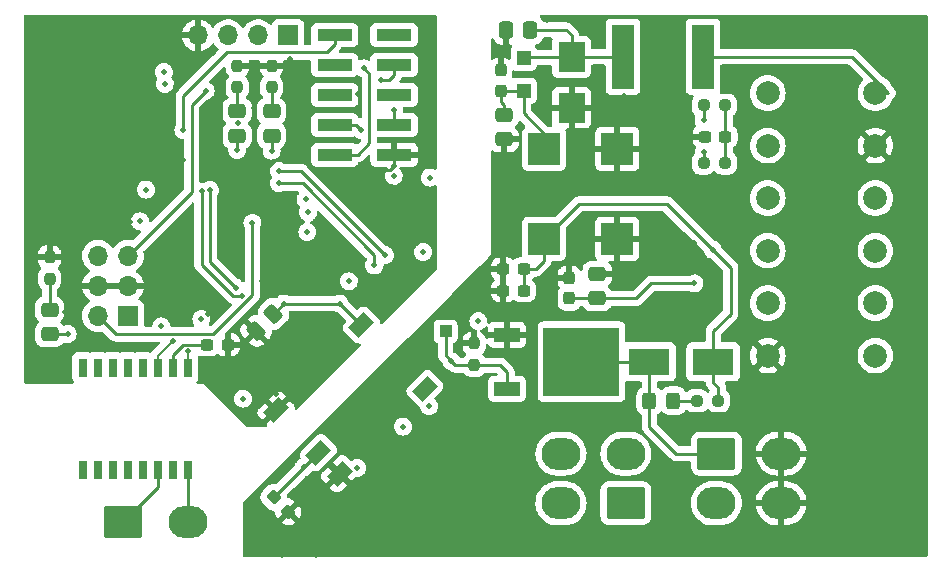
<source format=gbl>
%TF.GenerationSoftware,KiCad,Pcbnew,(6.0.11)*%
%TF.CreationDate,2023-05-09T17:29:38+10:00*%
%TF.ProjectId,LV_MASTER_A_SAMPLE,4c565f4d-4153-4544-9552-5f415f53414d,1*%
%TF.SameCoordinates,Original*%
%TF.FileFunction,Copper,L4,Bot*%
%TF.FilePolarity,Positive*%
%FSLAX46Y46*%
G04 Gerber Fmt 4.6, Leading zero omitted, Abs format (unit mm)*
G04 Created by KiCad (PCBNEW (6.0.11)) date 2023-05-09 17:29:38*
%MOMM*%
%LPD*%
G01*
G04 APERTURE LIST*
G04 Aperture macros list*
%AMRoundRect*
0 Rectangle with rounded corners*
0 $1 Rounding radius*
0 $2 $3 $4 $5 $6 $7 $8 $9 X,Y pos of 4 corners*
0 Add a 4 corners polygon primitive as box body*
4,1,4,$2,$3,$4,$5,$6,$7,$8,$9,$2,$3,0*
0 Add four circle primitives for the rounded corners*
1,1,$1+$1,$2,$3*
1,1,$1+$1,$4,$5*
1,1,$1+$1,$6,$7*
1,1,$1+$1,$8,$9*
0 Add four rect primitives between the rounded corners*
20,1,$1+$1,$2,$3,$4,$5,0*
20,1,$1+$1,$4,$5,$6,$7,0*
20,1,$1+$1,$6,$7,$8,$9,0*
20,1,$1+$1,$8,$9,$2,$3,0*%
%AMRotRect*
0 Rectangle, with rotation*
0 The origin of the aperture is its center*
0 $1 length*
0 $2 width*
0 $3 Rotation angle, in degrees counterclockwise*
0 Add horizontal line*
21,1,$1,$2,0,0,$3*%
G04 Aperture macros list end*
%TA.AperFunction,ComponentPad*%
%ADD10C,2.000000*%
%TD*%
%TA.AperFunction,SMDPad,CuDef*%
%ADD11RoundRect,0.237500X0.237500X-0.300000X0.237500X0.300000X-0.237500X0.300000X-0.237500X-0.300000X0*%
%TD*%
%TA.AperFunction,SMDPad,CuDef*%
%ADD12R,2.300000X2.500000*%
%TD*%
%TA.AperFunction,SMDPad,CuDef*%
%ADD13R,0.800000X1.595000*%
%TD*%
%TA.AperFunction,SMDPad,CuDef*%
%ADD14RoundRect,0.250000X-0.475000X0.337500X-0.475000X-0.337500X0.475000X-0.337500X0.475000X0.337500X0*%
%TD*%
%TA.AperFunction,ComponentPad*%
%ADD15R,1.700000X1.700000*%
%TD*%
%TA.AperFunction,ComponentPad*%
%ADD16O,1.700000X1.700000*%
%TD*%
%TA.AperFunction,SMDPad,CuDef*%
%ADD17RoundRect,0.237500X-0.237500X0.250000X-0.237500X-0.250000X0.237500X-0.250000X0.237500X0.250000X0*%
%TD*%
%TA.AperFunction,SMDPad,CuDef*%
%ADD18RoundRect,0.237500X-0.250000X-0.237500X0.250000X-0.237500X0.250000X0.237500X-0.250000X0.237500X0*%
%TD*%
%TA.AperFunction,SMDPad,CuDef*%
%ADD19RoundRect,0.250000X-0.325000X-0.450000X0.325000X-0.450000X0.325000X0.450000X-0.325000X0.450000X0*%
%TD*%
%TA.AperFunction,SMDPad,CuDef*%
%ADD20RoundRect,0.250000X-0.097227X0.574524X-0.574524X0.097227X0.097227X-0.574524X0.574524X-0.097227X0*%
%TD*%
%TA.AperFunction,SMDPad,CuDef*%
%ADD21RoundRect,0.237500X0.300000X0.237500X-0.300000X0.237500X-0.300000X-0.237500X0.300000X-0.237500X0*%
%TD*%
%TA.AperFunction,SMDPad,CuDef*%
%ADD22R,3.500000X2.300000*%
%TD*%
%TA.AperFunction,SMDPad,CuDef*%
%ADD23R,1.000000X1.000000*%
%TD*%
%TA.AperFunction,SMDPad,CuDef*%
%ADD24RoundRect,0.250000X0.475000X-0.337500X0.475000X0.337500X-0.475000X0.337500X-0.475000X-0.337500X0*%
%TD*%
%TA.AperFunction,ComponentPad*%
%ADD25RoundRect,0.250001X-1.399999X1.099999X-1.399999X-1.099999X1.399999X-1.099999X1.399999X1.099999X0*%
%TD*%
%TA.AperFunction,ComponentPad*%
%ADD26O,3.300000X2.700000*%
%TD*%
%TA.AperFunction,SMDPad,CuDef*%
%ADD27R,2.700000X2.700000*%
%TD*%
%TA.AperFunction,SMDPad,CuDef*%
%ADD28RoundRect,0.250000X0.337500X0.475000X-0.337500X0.475000X-0.337500X-0.475000X0.337500X-0.475000X0*%
%TD*%
%TA.AperFunction,SMDPad,CuDef*%
%ADD29RotRect,1.200000X1.800000X135.000000*%
%TD*%
%TA.AperFunction,SMDPad,CuDef*%
%ADD30R,1.920000X5.450000*%
%TD*%
%TA.AperFunction,ComponentPad*%
%ADD31RoundRect,0.250001X1.399999X-1.099999X1.399999X1.099999X-1.399999X1.099999X-1.399999X-1.099999X0*%
%TD*%
%TA.AperFunction,SMDPad,CuDef*%
%ADD32RoundRect,0.237500X0.250000X0.237500X-0.250000X0.237500X-0.250000X-0.237500X0.250000X-0.237500X0*%
%TD*%
%TA.AperFunction,SMDPad,CuDef*%
%ADD33R,1.200000X1.200000*%
%TD*%
%TA.AperFunction,SMDPad,CuDef*%
%ADD34R,2.200000X1.200000*%
%TD*%
%TA.AperFunction,SMDPad,CuDef*%
%ADD35R,6.400000X5.800000*%
%TD*%
%TA.AperFunction,SMDPad,CuDef*%
%ADD36RoundRect,0.237500X-0.380070X0.044194X0.044194X-0.380070X0.380070X-0.044194X-0.044194X0.380070X0*%
%TD*%
%TA.AperFunction,SMDPad,CuDef*%
%ADD37R,3.000000X1.000000*%
%TD*%
%TA.AperFunction,ViaPad*%
%ADD38C,0.500000*%
%TD*%
%TA.AperFunction,Conductor*%
%ADD39C,0.250000*%
%TD*%
%TA.AperFunction,Conductor*%
%ADD40C,0.200000*%
%TD*%
G04 APERTURE END LIST*
D10*
%TO.P,J1,1,Pin_1*%
%TO.N,GND*%
X172567600Y-102006400D03*
%TO.P,J1,2,Pin_2*%
%TO.N,unconnected-(J1-Pad2)*%
X172567600Y-97566400D03*
%TO.P,J1,3,Pin_3*%
%TO.N,unconnected-(J1-Pad3)*%
X172567600Y-93116400D03*
%TO.P,J1,4,Pin_4*%
%TO.N,/CAN1_H*%
X172567600Y-88676400D03*
%TO.P,J1,5,Pin_5*%
%TO.N,/CAN1_L*%
X172567600Y-84226400D03*
%TO.P,J1,6,Pin_6*%
%TO.N,unconnected-(J1-Pad6)*%
X172567600Y-79786400D03*
%TO.P,J1,7,Pin_7*%
%TO.N,unconnected-(J1-Pad7)*%
X181687600Y-102006400D03*
%TO.P,J1,8,Pin_8*%
%TO.N,unconnected-(J1-Pad8)*%
X181687600Y-97566400D03*
%TO.P,J1,9,Pin_9*%
%TO.N,unconnected-(J1-Pad9)*%
X181687600Y-93116400D03*
%TO.P,J1,10,Pin_10*%
%TO.N,unconnected-(J1-Pad10)*%
X181687600Y-88676400D03*
%TO.P,J1,11,Pin_11*%
%TO.N,GND*%
X181687600Y-84226400D03*
%TO.P,J1,12,Pin_12*%
%TO.N,/GLV+*%
X181687600Y-79786400D03*
%TD*%
D11*
%TO.P,C50,1*%
%TO.N,+5V*%
X155766200Y-97166300D03*
%TO.P,C50,2*%
%TO.N,GND*%
X155766200Y-95441300D03*
%TD*%
D12*
%TO.P,D4,1,A1*%
%TO.N,Net-(C16-Pad1)*%
X155957600Y-76723200D03*
%TO.P,D4,2,A2*%
%TO.N,GND*%
X155957600Y-81023200D03*
%TD*%
D13*
%TO.P,T1,1,TD+*%
%TO.N,/IPA*%
X123457400Y-111733000D03*
%TO.P,T1,2,TCT*%
%TO.N,unconnected-(T1-Pad2)*%
X122187400Y-111733000D03*
%TO.P,T1,3,TD-*%
%TO.N,/IMA*%
X120917400Y-111733000D03*
%TO.P,T1,4,NC_1*%
%TO.N,unconnected-(T1-Pad4)*%
X119647400Y-111733000D03*
%TO.P,T1,5,NC_2*%
%TO.N,unconnected-(T1-Pad5)*%
X118377400Y-111733000D03*
%TO.P,T1,6,RD+*%
%TO.N,unconnected-(T1-Pad6)*%
X117107400Y-111733000D03*
%TO.P,T1,7,RCT*%
%TO.N,unconnected-(T1-Pad7)*%
X115837400Y-111733000D03*
%TO.P,T1,8,RD-*%
%TO.N,unconnected-(T1-Pad8)*%
X114567400Y-111733000D03*
%TO.P,T1,9,RX-*%
%TO.N,unconnected-(T1-Pad9)*%
X114567400Y-103029000D03*
%TO.P,T1,10,CMT_1*%
%TO.N,unconnected-(T1-Pad10)*%
X115837400Y-103029000D03*
%TO.P,T1,11,RX+*%
%TO.N,unconnected-(T1-Pad11)*%
X117107400Y-103029000D03*
%TO.P,T1,12,NC_3*%
%TO.N,unconnected-(T1-Pad12)*%
X118377400Y-103029000D03*
%TO.P,T1,13,NC_4*%
%TO.N,unconnected-(T1-Pad13)*%
X119647400Y-103029000D03*
%TO.P,T1,14,TX-*%
%TO.N,/isoSPI/ISO_SPI_N*%
X120917400Y-103029000D03*
%TO.P,T1,15,CMT_2*%
%TO.N,Net-(C38-Pad2)*%
X122187400Y-103029000D03*
%TO.P,T1,16,TX+*%
%TO.N,/isoSPI/ISO_SPI_P*%
X123457400Y-103029000D03*
%TD*%
D14*
%TO.P,C20,1*%
%TO.N,Net-(C21-Pad1)*%
X150254400Y-81629300D03*
%TO.P,C20,2*%
%TO.N,GND*%
X150254400Y-83704300D03*
%TD*%
D15*
%TO.P,J2,1,Pin_1*%
%TO.N,3.3V_(ISO)*%
X131966400Y-74894400D03*
D16*
%TO.P,J2,2,Pin_2*%
%TO.N,/Microcontroller/UART_TX*%
X129426400Y-74894400D03*
%TO.P,J2,3,Pin_3*%
%TO.N,/Microcontroller/UART_RX*%
X126886400Y-74894400D03*
%TO.P,J2,4,Pin_4*%
%TO.N,0V_(ISO)*%
X124346400Y-74894400D03*
%TD*%
D14*
%TO.P,D2,1,K*%
%TO.N,Net-(D2-Pad1)*%
X127648400Y-81299100D03*
%TO.P,D2,2,A*%
%TO.N,/Microcontroller/CAN_RX_IND*%
X127648400Y-83374100D03*
%TD*%
D17*
%TO.P,R2,1*%
%TO.N,0V_(ISO)*%
X127648400Y-77461700D03*
%TO.P,R2,2*%
%TO.N,Net-(D2-Pad1)*%
X127648400Y-79286700D03*
%TD*%
D11*
%TO.P,C21,1*%
%TO.N,Net-(C21-Pad1)*%
X149949600Y-79574000D03*
%TO.P,C21,2*%
%TO.N,GND*%
X149949600Y-77849000D03*
%TD*%
D17*
%TO.P,R26,1*%
%TO.N,GND*%
X147714400Y-100982100D03*
%TO.P,R26,2*%
%TO.N,/Blue Loop/VOB*%
X147714400Y-102807100D03*
%TD*%
D18*
%TO.P,R27,1*%
%TO.N,Net-(D9-Pad2)*%
X166564550Y-105831600D03*
%TO.P,R27,2*%
%TO.N,+24V*%
X168389550Y-105831600D03*
%TD*%
D19*
%TO.P,D9,1,K*%
%TO.N,/BLUE_LOOP_RLY*%
X162541850Y-105831600D03*
%TO.P,D9,2,A*%
%TO.N,Net-(D9-Pad2)*%
X164591850Y-105831600D03*
%TD*%
D20*
%TO.P,C17,1*%
%TO.N,5V_(ISO)*%
X130718823Y-98468577D03*
%TO.P,C17,2*%
%TO.N,0V_(ISO)*%
X129251577Y-99935823D03*
%TD*%
D21*
%TO.P,C23,1*%
%TO.N,+24V*%
X151904300Y-96509800D03*
%TO.P,C23,2*%
%TO.N,GND*%
X150179300Y-96509800D03*
%TD*%
D18*
%TO.P,R7,1*%
%TO.N,/CAN1_L*%
X167145400Y-85699650D03*
%TO.P,R7,2*%
%TO.N,Net-(C37-Pad1)*%
X168970400Y-85699650D03*
%TD*%
D22*
%TO.P,D8,1,P*%
%TO.N,/BLUE_LOOP_RLY*%
X162548000Y-102529600D03*
%TO.P,D8,2,N*%
%TO.N,+24V*%
X167948000Y-102529600D03*
%TD*%
D23*
%TO.P,BL_RLY,1,1*%
%TO.N,/Blue Loop/VOB*%
X145301400Y-99964200D03*
%TD*%
D14*
%TO.P,D3,1,K*%
%TO.N,Net-(D3-Pad1)*%
X130565400Y-81299100D03*
%TO.P,D3,2,A*%
%TO.N,/Microcontroller/CAN_TX_IND*%
X130565400Y-83374100D03*
%TD*%
D17*
%TO.P,R3,1*%
%TO.N,0V_(ISO)*%
X130565400Y-77461700D03*
%TO.P,R3,2*%
%TO.N,Net-(D3-Pad1)*%
X130565400Y-79286700D03*
%TD*%
D14*
%TO.P,D1,1,K*%
%TO.N,Net-(D1-Pad1)*%
X111773400Y-98117800D03*
%TO.P,D1,2,A*%
%TO.N,3.3V_(ISO)*%
X111773400Y-100192800D03*
%TD*%
D21*
%TO.P,C37,1*%
%TO.N,Net-(C37-Pad1)*%
X168974200Y-83479600D03*
%TO.P,C37,2*%
%TO.N,GND*%
X167249200Y-83479600D03*
%TD*%
%TO.P,C38,1*%
%TO.N,0V_(ISO)*%
X126859900Y-101081800D03*
%TO.P,C38,2*%
%TO.N,Net-(C38-Pad2)*%
X125134900Y-101081800D03*
%TD*%
D24*
%TO.P,C24,1*%
%TO.N,+5V*%
X158128400Y-97166300D03*
%TO.P,C24,2*%
%TO.N,GND*%
X158128400Y-95091300D03*
%TD*%
D17*
%TO.P,R1,1*%
%TO.N,0V_(ISO)*%
X111773400Y-93670800D03*
%TO.P,R1,2*%
%TO.N,Net-(D1-Pad1)*%
X111773400Y-95495800D03*
%TD*%
D25*
%TO.P,J7,1,Pin_1*%
%TO.N,/BLUE_LOOP_RLY*%
X168213400Y-110304700D03*
D26*
%TO.P,J7,2,Pin_2*%
%TO.N,/AUX_OUTPUT*%
X168213400Y-114504700D03*
%TO.P,J7,3,Pin_3*%
%TO.N,GND*%
X173713400Y-110304700D03*
%TO.P,J7,4,Pin_4*%
X173713400Y-114504700D03*
%TD*%
D27*
%TO.P,L1,1,3*%
%TO.N,Net-(C21-Pad1)*%
X153621400Y-84495600D03*
%TO.P,L1,2,4*%
%TO.N,+24V*%
X153621400Y-92115600D03*
%TO.P,L1,3,2*%
%TO.N,GND*%
X159831400Y-92115600D03*
%TO.P,L1,4,1*%
X159841400Y-84495600D03*
%TD*%
D28*
%TO.P,C16,1*%
%TO.N,Net-(C16-Pad1)*%
X152467100Y-74437200D03*
%TO.P,C16,2*%
%TO.N,GND*%
X150392100Y-74437200D03*
%TD*%
D29*
%TO.P,PS1,1,-VIN*%
%TO.N,GND*%
X136330920Y-112011434D03*
%TO.P,PS1,2,+VIN*%
%TO.N,+5V*%
X134534869Y-110215383D03*
%TO.P,PS1,4,-VOUT*%
%TO.N,0V_(ISO)*%
X130942767Y-106623281D03*
%TO.P,PS1,5,+VOUT*%
%TO.N,5V_(ISO)*%
X138155256Y-99410792D03*
%TO.P,PS1,8,NC*%
%TO.N,unconnected-(PS1-Pad8)*%
X143543409Y-104798945D03*
%TD*%
D15*
%TO.P,J3,1,Pin_1*%
%TO.N,3.3V_(ISO)*%
X118397400Y-98653800D03*
D16*
%TO.P,J3,2,Pin_2*%
%TO.N,/Microcontroller/BOOT1*%
X115857400Y-98653800D03*
%TO.P,J3,3,Pin_3*%
%TO.N,0V_(ISO)*%
X118397400Y-96113800D03*
%TO.P,J3,4,Pin_4*%
X115857400Y-96113800D03*
%TO.P,J3,5,Pin_5*%
%TO.N,/Microcontroller/BOOT0*%
X118397400Y-93573800D03*
%TO.P,J3,6,Pin_6*%
%TO.N,3.3V_(ISO)*%
X115857400Y-93573800D03*
%TD*%
D30*
%TO.P,F1,1*%
%TO.N,/GLV+*%
X167082800Y-76723200D03*
%TO.P,F1,2*%
%TO.N,Net-(C16-Pad1)*%
X160312800Y-76723200D03*
%TD*%
D25*
%TO.P,J5,1,Pin_1*%
%TO.N,/IMA*%
X117946800Y-116118600D03*
D26*
%TO.P,J5,2,Pin_2*%
%TO.N,/IPA*%
X123446800Y-116118600D03*
%TD*%
D31*
%TO.P,J6,1,Pin_1*%
%TO.N,/CS1A*%
X160565600Y-114504700D03*
D26*
%TO.P,J6,2,Pin_2*%
%TO.N,/CS2B*%
X160565600Y-110304700D03*
%TO.P,J6,3,Pin_3*%
%TO.N,/CS1B*%
X155065600Y-114504700D03*
%TO.P,J6,4,Pin_4*%
%TO.N,/CS2A*%
X155065600Y-110304700D03*
%TD*%
D32*
%TO.P,R6,1*%
%TO.N,Net-(C37-Pad1)*%
X168975300Y-80812600D03*
%TO.P,R6,2*%
%TO.N,/CAN1_H*%
X167150300Y-80812600D03*
%TD*%
D21*
%TO.P,C22,1*%
%TO.N,+24V*%
X151904300Y-94681000D03*
%TO.P,C22,2*%
%TO.N,GND*%
X150179300Y-94681000D03*
%TD*%
D33*
%TO.P,D5,1,K*%
%TO.N,Net-(C21-Pad1)*%
X151912200Y-79574000D03*
%TO.P,D5,2,A*%
%TO.N,Net-(C16-Pad1)*%
X151912200Y-76774000D03*
%TD*%
D34*
%TO.P,Q1,1,G*%
%TO.N,/Blue Loop/VOB*%
X150499400Y-104809600D03*
D35*
%TO.P,Q1,2,D*%
%TO.N,/BLUE_LOOP_RLY*%
X156799400Y-102529600D03*
D34*
%TO.P,Q1,3,S*%
%TO.N,GND*%
X150499400Y-100249600D03*
%TD*%
D36*
%TO.P,C13,1*%
%TO.N,+5V*%
X130746920Y-114010120D03*
%TO.P,C13,2*%
%TO.N,GND*%
X131966680Y-115229880D03*
%TD*%
D37*
%TO.P,J4,1,Pin_1*%
%TO.N,/Microcontroller/NRST*%
X135898000Y-74843600D03*
%TO.P,J4,2,Pin_2*%
%TO.N,unconnected-(J4-Pad2)*%
X140938000Y-74843600D03*
%TO.P,J4,3,Pin_3*%
%TO.N,unconnected-(J4-Pad3)*%
X135898000Y-77383600D03*
%TO.P,J4,4,Pin_4*%
%TO.N,3.3V_(ISO)*%
X140938000Y-77383600D03*
%TO.P,J4,5,Pin_5*%
%TO.N,unconnected-(J4-Pad5)*%
X135898000Y-79923600D03*
%TO.P,J4,6,Pin_6*%
%TO.N,unconnected-(J4-Pad6)*%
X140938000Y-79923600D03*
%TO.P,J4,7,Pin_7*%
%TO.N,3.3V_(ISO)*%
X135898000Y-82463600D03*
%TO.P,J4,8,Pin_8*%
%TO.N,/Microcontroller/SWDIO*%
X140938000Y-82463600D03*
%TO.P,J4,9,Pin_9*%
%TO.N,/Microcontroller/SWCLK*%
X135898000Y-85003600D03*
%TO.P,J4,10,Pin_10*%
%TO.N,0V_(ISO)*%
X140938000Y-85003600D03*
%TD*%
D38*
%TO.N,GND*%
X181852000Y-95443000D03*
X184874600Y-93258600D03*
X162421000Y-92217200D03*
X175832200Y-101132600D03*
X184874600Y-81625400D03*
X140246800Y-104333000D03*
X172047600Y-95316000D03*
X175425800Y-73903800D03*
X185103200Y-104587000D03*
X156680600Y-93868200D03*
X152972200Y-112511800D03*
X151448200Y-102936000D03*
X184874600Y-101107200D03*
X163843400Y-99684800D03*
X185103200Y-108701800D03*
X178397600Y-115509000D03*
X142329600Y-118836400D03*
X146876200Y-99354600D03*
X150610000Y-118811000D03*
X179642200Y-117058400D03*
X169863200Y-107787400D03*
X151245000Y-93411000D03*
X184874600Y-97322600D03*
X178397600Y-108701800D03*
X145453800Y-104917200D03*
X135624000Y-117896600D03*
X131509200Y-116753600D03*
X164834000Y-107787400D03*
X184874600Y-85105200D03*
X160414400Y-81320600D03*
X160922400Y-107787400D03*
X128766000Y-116702800D03*
X160947800Y-104587000D03*
X151676800Y-112511800D03*
X166332600Y-94173000D03*
X175832200Y-97348000D03*
X169685400Y-78247200D03*
X129934400Y-117896600D03*
X161608200Y-118760200D03*
X150178200Y-92750600D03*
X158611000Y-73548200D03*
X175654400Y-106288800D03*
X171209400Y-117058400D03*
X180937600Y-118709400D03*
X178804000Y-89220000D03*
X178423000Y-75605600D03*
X156172600Y-73573600D03*
X169583800Y-88432600D03*
X138418000Y-117871200D03*
X178423000Y-73903800D03*
X134328600Y-118861800D03*
X147765200Y-118811000D03*
X151270400Y-108092200D03*
X166535800Y-97373400D03*
X155791600Y-83403400D03*
X134531800Y-112842000D03*
X162421000Y-94706400D03*
X146723800Y-104053600D03*
X156045600Y-118785600D03*
X147536600Y-96535200D03*
X178804000Y-85130600D03*
X160744600Y-87111800D03*
X157341000Y-74411800D03*
X181648800Y-115509000D03*
X164580000Y-91937800D03*
X143777400Y-112867400D03*
X150178200Y-91226600D03*
X167120000Y-118760200D03*
X181674200Y-104587000D03*
X170828400Y-102123200D03*
X162421000Y-74284800D03*
X181979000Y-81904800D03*
X142329600Y-112232400D03*
X182410800Y-117058400D03*
X178397600Y-106288800D03*
X137173400Y-112816600D03*
X178092800Y-118709400D03*
X156452000Y-108168400D03*
X181344000Y-75605600D03*
X149136800Y-93741200D03*
X185103200Y-113578600D03*
X173698600Y-99659400D03*
X164275200Y-118760200D03*
X165265800Y-98491000D03*
X145095500Y-110304700D03*
X137097200Y-118836400D03*
X155791600Y-85765600D03*
X170828400Y-103672600D03*
X178804000Y-81650800D03*
X175832200Y-81650800D03*
X153912000Y-73573600D03*
X165291200Y-101183400D03*
X149594000Y-114340600D03*
X162573400Y-98491000D03*
X175832200Y-89220000D03*
X165824600Y-117058400D03*
X173292200Y-86400600D03*
X159931800Y-117058400D03*
X185103200Y-106288800D03*
X159652400Y-106288800D03*
X181648800Y-113578600D03*
X178397600Y-104587000D03*
X176822800Y-117058400D03*
X175425800Y-75605600D03*
X149949600Y-76342200D03*
X181344000Y-73903800D03*
X160084200Y-98491000D03*
X183731600Y-118684000D03*
X141212000Y-115356600D03*
X133338000Y-112791200D03*
X160947800Y-106288800D03*
X181648800Y-106288800D03*
X128740600Y-118811000D03*
X175832200Y-85130600D03*
X168415400Y-107787400D03*
X139764200Y-118836400D03*
X178397600Y-111267200D03*
X159627000Y-107787400D03*
X156680600Y-86934000D03*
X166281800Y-107787400D03*
X164300600Y-115636000D03*
X181648800Y-108701800D03*
X169406000Y-73903800D03*
X156883800Y-98440200D03*
X165646800Y-82006400D03*
X164046600Y-97373400D03*
X167628000Y-98491000D03*
X153378600Y-118785600D03*
X158255400Y-75656400D03*
X173495400Y-95316000D03*
X181928200Y-91048800D03*
X181909803Y-99837067D03*
X170955400Y-114518400D03*
X175832200Y-78501200D03*
X162421000Y-85130600D03*
X153708800Y-108117600D03*
X181648800Y-111267200D03*
X182842600Y-77231200D03*
X132779200Y-117896600D03*
X149771800Y-98745000D03*
X152642000Y-104790200D03*
X171234800Y-78247200D03*
X185204800Y-117058400D03*
X172250800Y-75605600D03*
X172758800Y-104587000D03*
X172733400Y-118734800D03*
X184874600Y-78475800D03*
X174054200Y-117058400D03*
X182029800Y-86375200D03*
X171844400Y-86400600D03*
X162929000Y-117058400D03*
X165646800Y-80228400D03*
X175502000Y-118709400D03*
X144437800Y-102682000D03*
X169914000Y-118734800D03*
X157747400Y-113070600D03*
X160084200Y-95087400D03*
X148298600Y-114340600D03*
X163132200Y-90540800D03*
X159855600Y-88051600D03*
X178804000Y-97348000D03*
X175654400Y-104587000D03*
X161354200Y-99684800D03*
X148044600Y-105272800D03*
X131483800Y-118861800D03*
X164453000Y-75478600D03*
X178804000Y-101132600D03*
X164453000Y-78196400D03*
X157823600Y-109413000D03*
X178804000Y-93284000D03*
X170828400Y-100827800D03*
X130086800Y-115585200D03*
X173393800Y-90921800D03*
X170853800Y-99659400D03*
X171031600Y-110251200D03*
X154343800Y-86883200D03*
X172403200Y-99659400D03*
X164326000Y-112689600D03*
X165646800Y-84470200D03*
X165646800Y-87188000D03*
X145098200Y-118811000D03*
X157645800Y-85765600D03*
X184874600Y-89194600D03*
X142355000Y-102199400D03*
X171946000Y-90921800D03*
X166866000Y-88432600D03*
X153175400Y-95697000D03*
X160414400Y-80050600D03*
X184519000Y-75605600D03*
X140678600Y-112054600D03*
X172250800Y-73903800D03*
X151600600Y-98643400D03*
X153353200Y-75783400D03*
X185103200Y-115509000D03*
X149721000Y-89677200D03*
X165215000Y-103901200D03*
X178804000Y-78501200D03*
X149136800Y-101767600D03*
X128766000Y-114645400D03*
X162421000Y-76926400D03*
X169406000Y-75605600D03*
X168593200Y-117058400D03*
X172758800Y-106288800D03*
X185103200Y-111267200D03*
X166332600Y-92496600D03*
X152642000Y-101767600D03*
X131610800Y-111724400D03*
X156680600Y-92776000D03*
X160084200Y-96179600D03*
X157747400Y-111775200D03*
X158839600Y-118785600D03*
X178397600Y-113578600D03*
X162395600Y-81701600D03*
X184519000Y-73903800D03*
X175832200Y-93284000D03*
X158560200Y-87111800D03*
%TO.N,/CAN1_L*%
X167145400Y-84810650D03*
%TO.N,/CAN1_H*%
X167145400Y-82057200D03*
%TO.N,+5V*%
X141694600Y-108016000D03*
X137797790Y-111521200D03*
X133270826Y-111479426D03*
X143904400Y-106288800D03*
X166366600Y-95891600D03*
X148070000Y-99100600D03*
%TO.N,/Microcontroller/CAN_RX_IND*%
X127648400Y-84601100D03*
%TO.N,/Microcontroller/CAN_TX_IND*%
X130565400Y-84652000D03*
%TO.N,/Microcontroller/BOOT1*%
X128943800Y-90769400D03*
%TO.N,/Microcontroller/BOOT0*%
X124981400Y-79568000D03*
%TO.N,/Microcontroller/NRST*%
X123101800Y-82907400D03*
%TO.N,/Microcontroller/SWDIO*%
X140932600Y-81193600D03*
%TO.N,/Microcontroller/SWCLK*%
X138392600Y-77688400D03*
%TO.N,/isoSPI/ISO_SPI_P*%
X123457400Y-101656300D03*
%TO.N,/isoSPI/ISO_SPI_N*%
X122207950Y-100767300D03*
%TO.N,/Microcontroller/SCL_(ISO)*%
X125337000Y-87975400D03*
X127529167Y-96248033D03*
%TO.N,/Microcontroller/SDA_(ISO)*%
X128080367Y-96941767D03*
X124651137Y-88112862D03*
%TO.N,5V_(ISO)*%
X143396400Y-93258600D03*
X121229300Y-99539500D03*
X131585400Y-97602000D03*
X136335200Y-97602000D03*
X140907200Y-86781600D03*
X128156400Y-105653800D03*
X137097200Y-95722400D03*
X143955200Y-86934000D03*
X124622843Y-98916654D03*
%TO.N,/Blue Loop/VOB*%
X145796700Y-102491500D03*
%TO.N,/Blue Loop/AUX_OUTPUT(ISO)*%
X139256200Y-94376200D03*
X131204400Y-87416600D03*
%TO.N,3.3V_(ISO)*%
X133642800Y-89880400D03*
X133439600Y-88762800D03*
X139789600Y-78704400D03*
X119418800Y-90641300D03*
X113297400Y-100192800D03*
X133592000Y-91531400D03*
X119926800Y-87950000D03*
X121440000Y-77982400D03*
X138164000Y-82895400D03*
X121516200Y-79009200D03*
%TO.N,0V_(ISO)*%
X111976600Y-91683800D03*
X113043400Y-101640600D03*
X125616400Y-76367600D03*
X132118800Y-76901000D03*
X122111200Y-74335600D03*
X110300200Y-103571000D03*
X133820600Y-73599000D03*
X122619200Y-99151400D03*
X127496000Y-90972600D03*
X138951400Y-95874800D03*
X120384000Y-74310200D03*
X113043400Y-103621800D03*
X126683200Y-85206800D03*
X129934400Y-87518200D03*
X113068800Y-98338600D03*
X118606000Y-88661200D03*
X134709600Y-86324400D03*
X122898600Y-91286300D03*
X134023800Y-100472200D03*
X126607000Y-104993400D03*
X122850400Y-94703800D03*
X129096200Y-81015800D03*
X110401800Y-81041200D03*
X109944600Y-91633000D03*
X126886400Y-94249200D03*
X138494200Y-73776800D03*
X136563800Y-83759000D03*
X130493200Y-103240800D03*
X128004000Y-95290600D03*
X131349801Y-90883967D03*
X125565600Y-73599000D03*
X116167600Y-91658400D03*
X110300200Y-95087400D03*
X110401800Y-79771200D03*
X122136600Y-92979200D03*
X143777400Y-75885000D03*
X113094200Y-96128800D03*
X143777400Y-74361000D03*
X135014400Y-98922800D03*
X114262600Y-91683800D03*
X134938200Y-83784400D03*
X118580600Y-89829600D03*
X132830000Y-78501200D03*
X129096200Y-79923600D03*
X135776400Y-95849400D03*
X137884600Y-79847400D03*
X118580600Y-90718600D03*
X141212000Y-90744000D03*
X129731200Y-95697000D03*
X137681400Y-97119400D03*
X110401800Y-74818200D03*
X138494200Y-75631000D03*
X125146667Y-98453067D03*
X136538400Y-86324400D03*
X110401800Y-73726000D03*
X129959800Y-86273600D03*
X110274800Y-101259600D03*
X130899600Y-103926600D03*
X139891200Y-91252000D03*
X127699200Y-82336100D03*
X128435800Y-86273600D03*
X120485600Y-78526600D03*
X126124400Y-83911400D03*
X134557200Y-96535200D03*
X137935400Y-94096800D03*
X142634400Y-90718600D03*
X110401800Y-77129600D03*
X140958000Y-89093000D03*
X123048400Y-85407400D03*
X130899600Y-105222000D03*
X110401800Y-78679000D03*
X122162000Y-97449600D03*
X143752000Y-77485200D03*
X132550600Y-92852200D03*
X110300200Y-98338600D03*
X117793200Y-91709200D03*
X125006800Y-103850400D03*
X126607000Y-103850400D03*
X135979600Y-100472200D03*
X140932600Y-85943400D03*
X126683200Y-86299000D03*
X126657800Y-87543600D03*
X128334200Y-101234200D03*
X128994600Y-107609600D03*
X118606000Y-87746800D03*
X110401800Y-76037400D03*
X128410400Y-87518200D03*
X144107600Y-93893600D03*
X141491400Y-93334800D03*
%TO.N,/Blue Loop/BLUE_LOOP_RLY(ISO)*%
X140170600Y-93512600D03*
X131204400Y-86400600D03*
%TO.N,+24V*%
X167907400Y-93030000D03*
%TD*%
D39*
%TO.N,Net-(C16-Pad1)*%
X155957600Y-76723200D02*
X155957600Y-74875800D01*
X155957600Y-74875800D02*
X155519000Y-74437200D01*
X155925400Y-76760600D02*
X151925600Y-76760600D01*
X160312800Y-76723200D02*
X155957600Y-76723200D01*
X155519000Y-74437200D02*
X152467100Y-74437200D01*
%TO.N,/CAN1_L*%
X167145400Y-85699650D02*
X167145400Y-84815550D01*
%TO.N,/CAN1_H*%
X167150300Y-80812600D02*
X167150300Y-82052300D01*
%TO.N,Net-(C37-Pad1)*%
X168974200Y-85638600D02*
X168974200Y-83509900D01*
X168979100Y-83505000D02*
X168979100Y-80838000D01*
%TO.N,Net-(C38-Pad2)*%
X122187400Y-101970800D02*
X123076400Y-101081800D01*
X123076400Y-101081800D02*
X125134900Y-101081800D01*
X122187400Y-101970800D02*
X122187400Y-103029000D01*
%TO.N,+5V*%
X162709000Y-95891600D02*
X161434300Y-97166300D01*
X161434300Y-97166300D02*
X158128400Y-97166300D01*
X158128400Y-97166300D02*
X155766200Y-97166300D01*
X130746920Y-114003332D02*
X134534869Y-110215383D01*
X166366600Y-95891600D02*
X162709000Y-95891600D01*
X130746920Y-114010120D02*
X130746920Y-114003332D01*
%TO.N,Net-(D1-Pad1)*%
X111773400Y-98117800D02*
X111773400Y-95495800D01*
%TO.N,Net-(D2-Pad1)*%
X127648400Y-79286700D02*
X127648400Y-81299100D01*
%TO.N,/Microcontroller/CAN_RX_IND*%
X127648400Y-83374100D02*
X127648400Y-84601100D01*
%TO.N,Net-(D3-Pad1)*%
X130565400Y-79286700D02*
X130565400Y-81299100D01*
%TO.N,/Microcontroller/CAN_TX_IND*%
X130565400Y-83374100D02*
X130565400Y-84652000D01*
%TO.N,/BLUE_LOOP_RLY*%
X162548000Y-108016000D02*
X164836700Y-110304700D01*
X162548000Y-105825450D02*
X162548000Y-102529600D01*
X164836700Y-110304700D02*
X168213400Y-110304700D01*
X162548000Y-105837750D02*
X162548000Y-108016000D01*
X162541850Y-105831600D02*
X162548000Y-105837750D01*
X162541850Y-105831600D02*
X162548000Y-105825450D01*
X162548000Y-102529600D02*
X156799400Y-102529600D01*
%TO.N,Net-(D9-Pad2)*%
X166564550Y-105831600D02*
X164591850Y-105831600D01*
%TO.N,/GLV+*%
X167082800Y-76723200D02*
X179716600Y-76723200D01*
X179716600Y-76723200D02*
X182779800Y-79786400D01*
%TO.N,/Microcontroller/BOOT1*%
X128943800Y-96890800D02*
X128943800Y-90769400D01*
X125641800Y-100192800D02*
X128943800Y-96890800D01*
X117396400Y-100192800D02*
X125641800Y-100192800D01*
X115857400Y-98653800D02*
X117396400Y-100192800D01*
%TO.N,/Microcontroller/BOOT0*%
X118397400Y-93573800D02*
X123787600Y-88183600D01*
X123787600Y-80761800D02*
X124981400Y-79568000D01*
X123787600Y-88183600D02*
X123787600Y-80761800D01*
%TO.N,/Microcontroller/NRST*%
X135898000Y-75661800D02*
X135898000Y-74843600D01*
X126801000Y-76326000D02*
X135233800Y-76326000D01*
X135233800Y-76326000D02*
X135898000Y-75661800D01*
X123101800Y-80025200D02*
X126801000Y-76326000D01*
X123101800Y-82895400D02*
X123101800Y-80025200D01*
%TO.N,/Microcontroller/SWDIO*%
X140932600Y-82458200D02*
X140938000Y-82463600D01*
X140932600Y-81193600D02*
X140932600Y-82458200D01*
%TO.N,/Microcontroller/SWCLK*%
X138849800Y-78145600D02*
X138849800Y-84013000D01*
X138849800Y-84013000D02*
X137859200Y-85003600D01*
X137859200Y-85003600D02*
X135898000Y-85003600D01*
X138392600Y-77688400D02*
X138849800Y-78145600D01*
D40*
%TO.N,/isoSPI/ISO_SPI_P*%
X123457400Y-101656300D02*
X123457400Y-103029000D01*
%TO.N,/isoSPI/ISO_SPI_N*%
X120917400Y-102057850D02*
X120917400Y-103029000D01*
X122207950Y-100767300D02*
X120917400Y-102057850D01*
D39*
%TO.N,/Microcontroller/SCL_(ISO)*%
X125337000Y-94055866D02*
X125337000Y-87975400D01*
X127529167Y-96248033D02*
X125337000Y-94055866D01*
%TO.N,/Microcontroller/SDA_(ISO)*%
X124651137Y-94326082D02*
X124651137Y-88112862D01*
X128080367Y-96941767D02*
X127266822Y-96941767D01*
X127266822Y-96941767D02*
X124651137Y-94326082D01*
%TO.N,/IPA*%
X123457400Y-111733000D02*
X123457400Y-116108000D01*
X123457400Y-116108000D02*
X123446800Y-116118600D01*
%TO.N,/IMA*%
X120917400Y-113146800D02*
X120841200Y-113223000D01*
X120917400Y-112037800D02*
X120917400Y-113146800D01*
X120841200Y-113223000D02*
X120841200Y-113224200D01*
X120841200Y-113224200D02*
X117946800Y-116118600D01*
%TO.N,5V_(ISO)*%
X131585400Y-97602000D02*
X136346464Y-97602000D01*
X136346464Y-97602000D02*
X138155256Y-99410792D01*
X130595080Y-98592320D02*
X131585400Y-97602000D01*
%TO.N,Net-(C21-Pad1)*%
X149949600Y-80507800D02*
X149949600Y-79574000D01*
X150254400Y-80812600D02*
X149949600Y-80507800D01*
X151912200Y-81505200D02*
X151912200Y-79574000D01*
X153621400Y-83214400D02*
X151912200Y-81505200D01*
X150254400Y-81629300D02*
X150254400Y-80812600D01*
X153621400Y-84495600D02*
X153621400Y-83214400D01*
X151912200Y-79574000D02*
X149949600Y-79574000D01*
%TO.N,/Blue Loop/VOB*%
X149896900Y-102807100D02*
X150499400Y-103409600D01*
X147714400Y-102807100D02*
X146112300Y-102807100D01*
X150499400Y-103409600D02*
X150499400Y-104809600D01*
X146112300Y-102807100D02*
X145796700Y-102491500D01*
X145301400Y-101996200D02*
X145301400Y-99964200D01*
X147714400Y-102807100D02*
X149896900Y-102807100D01*
X145796700Y-102491500D02*
X145301400Y-101996200D01*
%TO.N,/Blue Loop/AUX_OUTPUT(ISO)*%
X139256200Y-93487200D02*
X139256200Y-94376200D01*
X131204400Y-87416600D02*
X133185600Y-87416600D01*
X133185600Y-87416600D02*
X139256200Y-93487200D01*
%TO.N,3.3V_(ISO)*%
X137732200Y-82463600D02*
X135898000Y-82463600D01*
X139789600Y-78704400D02*
X140526200Y-78704400D01*
X138164000Y-82895400D02*
X137732200Y-82463600D01*
X140526200Y-78704400D02*
X140938000Y-78292600D01*
X140938000Y-78292600D02*
X140938000Y-77383600D01*
X113297400Y-100192800D02*
X111773400Y-100192800D01*
%TO.N,0V_(ISO)*%
X129251577Y-99935823D02*
X128334200Y-100853200D01*
X136538400Y-86324400D02*
X140577000Y-86324400D01*
X128334200Y-100853200D02*
X128334200Y-101234200D01*
X140938000Y-85963400D02*
X140938000Y-85003600D01*
X140577000Y-86324400D02*
X140938000Y-85963400D01*
%TO.N,/Blue Loop/BLUE_LOOP_RLY(ISO)*%
X133058600Y-86400600D02*
X131585400Y-86400600D01*
X131585400Y-86400600D02*
X131204400Y-86400600D01*
X140170600Y-93512600D02*
X133058600Y-86400600D01*
%TO.N,+24V*%
X167948000Y-104272000D02*
X168389550Y-104713550D01*
X167948000Y-99949000D02*
X167948000Y-102529600D01*
X168389550Y-104713550D02*
X168389550Y-105831600D01*
X156567800Y-89169200D02*
X153621400Y-92115600D01*
X164046600Y-89169200D02*
X156567800Y-89169200D01*
X151904300Y-96509800D02*
X151904300Y-94681000D01*
X167907400Y-93030000D02*
X169431400Y-94554000D01*
X167948000Y-102529600D02*
X167948000Y-104272000D01*
X152921400Y-94681000D02*
X153621400Y-93981000D01*
X153621400Y-93981000D02*
X153621400Y-92115600D01*
X167907400Y-93030000D02*
X164046600Y-89169200D01*
X169431400Y-94554000D02*
X169431400Y-98465600D01*
X151904300Y-94681000D02*
X152921400Y-94681000D01*
X169431400Y-98465600D02*
X167948000Y-99949000D01*
%TD*%
%TA.AperFunction,Conductor*%
%TO.N,GND*%
G36*
X186060821Y-73175002D02*
G01*
X186107314Y-73228658D01*
X186118700Y-73281000D01*
X186118700Y-118925800D01*
X186098698Y-118993921D01*
X186045042Y-119040414D01*
X185992700Y-119051800D01*
X128282400Y-119051800D01*
X128214279Y-119031798D01*
X128167786Y-118978142D01*
X128156400Y-118925800D01*
X128156400Y-116105703D01*
X131456397Y-116105703D01*
X131456528Y-116107536D01*
X131460779Y-116114151D01*
X131516431Y-116169803D01*
X131521293Y-116174187D01*
X131594534Y-116233657D01*
X131606054Y-116241086D01*
X131748847Y-116312435D01*
X131762517Y-116317383D01*
X131917483Y-116353874D01*
X131931923Y-116355545D01*
X132091127Y-116355406D01*
X132105563Y-116353710D01*
X132260464Y-116316950D01*
X132274128Y-116311977D01*
X132416808Y-116240372D01*
X132428292Y-116232943D01*
X132500504Y-116174153D01*
X132505277Y-116169843D01*
X132513543Y-116161577D01*
X132521157Y-116147633D01*
X132521026Y-116145800D01*
X132516775Y-116139185D01*
X131979492Y-115601902D01*
X131965548Y-115594288D01*
X131963715Y-115594419D01*
X131957100Y-115598670D01*
X131464011Y-116091759D01*
X131456397Y-116105703D01*
X128156400Y-116105703D01*
X128156400Y-114468990D01*
X128176402Y-114400869D01*
X128193305Y-114379895D01*
X128693601Y-113879599D01*
X129620749Y-113879599D01*
X129620755Y-113886915D01*
X129620755Y-113886918D01*
X129620799Y-113936542D01*
X129620901Y-114053555D01*
X129661066Y-114222810D01*
X129664351Y-114229355D01*
X129664351Y-114229356D01*
X129726933Y-114354057D01*
X129739093Y-114378286D01*
X129743434Y-114383619D01*
X129743436Y-114383621D01*
X129802265Y-114455881D01*
X129802271Y-114455887D01*
X129804296Y-114458375D01*
X130298665Y-114952744D01*
X130379851Y-115018666D01*
X130386015Y-115021746D01*
X130386018Y-115021748D01*
X130449529Y-115053482D01*
X130535462Y-115096421D01*
X130542588Y-115098099D01*
X130542591Y-115098100D01*
X130697663Y-115134614D01*
X130697667Y-115134614D01*
X130704787Y-115136291D01*
X130712102Y-115136285D01*
X130712105Y-115136285D01*
X130714757Y-115136282D01*
X130715039Y-115136282D01*
X130716971Y-115136848D01*
X130719378Y-115137126D01*
X130719330Y-115137538D01*
X130783178Y-115156224D01*
X130829718Y-115209839D01*
X130841150Y-115262168D01*
X130841153Y-115265937D01*
X130842850Y-115280375D01*
X130879610Y-115435275D01*
X130884583Y-115448940D01*
X130956188Y-115591621D01*
X130963617Y-115603104D01*
X131022407Y-115675316D01*
X131026717Y-115680089D01*
X131079177Y-115732549D01*
X131093121Y-115740163D01*
X131094954Y-115740032D01*
X131101569Y-115735781D01*
X131606338Y-115231012D01*
X132331088Y-115231012D01*
X132331219Y-115232845D01*
X132335470Y-115239460D01*
X132872753Y-115776743D01*
X132886697Y-115784357D01*
X132888530Y-115784226D01*
X132895145Y-115779975D01*
X132906603Y-115768517D01*
X132910987Y-115763655D01*
X132970457Y-115690414D01*
X132977886Y-115678894D01*
X133049235Y-115536102D01*
X133054183Y-115522432D01*
X133090674Y-115367465D01*
X133092345Y-115353025D01*
X133092206Y-115193821D01*
X133090510Y-115179385D01*
X133053750Y-115024485D01*
X133048777Y-115010820D01*
X132977172Y-114868139D01*
X132969743Y-114856656D01*
X132910953Y-114784444D01*
X132906643Y-114779671D01*
X132854183Y-114727211D01*
X132840239Y-114719597D01*
X132838406Y-114719728D01*
X132831791Y-114723979D01*
X132338702Y-115217068D01*
X132331088Y-115231012D01*
X131606338Y-115231012D01*
X132290373Y-114546977D01*
X152902609Y-114546977D01*
X152928225Y-114815469D01*
X152929310Y-114819903D01*
X152929311Y-114819909D01*
X152976027Y-115010820D01*
X152992331Y-115077450D01*
X153093585Y-115327433D01*
X153229865Y-115560182D01*
X153264191Y-115603104D01*
X153390356Y-115760865D01*
X153398316Y-115770819D01*
X153595409Y-115954934D01*
X153817016Y-116108668D01*
X153821099Y-116110699D01*
X153821102Y-116110701D01*
X153895339Y-116147633D01*
X154058494Y-116228801D01*
X154062828Y-116230222D01*
X154062831Y-116230223D01*
X154310453Y-116311398D01*
X154310459Y-116311399D01*
X154314786Y-116312818D01*
X154319277Y-116313598D01*
X154319278Y-116313598D01*
X154576740Y-116358301D01*
X154576748Y-116358302D01*
X154580521Y-116358957D01*
X154584358Y-116359148D01*
X154664178Y-116363122D01*
X154664186Y-116363122D01*
X154665749Y-116363200D01*
X155434112Y-116363200D01*
X155436380Y-116363035D01*
X155436392Y-116363035D01*
X155571963Y-116353198D01*
X155634604Y-116348653D01*
X155639059Y-116347669D01*
X155639062Y-116347669D01*
X155893512Y-116291491D01*
X155893516Y-116291490D01*
X155897972Y-116290506D01*
X156049907Y-116232943D01*
X156145918Y-116196568D01*
X156145921Y-116196567D01*
X156150188Y-116194950D01*
X156385968Y-116063986D01*
X156563307Y-115928645D01*
X156596741Y-115903129D01*
X156596742Y-115903128D01*
X156600373Y-115900357D01*
X156603935Y-115896714D01*
X156743440Y-115754007D01*
X156788912Y-115707492D01*
X156827047Y-115655100D01*
X158407100Y-115655100D01*
X158407437Y-115658346D01*
X158407437Y-115658350D01*
X158412842Y-115710436D01*
X158418074Y-115760865D01*
X158420255Y-115767401D01*
X158420255Y-115767403D01*
X158463397Y-115896714D01*
X158474050Y-115928645D01*
X158567122Y-116079048D01*
X158572304Y-116084221D01*
X158594190Y-116106069D01*
X158692297Y-116204005D01*
X158698527Y-116207845D01*
X158698528Y-116207846D01*
X158835690Y-116292394D01*
X158842862Y-116296815D01*
X158904873Y-116317383D01*
X159004211Y-116350332D01*
X159004213Y-116350332D01*
X159010739Y-116352497D01*
X159017575Y-116353197D01*
X159017578Y-116353198D01*
X159060631Y-116357609D01*
X159115200Y-116363200D01*
X162016000Y-116363200D01*
X162019246Y-116362863D01*
X162019250Y-116362863D01*
X162114907Y-116352938D01*
X162114911Y-116352937D01*
X162121765Y-116352226D01*
X162128301Y-116350045D01*
X162128303Y-116350045D01*
X162260405Y-116305972D01*
X162289545Y-116296250D01*
X162439948Y-116203178D01*
X162446547Y-116196568D01*
X162559734Y-116083183D01*
X162564905Y-116078003D01*
X162639161Y-115957538D01*
X162653875Y-115933668D01*
X162653876Y-115933666D01*
X162657715Y-115927438D01*
X162709663Y-115770819D01*
X162711232Y-115766089D01*
X162711232Y-115766087D01*
X162713397Y-115759561D01*
X162715834Y-115735781D01*
X162720482Y-115690414D01*
X162724100Y-115655100D01*
X162724100Y-114546977D01*
X166050409Y-114546977D01*
X166076025Y-114815469D01*
X166077110Y-114819903D01*
X166077111Y-114819909D01*
X166123827Y-115010820D01*
X166140131Y-115077450D01*
X166241385Y-115327433D01*
X166377665Y-115560182D01*
X166411991Y-115603104D01*
X166538156Y-115760865D01*
X166546116Y-115770819D01*
X166743209Y-115954934D01*
X166964816Y-116108668D01*
X166968899Y-116110699D01*
X166968902Y-116110701D01*
X167043139Y-116147633D01*
X167206294Y-116228801D01*
X167210628Y-116230222D01*
X167210631Y-116230223D01*
X167458253Y-116311398D01*
X167458259Y-116311399D01*
X167462586Y-116312818D01*
X167467077Y-116313598D01*
X167467078Y-116313598D01*
X167724540Y-116358301D01*
X167724548Y-116358302D01*
X167728321Y-116358957D01*
X167732158Y-116359148D01*
X167811978Y-116363122D01*
X167811986Y-116363122D01*
X167813549Y-116363200D01*
X168581912Y-116363200D01*
X168584180Y-116363035D01*
X168584192Y-116363035D01*
X168719763Y-116353198D01*
X168782404Y-116348653D01*
X168786859Y-116347669D01*
X168786862Y-116347669D01*
X169041312Y-116291491D01*
X169041316Y-116291490D01*
X169045772Y-116290506D01*
X169197707Y-116232943D01*
X169293718Y-116196568D01*
X169293721Y-116196567D01*
X169297988Y-116194950D01*
X169533768Y-116063986D01*
X169711107Y-115928645D01*
X169744541Y-115903129D01*
X169744542Y-115903128D01*
X169748173Y-115900357D01*
X169751735Y-115896714D01*
X169891240Y-115754007D01*
X169936712Y-115707492D01*
X170095434Y-115489430D01*
X170178706Y-115331155D01*
X170218890Y-115254779D01*
X170218893Y-115254773D01*
X170221015Y-115250739D01*
X170227982Y-115231012D01*
X170309302Y-115000733D01*
X170309302Y-115000732D01*
X170310825Y-114996420D01*
X170345615Y-114819909D01*
X170354425Y-114775212D01*
X171572686Y-114775212D01*
X171576085Y-114810833D01*
X171577605Y-114819825D01*
X171639522Y-115072858D01*
X171642322Y-115081527D01*
X171740122Y-115322982D01*
X171744144Y-115331155D01*
X171875768Y-115555953D01*
X171880931Y-115563465D01*
X172043631Y-115766913D01*
X172049820Y-115773596D01*
X172240194Y-115951433D01*
X172247271Y-115957143D01*
X172461318Y-116105634D01*
X172469159Y-116110271D01*
X172702397Y-116226304D01*
X172710822Y-116229760D01*
X172958374Y-116310912D01*
X172967199Y-116313112D01*
X173224589Y-116357803D01*
X173232207Y-116358650D01*
X173311992Y-116362622D01*
X173315133Y-116362700D01*
X173441285Y-116362700D01*
X173456524Y-116358225D01*
X173457729Y-116356835D01*
X173459400Y-116349152D01*
X173459400Y-116344585D01*
X173967400Y-116344585D01*
X173971875Y-116359824D01*
X173973265Y-116361029D01*
X173980948Y-116362700D01*
X174079606Y-116362700D01*
X174084177Y-116362535D01*
X174277780Y-116348487D01*
X174286789Y-116347173D01*
X174541169Y-116291011D01*
X174549899Y-116288408D01*
X174793507Y-116196114D01*
X174801768Y-116192279D01*
X175029501Y-116065785D01*
X175037126Y-116060795D01*
X175244209Y-115902754D01*
X175251036Y-115896714D01*
X175433135Y-115710436D01*
X175439018Y-115703474D01*
X175592322Y-115492857D01*
X175597133Y-115485127D01*
X175718431Y-115254578D01*
X175722078Y-115246228D01*
X175808819Y-115000601D01*
X175811225Y-114991806D01*
X175853667Y-114776475D01*
X175852488Y-114763563D01*
X175837385Y-114758700D01*
X173985515Y-114758700D01*
X173970276Y-114763175D01*
X173969071Y-114764565D01*
X173967400Y-114772248D01*
X173967400Y-116344585D01*
X173459400Y-116344585D01*
X173459400Y-114776815D01*
X173454925Y-114761576D01*
X173453535Y-114760371D01*
X173445852Y-114758700D01*
X171589226Y-114758700D01*
X171574749Y-114762951D01*
X171572686Y-114775212D01*
X170354425Y-114775212D01*
X170362100Y-114736272D01*
X170362101Y-114736266D01*
X170362981Y-114731800D01*
X170363208Y-114727244D01*
X170376164Y-114466992D01*
X170376164Y-114466986D01*
X170376391Y-114462423D01*
X170354495Y-114232925D01*
X171573133Y-114232925D01*
X171574312Y-114245837D01*
X171589415Y-114250700D01*
X173441285Y-114250700D01*
X173456524Y-114246225D01*
X173457729Y-114244835D01*
X173459400Y-114237152D01*
X173459400Y-114232585D01*
X173967400Y-114232585D01*
X173971875Y-114247824D01*
X173973265Y-114249029D01*
X173980948Y-114250700D01*
X175837574Y-114250700D01*
X175852051Y-114246449D01*
X175854114Y-114234188D01*
X175850715Y-114198567D01*
X175849195Y-114189575D01*
X175787278Y-113936542D01*
X175784478Y-113927873D01*
X175686678Y-113686418D01*
X175682656Y-113678245D01*
X175551032Y-113453447D01*
X175545869Y-113445935D01*
X175383169Y-113242487D01*
X175376980Y-113235804D01*
X175186606Y-113057967D01*
X175179529Y-113052257D01*
X174965482Y-112903766D01*
X174957641Y-112899129D01*
X174724403Y-112783096D01*
X174715978Y-112779640D01*
X174468426Y-112698488D01*
X174459601Y-112696288D01*
X174202211Y-112651597D01*
X174194593Y-112650750D01*
X174114808Y-112646778D01*
X174111667Y-112646700D01*
X173985515Y-112646700D01*
X173970276Y-112651175D01*
X173969071Y-112652565D01*
X173967400Y-112660248D01*
X173967400Y-114232585D01*
X173459400Y-114232585D01*
X173459400Y-112664815D01*
X173454925Y-112649576D01*
X173453535Y-112648371D01*
X173445852Y-112646700D01*
X173347194Y-112646700D01*
X173342623Y-112646865D01*
X173149020Y-112660913D01*
X173140011Y-112662227D01*
X172885631Y-112718389D01*
X172876901Y-112720992D01*
X172633293Y-112813286D01*
X172625032Y-112817121D01*
X172397299Y-112943615D01*
X172389674Y-112948605D01*
X172182591Y-113106646D01*
X172175764Y-113112686D01*
X171993665Y-113298964D01*
X171987782Y-113305926D01*
X171834478Y-113516543D01*
X171829667Y-113524273D01*
X171708369Y-113754822D01*
X171704722Y-113763172D01*
X171617981Y-114008799D01*
X171615575Y-114017594D01*
X171573133Y-114232925D01*
X170354495Y-114232925D01*
X170350775Y-114193931D01*
X170328823Y-114104217D01*
X170287755Y-113936388D01*
X170286669Y-113931950D01*
X170185415Y-113681967D01*
X170049135Y-113449218D01*
X169928974Y-113298964D01*
X169883536Y-113242147D01*
X169883535Y-113242145D01*
X169880684Y-113238581D01*
X169683591Y-113054466D01*
X169461984Y-112900732D01*
X169457901Y-112898701D01*
X169457898Y-112898699D01*
X169288903Y-112814626D01*
X169220506Y-112780599D01*
X169216172Y-112779178D01*
X169216169Y-112779177D01*
X168968547Y-112698002D01*
X168968541Y-112698001D01*
X168964214Y-112696582D01*
X168959722Y-112695802D01*
X168702260Y-112651099D01*
X168702252Y-112651098D01*
X168698479Y-112650443D01*
X168681064Y-112649576D01*
X168614822Y-112646278D01*
X168614814Y-112646278D01*
X168613251Y-112646200D01*
X167844888Y-112646200D01*
X167842620Y-112646365D01*
X167842608Y-112646365D01*
X167711516Y-112655877D01*
X167644396Y-112660747D01*
X167639941Y-112661731D01*
X167639938Y-112661731D01*
X167385488Y-112717909D01*
X167385484Y-112717910D01*
X167381028Y-112718894D01*
X167254920Y-112766672D01*
X167133082Y-112812832D01*
X167133079Y-112812833D01*
X167128812Y-112814450D01*
X167003690Y-112883949D01*
X166925192Y-112927551D01*
X166893032Y-112945414D01*
X166858790Y-112971547D01*
X166714112Y-113081962D01*
X166678627Y-113109043D01*
X166675434Y-113112309D01*
X166675432Y-113112311D01*
X166615286Y-113173837D01*
X166490088Y-113301908D01*
X166331366Y-113519970D01*
X166307169Y-113565962D01*
X166207910Y-113754621D01*
X166207907Y-113754627D01*
X166205785Y-113758661D01*
X166204265Y-113762966D01*
X166204263Y-113762970D01*
X166129740Y-113974002D01*
X166115975Y-114012980D01*
X166090813Y-114140641D01*
X166069688Y-114247824D01*
X166063819Y-114277600D01*
X166063592Y-114282153D01*
X166063592Y-114282156D01*
X166054391Y-114466992D01*
X166050409Y-114546977D01*
X162724100Y-114546977D01*
X162724100Y-113354300D01*
X162718664Y-113301908D01*
X162713838Y-113255393D01*
X162713837Y-113255389D01*
X162713126Y-113248535D01*
X162657150Y-113080755D01*
X162564078Y-112930352D01*
X162438903Y-112805395D01*
X162432672Y-112801554D01*
X162294568Y-112716425D01*
X162294566Y-112716424D01*
X162288338Y-112712585D01*
X162208595Y-112686136D01*
X162126989Y-112659068D01*
X162126987Y-112659068D01*
X162120461Y-112656903D01*
X162113625Y-112656203D01*
X162113622Y-112656202D01*
X162070569Y-112651791D01*
X162016000Y-112646200D01*
X159115200Y-112646200D01*
X159111954Y-112646537D01*
X159111950Y-112646537D01*
X159016293Y-112656462D01*
X159016289Y-112656463D01*
X159009435Y-112657174D01*
X159002899Y-112659355D01*
X159002897Y-112659355D01*
X158994289Y-112662227D01*
X158841655Y-112713150D01*
X158691252Y-112806222D01*
X158686079Y-112811404D01*
X158684200Y-112813286D01*
X158566295Y-112931397D01*
X158562455Y-112937627D01*
X158562454Y-112937628D01*
X158491796Y-113052257D01*
X158473485Y-113081962D01*
X158471181Y-113088909D01*
X158420242Y-113242487D01*
X158417803Y-113249839D01*
X158407100Y-113354300D01*
X158407100Y-115655100D01*
X156827047Y-115655100D01*
X156947634Y-115489430D01*
X157030906Y-115331155D01*
X157071090Y-115254779D01*
X157071093Y-115254773D01*
X157073215Y-115250739D01*
X157080182Y-115231012D01*
X157161502Y-115000733D01*
X157161502Y-115000732D01*
X157163025Y-114996420D01*
X157197815Y-114819909D01*
X157214300Y-114736272D01*
X157214301Y-114736266D01*
X157215181Y-114731800D01*
X157215408Y-114727244D01*
X157228364Y-114466992D01*
X157228364Y-114466986D01*
X157228591Y-114462423D01*
X157202975Y-114193931D01*
X157181023Y-114104217D01*
X157139955Y-113936388D01*
X157138869Y-113931950D01*
X157037615Y-113681967D01*
X156901335Y-113449218D01*
X156781174Y-113298964D01*
X156735736Y-113242147D01*
X156735735Y-113242145D01*
X156732884Y-113238581D01*
X156535791Y-113054466D01*
X156314184Y-112900732D01*
X156310101Y-112898701D01*
X156310098Y-112898699D01*
X156141103Y-112814626D01*
X156072706Y-112780599D01*
X156068372Y-112779178D01*
X156068369Y-112779177D01*
X155820747Y-112698002D01*
X155820741Y-112698001D01*
X155816414Y-112696582D01*
X155811922Y-112695802D01*
X155554460Y-112651099D01*
X155554452Y-112651098D01*
X155550679Y-112650443D01*
X155533264Y-112649576D01*
X155467022Y-112646278D01*
X155467014Y-112646278D01*
X155465451Y-112646200D01*
X154697088Y-112646200D01*
X154694820Y-112646365D01*
X154694808Y-112646365D01*
X154563716Y-112655877D01*
X154496596Y-112660747D01*
X154492141Y-112661731D01*
X154492138Y-112661731D01*
X154237688Y-112717909D01*
X154237684Y-112717910D01*
X154233228Y-112718894D01*
X154107120Y-112766672D01*
X153985282Y-112812832D01*
X153985279Y-112812833D01*
X153981012Y-112814450D01*
X153855890Y-112883949D01*
X153777392Y-112927551D01*
X153745232Y-112945414D01*
X153710990Y-112971547D01*
X153566312Y-113081962D01*
X153530827Y-113109043D01*
X153527634Y-113112309D01*
X153527632Y-113112311D01*
X153467486Y-113173837D01*
X153342288Y-113301908D01*
X153183566Y-113519970D01*
X153159369Y-113565962D01*
X153060110Y-113754621D01*
X153060107Y-113754627D01*
X153057985Y-113758661D01*
X153056465Y-113762966D01*
X153056463Y-113762970D01*
X152981940Y-113974002D01*
X152968175Y-114012980D01*
X152943013Y-114140641D01*
X152921888Y-114247824D01*
X152916019Y-114277600D01*
X152915792Y-114282153D01*
X152915792Y-114282156D01*
X152906591Y-114466992D01*
X152902609Y-114546977D01*
X132290373Y-114546977D01*
X132469349Y-114368001D01*
X132476963Y-114354057D01*
X132476832Y-114352224D01*
X132472581Y-114345609D01*
X132416929Y-114289957D01*
X132412067Y-114285573D01*
X132338826Y-114226103D01*
X132327306Y-114218674D01*
X132184513Y-114147325D01*
X132170843Y-114142377D01*
X132015877Y-114105886D01*
X132001433Y-114104215D01*
X131999053Y-114104217D01*
X131997486Y-114103758D01*
X131994164Y-114103374D01*
X131994230Y-114102805D01*
X131930916Y-114084271D01*
X131884379Y-114030654D01*
X131872949Y-113978325D01*
X131872945Y-113974002D01*
X131872939Y-113966685D01*
X131871250Y-113959566D01*
X131871249Y-113959561D01*
X131852076Y-113878767D01*
X131855809Y-113807869D01*
X131885576Y-113760580D01*
X132458381Y-113187775D01*
X135520117Y-113187775D01*
X135520249Y-113189611D01*
X135524498Y-113196223D01*
X135791162Y-113462887D01*
X135796246Y-113467449D01*
X135836119Y-113499509D01*
X135849469Y-113507731D01*
X135966574Y-113560975D01*
X135983629Y-113565962D01*
X136109899Y-113584045D01*
X136127677Y-113584045D01*
X136253947Y-113565962D01*
X136271002Y-113560975D01*
X136388105Y-113507732D01*
X136401458Y-113499509D01*
X136441339Y-113467443D01*
X136446403Y-113462899D01*
X136921980Y-112987321D01*
X136929591Y-112973383D01*
X136929459Y-112971547D01*
X136925210Y-112964935D01*
X136343731Y-112383455D01*
X136329788Y-112375842D01*
X136327954Y-112375973D01*
X136321340Y-112380224D01*
X135527728Y-113173837D01*
X135520117Y-113187775D01*
X132458381Y-113187775D01*
X133395085Y-112251071D01*
X133425462Y-112232455D01*
X134758309Y-112232455D01*
X134776392Y-112358725D01*
X134781379Y-112375780D01*
X134834622Y-112492883D01*
X134842845Y-112506236D01*
X134874911Y-112546117D01*
X134879455Y-112551181D01*
X135142901Y-112814626D01*
X135156839Y-112822237D01*
X135158675Y-112822105D01*
X135165287Y-112817856D01*
X135958899Y-112024245D01*
X135966512Y-112010302D01*
X135966381Y-112008468D01*
X135962130Y-112001854D01*
X135380649Y-111420374D01*
X135366711Y-111412763D01*
X135364875Y-111412895D01*
X135358263Y-111417144D01*
X134879467Y-111895940D01*
X134874905Y-111901024D01*
X134842845Y-111940897D01*
X134834623Y-111954247D01*
X134781379Y-112071352D01*
X134776392Y-112088407D01*
X134758309Y-112214677D01*
X134758309Y-112232455D01*
X133425462Y-112232455D01*
X133445243Y-112220333D01*
X133450882Y-112218501D01*
X133586148Y-112174550D01*
X133732316Y-112087416D01*
X133737410Y-112082565D01*
X133737414Y-112082562D01*
X133837844Y-111986923D01*
X133855547Y-111970065D01*
X133866057Y-111954247D01*
X133918062Y-111875973D01*
X133949717Y-111828328D01*
X133954908Y-111814661D01*
X133997798Y-111758085D01*
X134064466Y-111733676D01*
X134124846Y-111744706D01*
X134170378Y-111765408D01*
X134170384Y-111765410D01*
X134178551Y-111769123D01*
X134187434Y-111770395D01*
X134187437Y-111770396D01*
X134313848Y-111788499D01*
X134322737Y-111789772D01*
X134331626Y-111788499D01*
X134458037Y-111770396D01*
X134458040Y-111770395D01*
X134466923Y-111769123D01*
X134498131Y-111754934D01*
X134555951Y-111728645D01*
X134599519Y-111708836D01*
X134605672Y-111703889D01*
X134605675Y-111703887D01*
X134645603Y-111671783D01*
X134648265Y-111669643D01*
X135268423Y-111049485D01*
X135732249Y-111049485D01*
X135732381Y-111051321D01*
X135736630Y-111057933D01*
X136330920Y-111652224D01*
X137281188Y-112602491D01*
X137295131Y-112610104D01*
X137296965Y-112609973D01*
X137303579Y-112605722D01*
X137599398Y-112309903D01*
X137661710Y-112275877D01*
X137705157Y-112274105D01*
X137781805Y-112284332D01*
X137788816Y-112283694D01*
X137788820Y-112283694D01*
X137944252Y-112269548D01*
X137951273Y-112268909D01*
X137957975Y-112266731D01*
X137957977Y-112266731D01*
X138106413Y-112218501D01*
X138106416Y-112218500D01*
X138113112Y-112216324D01*
X138259280Y-112129190D01*
X138264374Y-112124339D01*
X138264378Y-112124336D01*
X138331623Y-112060299D01*
X138382511Y-112011839D01*
X138388266Y-112003178D01*
X138451058Y-111908668D01*
X138476681Y-111870102D01*
X138537109Y-111711025D01*
X138560791Y-111542513D01*
X138561089Y-111521200D01*
X138542121Y-111352092D01*
X138486158Y-111191389D01*
X138480173Y-111181810D01*
X138454069Y-111140036D01*
X138395982Y-111047079D01*
X138276076Y-110926332D01*
X138264717Y-110919123D01*
X138192057Y-110873012D01*
X138132398Y-110835151D01*
X137972090Y-110778068D01*
X137803119Y-110757920D01*
X137796116Y-110758656D01*
X137796115Y-110758656D01*
X137640891Y-110774970D01*
X137640887Y-110774971D01*
X137633883Y-110775707D01*
X137627212Y-110777978D01*
X137479463Y-110828275D01*
X137479460Y-110828276D01*
X137472793Y-110830546D01*
X137466797Y-110834235D01*
X137466786Y-110834240D01*
X137352279Y-110904686D01*
X137283778Y-110923345D01*
X137216064Y-110902006D01*
X137197162Y-110886464D01*
X136870677Y-110559979D01*
X136865601Y-110555425D01*
X136825721Y-110523359D01*
X136812371Y-110515137D01*
X136695266Y-110461893D01*
X136678211Y-110456906D01*
X136551941Y-110438823D01*
X136534163Y-110438823D01*
X136407893Y-110456906D01*
X136390838Y-110461893D01*
X136273735Y-110515136D01*
X136260382Y-110523359D01*
X136220501Y-110555425D01*
X136215437Y-110559969D01*
X135739860Y-111035547D01*
X135732249Y-111049485D01*
X135268423Y-111049485D01*
X135970931Y-110346977D01*
X152902609Y-110346977D01*
X152928225Y-110615469D01*
X152929310Y-110619903D01*
X152929311Y-110619909D01*
X152985481Y-110849457D01*
X152992331Y-110877450D01*
X153093585Y-111127433D01*
X153229865Y-111360182D01*
X153232718Y-111363749D01*
X153390356Y-111560865D01*
X153398316Y-111570819D01*
X153595409Y-111754934D01*
X153817016Y-111908668D01*
X153821099Y-111910699D01*
X153821102Y-111910701D01*
X153881799Y-111940897D01*
X154058494Y-112028801D01*
X154062828Y-112030222D01*
X154062831Y-112030223D01*
X154310453Y-112111398D01*
X154310459Y-112111399D01*
X154314786Y-112112818D01*
X154319277Y-112113598D01*
X154319278Y-112113598D01*
X154576740Y-112158301D01*
X154576748Y-112158302D01*
X154580521Y-112158957D01*
X154584358Y-112159148D01*
X154664178Y-112163122D01*
X154664186Y-112163122D01*
X154665749Y-112163200D01*
X155434112Y-112163200D01*
X155436380Y-112163035D01*
X155436392Y-112163035D01*
X155571963Y-112153198D01*
X155634604Y-112148653D01*
X155639059Y-112147669D01*
X155639062Y-112147669D01*
X155893512Y-112091491D01*
X155893516Y-112091490D01*
X155897972Y-112090506D01*
X156024080Y-112042728D01*
X156145918Y-111996568D01*
X156145921Y-111996567D01*
X156150188Y-111994950D01*
X156385968Y-111863986D01*
X156563307Y-111728645D01*
X156596741Y-111703129D01*
X156596742Y-111703128D01*
X156600373Y-111700357D01*
X156603935Y-111696714D01*
X156743440Y-111554007D01*
X156788912Y-111507492D01*
X156947634Y-111289430D01*
X157030906Y-111131155D01*
X157071090Y-111054779D01*
X157071093Y-111054773D01*
X157073215Y-111050739D01*
X157086946Y-111011858D01*
X157161502Y-110800733D01*
X157161502Y-110800732D01*
X157163025Y-110796420D01*
X157197815Y-110619909D01*
X157214300Y-110536272D01*
X157214301Y-110536266D01*
X157215181Y-110531800D01*
X157218661Y-110461893D01*
X157224382Y-110346977D01*
X158402609Y-110346977D01*
X158428225Y-110615469D01*
X158429310Y-110619903D01*
X158429311Y-110619909D01*
X158485481Y-110849457D01*
X158492331Y-110877450D01*
X158593585Y-111127433D01*
X158729865Y-111360182D01*
X158732718Y-111363749D01*
X158890356Y-111560865D01*
X158898316Y-111570819D01*
X159095409Y-111754934D01*
X159317016Y-111908668D01*
X159321099Y-111910699D01*
X159321102Y-111910701D01*
X159381799Y-111940897D01*
X159558494Y-112028801D01*
X159562828Y-112030222D01*
X159562831Y-112030223D01*
X159810453Y-112111398D01*
X159810459Y-112111399D01*
X159814786Y-112112818D01*
X159819277Y-112113598D01*
X159819278Y-112113598D01*
X160076740Y-112158301D01*
X160076748Y-112158302D01*
X160080521Y-112158957D01*
X160084358Y-112159148D01*
X160164178Y-112163122D01*
X160164186Y-112163122D01*
X160165749Y-112163200D01*
X160934112Y-112163200D01*
X160936380Y-112163035D01*
X160936392Y-112163035D01*
X161071963Y-112153198D01*
X161134604Y-112148653D01*
X161139059Y-112147669D01*
X161139062Y-112147669D01*
X161393512Y-112091491D01*
X161393516Y-112091490D01*
X161397972Y-112090506D01*
X161524080Y-112042728D01*
X161645918Y-111996568D01*
X161645921Y-111996567D01*
X161650188Y-111994950D01*
X161885968Y-111863986D01*
X162063307Y-111728645D01*
X162096741Y-111703129D01*
X162096742Y-111703128D01*
X162100373Y-111700357D01*
X162103935Y-111696714D01*
X162243440Y-111554007D01*
X162288912Y-111507492D01*
X162447634Y-111289430D01*
X162530906Y-111131155D01*
X162571090Y-111054779D01*
X162571093Y-111054773D01*
X162573215Y-111050739D01*
X162586946Y-111011858D01*
X162661502Y-110800733D01*
X162661502Y-110800732D01*
X162663025Y-110796420D01*
X162697815Y-110619909D01*
X162714300Y-110536272D01*
X162714301Y-110536266D01*
X162715181Y-110531800D01*
X162718661Y-110461893D01*
X162728364Y-110266992D01*
X162728364Y-110266986D01*
X162728591Y-110262423D01*
X162702975Y-109993931D01*
X162657642Y-109808667D01*
X162639955Y-109736388D01*
X162638869Y-109731950D01*
X162537615Y-109481967D01*
X162401335Y-109249218D01*
X162281174Y-109098964D01*
X162235736Y-109042147D01*
X162235735Y-109042145D01*
X162232884Y-109038581D01*
X162035791Y-108854466D01*
X161814184Y-108700732D01*
X161810101Y-108698701D01*
X161810098Y-108698699D01*
X161645206Y-108616667D01*
X161572706Y-108580599D01*
X161568372Y-108579178D01*
X161568369Y-108579177D01*
X161320747Y-108498002D01*
X161320741Y-108498001D01*
X161316414Y-108496582D01*
X161274405Y-108489288D01*
X161054460Y-108451099D01*
X161054452Y-108451098D01*
X161050679Y-108450443D01*
X161033264Y-108449576D01*
X160967022Y-108446278D01*
X160967014Y-108446278D01*
X160965451Y-108446200D01*
X160197088Y-108446200D01*
X160194820Y-108446365D01*
X160194808Y-108446365D01*
X160063716Y-108455877D01*
X159996596Y-108460747D01*
X159992141Y-108461731D01*
X159992138Y-108461731D01*
X159737688Y-108517909D01*
X159737684Y-108517910D01*
X159733228Y-108518894D01*
X159607120Y-108566672D01*
X159485282Y-108612832D01*
X159485279Y-108612833D01*
X159481012Y-108614450D01*
X159245232Y-108745414D01*
X159224648Y-108761123D01*
X159066312Y-108881962D01*
X159030827Y-108909043D01*
X159027634Y-108912309D01*
X159027632Y-108912311D01*
X158936558Y-109005475D01*
X158842288Y-109101908D01*
X158683566Y-109319970D01*
X158681444Y-109324004D01*
X158560110Y-109554621D01*
X158560107Y-109554627D01*
X158557985Y-109558661D01*
X158556465Y-109562966D01*
X158556463Y-109562970D01*
X158495168Y-109736542D01*
X158468175Y-109812980D01*
X158442995Y-109940732D01*
X158421888Y-110047824D01*
X158416019Y-110077600D01*
X158415792Y-110082153D01*
X158415792Y-110082156D01*
X158403395Y-110331195D01*
X158402609Y-110346977D01*
X157224382Y-110346977D01*
X157228364Y-110266992D01*
X157228364Y-110266986D01*
X157228591Y-110262423D01*
X157202975Y-109993931D01*
X157157642Y-109808667D01*
X157139955Y-109736388D01*
X157138869Y-109731950D01*
X157037615Y-109481967D01*
X156901335Y-109249218D01*
X156781174Y-109098964D01*
X156735736Y-109042147D01*
X156735735Y-109042145D01*
X156732884Y-109038581D01*
X156535791Y-108854466D01*
X156314184Y-108700732D01*
X156310101Y-108698701D01*
X156310098Y-108698699D01*
X156145206Y-108616667D01*
X156072706Y-108580599D01*
X156068372Y-108579178D01*
X156068369Y-108579177D01*
X155820747Y-108498002D01*
X155820741Y-108498001D01*
X155816414Y-108496582D01*
X155774405Y-108489288D01*
X155554460Y-108451099D01*
X155554452Y-108451098D01*
X155550679Y-108450443D01*
X155533264Y-108449576D01*
X155467022Y-108446278D01*
X155467014Y-108446278D01*
X155465451Y-108446200D01*
X154697088Y-108446200D01*
X154694820Y-108446365D01*
X154694808Y-108446365D01*
X154563716Y-108455877D01*
X154496596Y-108460747D01*
X154492141Y-108461731D01*
X154492138Y-108461731D01*
X154237688Y-108517909D01*
X154237684Y-108517910D01*
X154233228Y-108518894D01*
X154107120Y-108566672D01*
X153985282Y-108612832D01*
X153985279Y-108612833D01*
X153981012Y-108614450D01*
X153745232Y-108745414D01*
X153724648Y-108761123D01*
X153566312Y-108881962D01*
X153530827Y-108909043D01*
X153527634Y-108912309D01*
X153527632Y-108912311D01*
X153436558Y-109005475D01*
X153342288Y-109101908D01*
X153183566Y-109319970D01*
X153181444Y-109324004D01*
X153060110Y-109554621D01*
X153060107Y-109554627D01*
X153057985Y-109558661D01*
X153056465Y-109562966D01*
X153056463Y-109562970D01*
X152995168Y-109736542D01*
X152968175Y-109812980D01*
X152942995Y-109940732D01*
X152921888Y-110047824D01*
X152916019Y-110077600D01*
X152915792Y-110082153D01*
X152915792Y-110082156D01*
X152903395Y-110331195D01*
X152902609Y-110346977D01*
X135970931Y-110346977D01*
X135989129Y-110328779D01*
X136002585Y-110312043D01*
X136023373Y-110286189D01*
X136023375Y-110286186D01*
X136028322Y-110280033D01*
X136088609Y-110147437D01*
X136098611Y-110077600D01*
X136107985Y-110012140D01*
X136109258Y-110003251D01*
X136088609Y-109859065D01*
X136069694Y-109817462D01*
X136031590Y-109733657D01*
X136028322Y-109726469D01*
X136023375Y-109720316D01*
X136023373Y-109720313D01*
X135991269Y-109680385D01*
X135989129Y-109677723D01*
X135072529Y-108761123D01*
X135050754Y-108743615D01*
X135029939Y-108726879D01*
X135029936Y-108726877D01*
X135023783Y-108721930D01*
X134891187Y-108661643D01*
X134882304Y-108660371D01*
X134882301Y-108660370D01*
X134755890Y-108642267D01*
X134747001Y-108640994D01*
X134738112Y-108642267D01*
X134611701Y-108660370D01*
X134611698Y-108660371D01*
X134602815Y-108661643D01*
X134470219Y-108721930D01*
X134464066Y-108726877D01*
X134464063Y-108726879D01*
X134443248Y-108743615D01*
X134421473Y-108761123D01*
X133080609Y-110101987D01*
X133078469Y-110104649D01*
X133046365Y-110144577D01*
X133046363Y-110144580D01*
X133041416Y-110150733D01*
X132981129Y-110283329D01*
X132960480Y-110427515D01*
X132961753Y-110436404D01*
X132979449Y-110559969D01*
X132981129Y-110571701D01*
X133003010Y-110619825D01*
X133005061Y-110624337D01*
X133015047Y-110694628D01*
X132985447Y-110759159D01*
X132946665Y-110788487D01*
X132945829Y-110788772D01*
X132939831Y-110792462D01*
X132806891Y-110874247D01*
X132806889Y-110874249D01*
X132800892Y-110877938D01*
X132679312Y-110996999D01*
X132675501Y-111002913D01*
X132675499Y-111002915D01*
X132597978Y-111123203D01*
X132587130Y-111140036D01*
X132584720Y-111146658D01*
X132531508Y-111292857D01*
X132528929Y-111299942D01*
X132528869Y-111300419D01*
X132496820Y-111357527D01*
X130985477Y-112868870D01*
X130923165Y-112902896D01*
X130867504Y-112902421D01*
X130796179Y-112885627D01*
X130796180Y-112885627D01*
X130789053Y-112883949D01*
X130781737Y-112883955D01*
X130781734Y-112883955D01*
X130701986Y-112884025D01*
X130615097Y-112884101D01*
X130445842Y-112924266D01*
X130439297Y-112927551D01*
X130439296Y-112927551D01*
X130398179Y-112948186D01*
X130290366Y-113002293D01*
X130285033Y-113006634D01*
X130285031Y-113006636D01*
X130212771Y-113065465D01*
X130212765Y-113065471D01*
X130210277Y-113067496D01*
X129804296Y-113473477D01*
X129738374Y-113554663D01*
X129660619Y-113710273D01*
X129658941Y-113717399D01*
X129658940Y-113717402D01*
X129637639Y-113807869D01*
X129620749Y-113879599D01*
X128693601Y-113879599D01*
X134567857Y-108005343D01*
X140931375Y-108005343D01*
X140947981Y-108174699D01*
X141001694Y-108336167D01*
X141005341Y-108342189D01*
X141005342Y-108342191D01*
X141078039Y-108462227D01*
X141089846Y-108481723D01*
X141208055Y-108604132D01*
X141350446Y-108697310D01*
X141357050Y-108699766D01*
X141357052Y-108699767D01*
X141393444Y-108713301D01*
X141509941Y-108756626D01*
X141678615Y-108779132D01*
X141685626Y-108778494D01*
X141685630Y-108778494D01*
X141841062Y-108764348D01*
X141848083Y-108763709D01*
X141854785Y-108761531D01*
X141854787Y-108761531D01*
X142003223Y-108713301D01*
X142003226Y-108713300D01*
X142009922Y-108711124D01*
X142156090Y-108623990D01*
X142161184Y-108619139D01*
X142161188Y-108619136D01*
X142228433Y-108555099D01*
X142279321Y-108506639D01*
X142285060Y-108498002D01*
X142341553Y-108412973D01*
X142373491Y-108364902D01*
X142433919Y-108205825D01*
X142457601Y-108037313D01*
X142457760Y-108025958D01*
X142457844Y-108019961D01*
X142457844Y-108019955D01*
X142457899Y-108016000D01*
X142438931Y-107846892D01*
X142382968Y-107686189D01*
X142376983Y-107676610D01*
X142328450Y-107598943D01*
X142292792Y-107541879D01*
X142172886Y-107421132D01*
X142156639Y-107410821D01*
X142118006Y-107386304D01*
X142029208Y-107329951D01*
X141868900Y-107272868D01*
X141699929Y-107252720D01*
X141692926Y-107253456D01*
X141692925Y-107253456D01*
X141537701Y-107269770D01*
X141537697Y-107269771D01*
X141530693Y-107270507D01*
X141524022Y-107272778D01*
X141376273Y-107323075D01*
X141376270Y-107323076D01*
X141369603Y-107325346D01*
X141363605Y-107329036D01*
X141363603Y-107329037D01*
X141230665Y-107410821D01*
X141230663Y-107410823D01*
X141224666Y-107414512D01*
X141103086Y-107533573D01*
X141010904Y-107676610D01*
X140952703Y-107836516D01*
X140931375Y-108005343D01*
X134567857Y-108005343D01*
X137562123Y-105011077D01*
X141969020Y-105011077D01*
X141970293Y-105019966D01*
X141987693Y-105141462D01*
X141989669Y-105155263D01*
X141993383Y-105163431D01*
X141993383Y-105163432D01*
X142015167Y-105211343D01*
X142049956Y-105287859D01*
X142054903Y-105294012D01*
X142054905Y-105294015D01*
X142071304Y-105314410D01*
X142089149Y-105336605D01*
X143005749Y-106253205D01*
X143008411Y-106255345D01*
X143048339Y-106287449D01*
X143048342Y-106287451D01*
X143054495Y-106292398D01*
X143061683Y-106295666D01*
X143080527Y-106304234D01*
X143134260Y-106350638D01*
X143153775Y-106406639D01*
X143157781Y-106447499D01*
X143211494Y-106608967D01*
X143215141Y-106614989D01*
X143215142Y-106614991D01*
X143294466Y-106745969D01*
X143299646Y-106754523D01*
X143417855Y-106876932D01*
X143560246Y-106970110D01*
X143566850Y-106972566D01*
X143566852Y-106972567D01*
X143603244Y-106986101D01*
X143719741Y-107029426D01*
X143888415Y-107051932D01*
X143895426Y-107051294D01*
X143895430Y-107051294D01*
X144050862Y-107037148D01*
X144057883Y-107036509D01*
X144064585Y-107034331D01*
X144064587Y-107034331D01*
X144213023Y-106986101D01*
X144213026Y-106986100D01*
X144219722Y-106983924D01*
X144365890Y-106896790D01*
X144370984Y-106891939D01*
X144370988Y-106891936D01*
X144451673Y-106815100D01*
X144489121Y-106779439D01*
X144501292Y-106761121D01*
X144549919Y-106687931D01*
X144583291Y-106637702D01*
X144643719Y-106478625D01*
X144667401Y-106310113D01*
X144667699Y-106288800D01*
X144648731Y-106119692D01*
X144592768Y-105958989D01*
X144579485Y-105937731D01*
X144561263Y-105908571D01*
X144502592Y-105814679D01*
X144497629Y-105809681D01*
X144497624Y-105809675D01*
X144388147Y-105699430D01*
X144354340Y-105637000D01*
X144359652Y-105566202D01*
X144388458Y-105521552D01*
X144997669Y-104912341D01*
X145020636Y-104883776D01*
X145031913Y-104869751D01*
X145031915Y-104869748D01*
X145036862Y-104863595D01*
X145097149Y-104730999D01*
X145100285Y-104709107D01*
X145116525Y-104595702D01*
X145117798Y-104586813D01*
X145106528Y-104508119D01*
X145098422Y-104451513D01*
X145098421Y-104451510D01*
X145097149Y-104442627D01*
X145088194Y-104422930D01*
X145040130Y-104317219D01*
X145036862Y-104310031D01*
X145031915Y-104303878D01*
X145031913Y-104303875D01*
X144999809Y-104263947D01*
X144997669Y-104261285D01*
X144081069Y-103344685D01*
X144047427Y-103317636D01*
X144038479Y-103310441D01*
X144038476Y-103310439D01*
X144032323Y-103305492D01*
X143929338Y-103258668D01*
X143907896Y-103248919D01*
X143907895Y-103248919D01*
X143899727Y-103245205D01*
X143890844Y-103243933D01*
X143890841Y-103243932D01*
X143764430Y-103225829D01*
X143755541Y-103224556D01*
X143746652Y-103225829D01*
X143620241Y-103243932D01*
X143620238Y-103243933D01*
X143611355Y-103245205D01*
X143603187Y-103248919D01*
X143603186Y-103248919D01*
X143581744Y-103258668D01*
X143478759Y-103305492D01*
X143472606Y-103310439D01*
X143472603Y-103310441D01*
X143463655Y-103317636D01*
X143430013Y-103344685D01*
X142089149Y-104685549D01*
X142085530Y-104690050D01*
X142054905Y-104728139D01*
X142054903Y-104728142D01*
X142049956Y-104734295D01*
X142043780Y-104747879D01*
X141993746Y-104857925D01*
X141989669Y-104866891D01*
X141988397Y-104875774D01*
X141988396Y-104875777D01*
X141977335Y-104953017D01*
X141969020Y-105011077D01*
X137562123Y-105011077D01*
X140449720Y-102123480D01*
X140450114Y-102123087D01*
X142075164Y-100512334D01*
X144292900Y-100512334D01*
X144299655Y-100574516D01*
X144350785Y-100710905D01*
X144438139Y-100827461D01*
X144554695Y-100914815D01*
X144563104Y-100917968D01*
X144563107Y-100917969D01*
X144586131Y-100926601D01*
X144642895Y-100969243D01*
X144667594Y-101035805D01*
X144667900Y-101044582D01*
X144667900Y-101917433D01*
X144667373Y-101928616D01*
X144665698Y-101936109D01*
X144665947Y-101944035D01*
X144665947Y-101944036D01*
X144667838Y-102004186D01*
X144667900Y-102008145D01*
X144667900Y-102036056D01*
X144668397Y-102039990D01*
X144668397Y-102039991D01*
X144668405Y-102040056D01*
X144669338Y-102051893D01*
X144670727Y-102096089D01*
X144675848Y-102113716D01*
X144676378Y-102115539D01*
X144680387Y-102134900D01*
X144682926Y-102154997D01*
X144685845Y-102162368D01*
X144685845Y-102162370D01*
X144699204Y-102196112D01*
X144703049Y-102207342D01*
X144705919Y-102217221D01*
X144715382Y-102249793D01*
X144719415Y-102256612D01*
X144719417Y-102256617D01*
X144725693Y-102267228D01*
X144734388Y-102284976D01*
X144741848Y-102303817D01*
X144746510Y-102310233D01*
X144746510Y-102310234D01*
X144767836Y-102339587D01*
X144774352Y-102349507D01*
X144791453Y-102378422D01*
X144796858Y-102387562D01*
X144811179Y-102401883D01*
X144824019Y-102416916D01*
X144835928Y-102433307D01*
X144842036Y-102438360D01*
X144869998Y-102461492D01*
X144878778Y-102469482D01*
X145024327Y-102615031D01*
X145054789Y-102664352D01*
X145103794Y-102811667D01*
X145107441Y-102817689D01*
X145107442Y-102817691D01*
X145184127Y-102944312D01*
X145191946Y-102957223D01*
X145310155Y-103079632D01*
X145316051Y-103083490D01*
X145438498Y-103163617D01*
X145452546Y-103172810D01*
X145459150Y-103175266D01*
X145459152Y-103175267D01*
X145605433Y-103229669D01*
X145605437Y-103229670D01*
X145612041Y-103232126D01*
X145616957Y-103232782D01*
X145674810Y-103265515D01*
X145692530Y-103283235D01*
X145695727Y-103285715D01*
X145704747Y-103293418D01*
X145736979Y-103323686D01*
X145743925Y-103327505D01*
X145743928Y-103327507D01*
X145754734Y-103333448D01*
X145771253Y-103344299D01*
X145787259Y-103356714D01*
X145794528Y-103359859D01*
X145794532Y-103359862D01*
X145827837Y-103374274D01*
X145838487Y-103379491D01*
X145877240Y-103400795D01*
X145884915Y-103402766D01*
X145884916Y-103402766D01*
X145896862Y-103405833D01*
X145915567Y-103412237D01*
X145934155Y-103420281D01*
X145941978Y-103421520D01*
X145941988Y-103421523D01*
X145977824Y-103427199D01*
X145989444Y-103429605D01*
X146024589Y-103438628D01*
X146032270Y-103440600D01*
X146052524Y-103440600D01*
X146072234Y-103442151D01*
X146092243Y-103445320D01*
X146100135Y-103444574D01*
X146136261Y-103441159D01*
X146148119Y-103440600D01*
X146766701Y-103440600D01*
X146834822Y-103460602D01*
X146873845Y-103500298D01*
X146888284Y-103523631D01*
X146893466Y-103528804D01*
X147006216Y-103641358D01*
X147006221Y-103641362D01*
X147011397Y-103646529D01*
X147017627Y-103650369D01*
X147017628Y-103650370D01*
X147110886Y-103707855D01*
X147159480Y-103737809D01*
X147324591Y-103792574D01*
X147331427Y-103793274D01*
X147331430Y-103793275D01*
X147382926Y-103798551D01*
X147427328Y-103803100D01*
X148001472Y-103803100D01*
X148004718Y-103802763D01*
X148004722Y-103802763D01*
X148098635Y-103793019D01*
X148098639Y-103793018D01*
X148105493Y-103792307D01*
X148112029Y-103790126D01*
X148112031Y-103790126D01*
X148244795Y-103745832D01*
X148270507Y-103737254D01*
X148418431Y-103645716D01*
X148541329Y-103522603D01*
X148545169Y-103516374D01*
X148554964Y-103500484D01*
X148607736Y-103452991D01*
X148662224Y-103440600D01*
X149582306Y-103440600D01*
X149650427Y-103460602D01*
X149671401Y-103477505D01*
X149679901Y-103486005D01*
X149713927Y-103548317D01*
X149708862Y-103619132D01*
X149666315Y-103675968D01*
X149599795Y-103700779D01*
X149590806Y-103701100D01*
X149351266Y-103701100D01*
X149289084Y-103707855D01*
X149152695Y-103758985D01*
X149036139Y-103846339D01*
X148948785Y-103962895D01*
X148897655Y-104099284D01*
X148890900Y-104161466D01*
X148890900Y-105457734D01*
X148897655Y-105519916D01*
X148948785Y-105656305D01*
X149036139Y-105772861D01*
X149152695Y-105860215D01*
X149289084Y-105911345D01*
X149351266Y-105918100D01*
X151647534Y-105918100D01*
X151709716Y-105911345D01*
X151846105Y-105860215D01*
X151962661Y-105772861D01*
X152050015Y-105656305D01*
X152101145Y-105519916D01*
X152107900Y-105457734D01*
X152107900Y-104161466D01*
X152101145Y-104099284D01*
X152050015Y-103962895D01*
X151962661Y-103846339D01*
X151846105Y-103758985D01*
X151709716Y-103707855D01*
X151647534Y-103701100D01*
X151258900Y-103701100D01*
X151190779Y-103681098D01*
X151144286Y-103627442D01*
X151132900Y-103575100D01*
X151132900Y-103488368D01*
X151133427Y-103477185D01*
X151135102Y-103469692D01*
X151134237Y-103442151D01*
X151132962Y-103401602D01*
X151132900Y-103397644D01*
X151132900Y-103369744D01*
X151132396Y-103365753D01*
X151131463Y-103353911D01*
X151131399Y-103351858D01*
X151130074Y-103309711D01*
X151124421Y-103290252D01*
X151120412Y-103270893D01*
X151120246Y-103269583D01*
X151117874Y-103250803D01*
X151114958Y-103243437D01*
X151114956Y-103243431D01*
X151101600Y-103209698D01*
X151097755Y-103198468D01*
X151087630Y-103163617D01*
X151087630Y-103163616D01*
X151085419Y-103156007D01*
X151075105Y-103138566D01*
X151066408Y-103120813D01*
X151061872Y-103109358D01*
X151058952Y-103101983D01*
X151039031Y-103074564D01*
X151032963Y-103066212D01*
X151026447Y-103056292D01*
X151007978Y-103025063D01*
X151003942Y-103018238D01*
X150989621Y-103003917D01*
X150976780Y-102988883D01*
X150969532Y-102978907D01*
X150964872Y-102972493D01*
X150930807Y-102944312D01*
X150922026Y-102936322D01*
X150400547Y-102414842D01*
X150393013Y-102406563D01*
X150388900Y-102400082D01*
X150339248Y-102353456D01*
X150336407Y-102350702D01*
X150316670Y-102330965D01*
X150313473Y-102328485D01*
X150304451Y-102320780D01*
X150278000Y-102295941D01*
X150272221Y-102290514D01*
X150265275Y-102286695D01*
X150265272Y-102286693D01*
X150254466Y-102280752D01*
X150237947Y-102269901D01*
X150234501Y-102267228D01*
X150221941Y-102257486D01*
X150214672Y-102254341D01*
X150214668Y-102254338D01*
X150181363Y-102239926D01*
X150170713Y-102234709D01*
X150131960Y-102213405D01*
X150112337Y-102208367D01*
X150093634Y-102201963D01*
X150082320Y-102197067D01*
X150082319Y-102197067D01*
X150075045Y-102193919D01*
X150067222Y-102192680D01*
X150067212Y-102192677D01*
X150031376Y-102187001D01*
X150019756Y-102184595D01*
X149984611Y-102175572D01*
X149984610Y-102175572D01*
X149976930Y-102173600D01*
X149956676Y-102173600D01*
X149936965Y-102172049D01*
X149924786Y-102170120D01*
X149916957Y-102168880D01*
X149909065Y-102169626D01*
X149872939Y-102173041D01*
X149861081Y-102173600D01*
X148662099Y-102173600D01*
X148593978Y-102153598D01*
X148554954Y-102113901D01*
X148554840Y-102113716D01*
X148540516Y-102090569D01*
X148433259Y-101983499D01*
X148399180Y-101921218D01*
X148404183Y-101850398D01*
X148433104Y-101805309D01*
X148535763Y-101702471D01*
X148544775Y-101691060D01*
X148628312Y-101555537D01*
X148634456Y-101542359D01*
X148684715Y-101390834D01*
X148687581Y-101377468D01*
X148697073Y-101284822D01*
X148697400Y-101278415D01*
X148697400Y-101119363D01*
X148717402Y-101051242D01*
X148771058Y-101004749D01*
X148841332Y-100994645D01*
X148905912Y-101024139D01*
X148941382Y-101075133D01*
X148946076Y-101087654D01*
X148954614Y-101103249D01*
X149031115Y-101205324D01*
X149043676Y-101217885D01*
X149145751Y-101294386D01*
X149161346Y-101302924D01*
X149281794Y-101348078D01*
X149297049Y-101351705D01*
X149347914Y-101357231D01*
X149354728Y-101357600D01*
X150227285Y-101357600D01*
X150242524Y-101353125D01*
X150243729Y-101351735D01*
X150245400Y-101344052D01*
X150245400Y-101339484D01*
X150753400Y-101339484D01*
X150757875Y-101354723D01*
X150759265Y-101355928D01*
X150766948Y-101357599D01*
X151644069Y-101357599D01*
X151650890Y-101357229D01*
X151701752Y-101351705D01*
X151717004Y-101348079D01*
X151837454Y-101302924D01*
X151853049Y-101294386D01*
X151955124Y-101217885D01*
X151967685Y-101205324D01*
X152044186Y-101103249D01*
X152052724Y-101087654D01*
X152097878Y-100967206D01*
X152101505Y-100951951D01*
X152107031Y-100901086D01*
X152107400Y-100894272D01*
X152107400Y-100521715D01*
X152102925Y-100506476D01*
X152101535Y-100505271D01*
X152093852Y-100503600D01*
X150771515Y-100503600D01*
X150756276Y-100508075D01*
X150755071Y-100509465D01*
X150753400Y-100517148D01*
X150753400Y-101339484D01*
X150245400Y-101339484D01*
X150245400Y-100521715D01*
X150240925Y-100506476D01*
X150239535Y-100505271D01*
X150231852Y-100503600D01*
X148909516Y-100503600D01*
X148894277Y-100508075D01*
X148872132Y-100533632D01*
X148812406Y-100572016D01*
X148741409Y-100572016D01*
X148681683Y-100533633D01*
X148657384Y-100490997D01*
X148633915Y-100420652D01*
X148627747Y-100407485D01*
X148543974Y-100272108D01*
X148534940Y-100260710D01*
X148422271Y-100148237D01*
X148410860Y-100139225D01*
X148269107Y-100051848D01*
X148270819Y-100049071D01*
X148228425Y-100011592D01*
X148209101Y-99943276D01*
X148229779Y-99875357D01*
X148283894Y-99829400D01*
X148296159Y-99824695D01*
X148378623Y-99797901D01*
X148378626Y-99797900D01*
X148385322Y-99795724D01*
X148531490Y-99708590D01*
X148536584Y-99703739D01*
X148536588Y-99703736D01*
X148612724Y-99631232D01*
X148654721Y-99591239D01*
X148660452Y-99582613D01*
X148662083Y-99581243D01*
X148663146Y-99579976D01*
X148663369Y-99580163D01*
X148714809Y-99536943D01*
X148785228Y-99527910D01*
X148849353Y-99558383D01*
X148886823Y-99618686D01*
X148891400Y-99652340D01*
X148891400Y-99977485D01*
X148895875Y-99992724D01*
X148897265Y-99993929D01*
X148904948Y-99995600D01*
X150227285Y-99995600D01*
X150242524Y-99991125D01*
X150243729Y-99989735D01*
X150245400Y-99982052D01*
X150245400Y-99977485D01*
X150753400Y-99977485D01*
X150757875Y-99992724D01*
X150759265Y-99993929D01*
X150766948Y-99995600D01*
X152089284Y-99995600D01*
X152104523Y-99991125D01*
X152105728Y-99989735D01*
X152107399Y-99982052D01*
X152107399Y-99604931D01*
X152107029Y-99598110D01*
X152101505Y-99547248D01*
X152097879Y-99531996D01*
X152052724Y-99411546D01*
X152044186Y-99395951D01*
X151967685Y-99293876D01*
X151955124Y-99281315D01*
X151853049Y-99204814D01*
X151837454Y-99196276D01*
X151717006Y-99151122D01*
X151701751Y-99147495D01*
X151650886Y-99141969D01*
X151644072Y-99141600D01*
X150771515Y-99141600D01*
X150756276Y-99146075D01*
X150755071Y-99147465D01*
X150753400Y-99155148D01*
X150753400Y-99977485D01*
X150245400Y-99977485D01*
X150245400Y-99159716D01*
X150240925Y-99144477D01*
X150239535Y-99143272D01*
X150231852Y-99141601D01*
X149354731Y-99141601D01*
X149347910Y-99141971D01*
X149297048Y-99147495D01*
X149281796Y-99151121D01*
X149161346Y-99196276D01*
X149145751Y-99204814D01*
X149043676Y-99281315D01*
X149038763Y-99286228D01*
X148976451Y-99320254D01*
X148905636Y-99315189D01*
X148848800Y-99272642D01*
X148823989Y-99206122D01*
X148824894Y-99179597D01*
X148832452Y-99125821D01*
X148832452Y-99125818D01*
X148833001Y-99121913D01*
X148833299Y-99100600D01*
X148814331Y-98931492D01*
X148809123Y-98916535D01*
X148765281Y-98790641D01*
X148758368Y-98770789D01*
X148752383Y-98761210D01*
X148714546Y-98700660D01*
X148668192Y-98626479D01*
X148548286Y-98505732D01*
X148532039Y-98495421D01*
X148458385Y-98448679D01*
X148404608Y-98414551D01*
X148244300Y-98357468D01*
X148075329Y-98337320D01*
X148068326Y-98338056D01*
X148068325Y-98338056D01*
X147913101Y-98354370D01*
X147913097Y-98354371D01*
X147906093Y-98355107D01*
X147899422Y-98357378D01*
X147751673Y-98407675D01*
X147751670Y-98407676D01*
X147745003Y-98409946D01*
X147739005Y-98413636D01*
X147739003Y-98413637D01*
X147606065Y-98495421D01*
X147606063Y-98495423D01*
X147600066Y-98499112D01*
X147478486Y-98618173D01*
X147474675Y-98624087D01*
X147474673Y-98624089D01*
X147393481Y-98750073D01*
X147386304Y-98761210D01*
X147328103Y-98921116D01*
X147306775Y-99089943D01*
X147323381Y-99259299D01*
X147325605Y-99265984D01*
X147325605Y-99265985D01*
X147328111Y-99273519D01*
X147377094Y-99420767D01*
X147380741Y-99426789D01*
X147380742Y-99426791D01*
X147453694Y-99547248D01*
X147465246Y-99566323D01*
X147583455Y-99688732D01*
X147589351Y-99692590D01*
X147710490Y-99771861D01*
X147725846Y-99781910D01*
X147732450Y-99784366D01*
X147732452Y-99784367D01*
X147885341Y-99841226D01*
X147884882Y-99842462D01*
X147939720Y-99874591D01*
X147971850Y-99937901D01*
X147971099Y-99987741D01*
X147968400Y-100000148D01*
X147968400Y-101110100D01*
X147948398Y-101178221D01*
X147894742Y-101224714D01*
X147842400Y-101236100D01*
X146749515Y-101236100D01*
X146734276Y-101240575D01*
X146733071Y-101241965D01*
X146731400Y-101249648D01*
X146731400Y-101278366D01*
X146731737Y-101284882D01*
X146741475Y-101378732D01*
X146744368Y-101392128D01*
X146794888Y-101543553D01*
X146801053Y-101556715D01*
X146884826Y-101692092D01*
X146893860Y-101703490D01*
X146995540Y-101804993D01*
X147029619Y-101867276D01*
X147024616Y-101938096D01*
X146995696Y-101983183D01*
X146887471Y-102091597D01*
X146883633Y-102097824D01*
X146883631Y-102097826D01*
X146873836Y-102113716D01*
X146821064Y-102161209D01*
X146766576Y-102173600D01*
X146562353Y-102173600D01*
X146494232Y-102153598D01*
X146455499Y-102114370D01*
X146455091Y-102113716D01*
X146394892Y-102017379D01*
X146383990Y-102006400D01*
X146307450Y-101929324D01*
X146274986Y-101896632D01*
X146243092Y-101876391D01*
X146157216Y-101821893D01*
X146131308Y-101805451D01*
X146044733Y-101774623D01*
X146018633Y-101765329D01*
X145961169Y-101723635D01*
X145935369Y-101657492D01*
X145934900Y-101646630D01*
X145934900Y-101044582D01*
X145954902Y-100976461D01*
X146008558Y-100929968D01*
X146016669Y-100926601D01*
X146039693Y-100917969D01*
X146039696Y-100917968D01*
X146048105Y-100914815D01*
X146164661Y-100827461D01*
X146252015Y-100710905D01*
X146252360Y-100709985D01*
X146731400Y-100709985D01*
X146735875Y-100725224D01*
X146737265Y-100726429D01*
X146744948Y-100728100D01*
X147442285Y-100728100D01*
X147457524Y-100723625D01*
X147458729Y-100722235D01*
X147460400Y-100714552D01*
X147460400Y-100004715D01*
X147455925Y-99989476D01*
X147454535Y-99988271D01*
X147446852Y-99986600D01*
X147430634Y-99986600D01*
X147424118Y-99986937D01*
X147330268Y-99996675D01*
X147316872Y-99999568D01*
X147165447Y-100050088D01*
X147152285Y-100056253D01*
X147016908Y-100140026D01*
X147005510Y-100149060D01*
X146893037Y-100261729D01*
X146884025Y-100273140D01*
X146800488Y-100408663D01*
X146794344Y-100421841D01*
X146744085Y-100573366D01*
X146741219Y-100586732D01*
X146731728Y-100679370D01*
X146731400Y-100685785D01*
X146731400Y-100709985D01*
X146252360Y-100709985D01*
X146303145Y-100574516D01*
X146309900Y-100512334D01*
X146309900Y-99416066D01*
X146303145Y-99353884D01*
X146252015Y-99217495D01*
X146164661Y-99100939D01*
X146048105Y-99013585D01*
X145911716Y-98962455D01*
X145849534Y-98955700D01*
X144753266Y-98955700D01*
X144691084Y-98962455D01*
X144554695Y-99013585D01*
X144438139Y-99100939D01*
X144350785Y-99217495D01*
X144299655Y-99353884D01*
X144292900Y-99416066D01*
X144292900Y-100512334D01*
X142075164Y-100512334D01*
X145098221Y-97515872D01*
X154782700Y-97515872D01*
X154783037Y-97519118D01*
X154783037Y-97519122D01*
X154792471Y-97610039D01*
X154793493Y-97619893D01*
X154795674Y-97626429D01*
X154795674Y-97626431D01*
X154819009Y-97696373D01*
X154848546Y-97784907D01*
X154940084Y-97932831D01*
X154945266Y-97938004D01*
X155058016Y-98050558D01*
X155058021Y-98050562D01*
X155063197Y-98055729D01*
X155069427Y-98059569D01*
X155069428Y-98059570D01*
X155140055Y-98103105D01*
X155211280Y-98147009D01*
X155376391Y-98201774D01*
X155383227Y-98202474D01*
X155383230Y-98202475D01*
X155434726Y-98207751D01*
X155479128Y-98212300D01*
X156053272Y-98212300D01*
X156056518Y-98211963D01*
X156056522Y-98211963D01*
X156150435Y-98202219D01*
X156150439Y-98202218D01*
X156157293Y-98201507D01*
X156163829Y-98199326D01*
X156163831Y-98199326D01*
X156308666Y-98151005D01*
X156322307Y-98146454D01*
X156470231Y-98054916D01*
X156475404Y-98049734D01*
X156587958Y-97936984D01*
X156587962Y-97936979D01*
X156593129Y-97931803D01*
X156637584Y-97859684D01*
X156690356Y-97812191D01*
X156744844Y-97799800D01*
X156874354Y-97799800D01*
X156942475Y-97819802D01*
X156981498Y-97859497D01*
X156988399Y-97870648D01*
X157054922Y-97978148D01*
X157180097Y-98103105D01*
X157186327Y-98106945D01*
X157186328Y-98106946D01*
X157323490Y-98191494D01*
X157330662Y-98195915D01*
X157350440Y-98202475D01*
X157492011Y-98249432D01*
X157492013Y-98249432D01*
X157498539Y-98251597D01*
X157505375Y-98252297D01*
X157505378Y-98252298D01*
X157548431Y-98256709D01*
X157603000Y-98262300D01*
X158653800Y-98262300D01*
X158657046Y-98261963D01*
X158657050Y-98261963D01*
X158752708Y-98252038D01*
X158752712Y-98252037D01*
X158759566Y-98251326D01*
X158766102Y-98249145D01*
X158766104Y-98249145D01*
X158914580Y-98199609D01*
X158927346Y-98195350D01*
X159077748Y-98102278D01*
X159202705Y-97977103D01*
X159275084Y-97859683D01*
X159327855Y-97812191D01*
X159382343Y-97799800D01*
X161355533Y-97799800D01*
X161366716Y-97800327D01*
X161374209Y-97802002D01*
X161382135Y-97801753D01*
X161382136Y-97801753D01*
X161442286Y-97799862D01*
X161446245Y-97799800D01*
X161474156Y-97799800D01*
X161478091Y-97799303D01*
X161478156Y-97799295D01*
X161489993Y-97798362D01*
X161522251Y-97797348D01*
X161526270Y-97797222D01*
X161534189Y-97796973D01*
X161553643Y-97791321D01*
X161573000Y-97787313D01*
X161585230Y-97785768D01*
X161585231Y-97785768D01*
X161593097Y-97784774D01*
X161600468Y-97781855D01*
X161600470Y-97781855D01*
X161634212Y-97768496D01*
X161645442Y-97764651D01*
X161680283Y-97754529D01*
X161680284Y-97754529D01*
X161687893Y-97752318D01*
X161694712Y-97748285D01*
X161694717Y-97748283D01*
X161705328Y-97742007D01*
X161723076Y-97733312D01*
X161741917Y-97725852D01*
X161777687Y-97699864D01*
X161787607Y-97693348D01*
X161818835Y-97674880D01*
X161818838Y-97674878D01*
X161825662Y-97670842D01*
X161839983Y-97656521D01*
X161855017Y-97643680D01*
X161864994Y-97636431D01*
X161871407Y-97631772D01*
X161899598Y-97597695D01*
X161907588Y-97588916D01*
X162934500Y-96562005D01*
X162996812Y-96527979D01*
X163023595Y-96525100D01*
X165911823Y-96525100D01*
X165980816Y-96545668D01*
X166022446Y-96572910D01*
X166029050Y-96575366D01*
X166029052Y-96575367D01*
X166065444Y-96588901D01*
X166181941Y-96632226D01*
X166350615Y-96654732D01*
X166357626Y-96654094D01*
X166357630Y-96654094D01*
X166513062Y-96639948D01*
X166520083Y-96639309D01*
X166526785Y-96637131D01*
X166526787Y-96637131D01*
X166675223Y-96588901D01*
X166675226Y-96588900D01*
X166681922Y-96586724D01*
X166828090Y-96499590D01*
X166833184Y-96494739D01*
X166833188Y-96494736D01*
X166925290Y-96407028D01*
X166951321Y-96382239D01*
X166964949Y-96361728D01*
X167021475Y-96276649D01*
X167045491Y-96240502D01*
X167105919Y-96081425D01*
X167107483Y-96070300D01*
X167116157Y-96008574D01*
X167129601Y-95912913D01*
X167129899Y-95891600D01*
X167110931Y-95722492D01*
X167097134Y-95682871D01*
X167085783Y-95650278D01*
X167054968Y-95561789D01*
X167049659Y-95553292D01*
X167005336Y-95482362D01*
X166964792Y-95417479D01*
X166844886Y-95296732D01*
X166818414Y-95279932D01*
X166780542Y-95255898D01*
X166701208Y-95205551D01*
X166540900Y-95148468D01*
X166371929Y-95128320D01*
X166364926Y-95129056D01*
X166364925Y-95129056D01*
X166209701Y-95145370D01*
X166209697Y-95145371D01*
X166202693Y-95146107D01*
X166196022Y-95148378D01*
X166090137Y-95184424D01*
X166041603Y-95200946D01*
X165979068Y-95239418D01*
X165913048Y-95258100D01*
X162787767Y-95258100D01*
X162776584Y-95257573D01*
X162769091Y-95255898D01*
X162761165Y-95256147D01*
X162761164Y-95256147D01*
X162701014Y-95258038D01*
X162697055Y-95258100D01*
X162669144Y-95258100D01*
X162665210Y-95258597D01*
X162665209Y-95258597D01*
X162665144Y-95258605D01*
X162653307Y-95259538D01*
X162621049Y-95260552D01*
X162617030Y-95260678D01*
X162609111Y-95260927D01*
X162589657Y-95266579D01*
X162570300Y-95270587D01*
X162558070Y-95272132D01*
X162558069Y-95272132D01*
X162550203Y-95273126D01*
X162542832Y-95276045D01*
X162542830Y-95276045D01*
X162509088Y-95289404D01*
X162497858Y-95293249D01*
X162463017Y-95303371D01*
X162463016Y-95303371D01*
X162455407Y-95305582D01*
X162448588Y-95309615D01*
X162448583Y-95309617D01*
X162437972Y-95315893D01*
X162420224Y-95324588D01*
X162401383Y-95332048D01*
X162394967Y-95336710D01*
X162394966Y-95336710D01*
X162365613Y-95358036D01*
X162355693Y-95364552D01*
X162324465Y-95383020D01*
X162324462Y-95383022D01*
X162317638Y-95387058D01*
X162303317Y-95401379D01*
X162288284Y-95414219D01*
X162271893Y-95426128D01*
X162266842Y-95432234D01*
X162243702Y-95460205D01*
X162235712Y-95468984D01*
X161208800Y-96495895D01*
X161146488Y-96529921D01*
X161119705Y-96532800D01*
X159382446Y-96532800D01*
X159314325Y-96512798D01*
X159275302Y-96473103D01*
X159205732Y-96360680D01*
X159201878Y-96354452D01*
X159076703Y-96229495D01*
X159072165Y-96226698D01*
X159031576Y-96169447D01*
X159028346Y-96098524D01*
X159063972Y-96037113D01*
X159072468Y-96029738D01*
X159082607Y-96021702D01*
X159197139Y-95906971D01*
X159206151Y-95895560D01*
X159291216Y-95757557D01*
X159297363Y-95744376D01*
X159348538Y-95590090D01*
X159351405Y-95576714D01*
X159361072Y-95482362D01*
X159361400Y-95475946D01*
X159361400Y-95363415D01*
X159356925Y-95348176D01*
X159355535Y-95346971D01*
X159347852Y-95345300D01*
X158000400Y-95345300D01*
X157932279Y-95325298D01*
X157885786Y-95271642D01*
X157874400Y-95219300D01*
X157874400Y-94963300D01*
X157894402Y-94895179D01*
X157948058Y-94848686D01*
X158000400Y-94837300D01*
X159343284Y-94837300D01*
X159358523Y-94832825D01*
X159359728Y-94831435D01*
X159361399Y-94823752D01*
X159361399Y-94706705D01*
X159361062Y-94700186D01*
X159351143Y-94604594D01*
X159348251Y-94591200D01*
X159296812Y-94437016D01*
X159290639Y-94423838D01*
X159205337Y-94285993D01*
X159196301Y-94274592D01*
X159110333Y-94188773D01*
X159076254Y-94126490D01*
X159081257Y-94055670D01*
X159123755Y-93998797D01*
X159190253Y-93973929D01*
X159199351Y-93973600D01*
X159559285Y-93973600D01*
X159574524Y-93969125D01*
X159575729Y-93967735D01*
X159577400Y-93960052D01*
X159577400Y-93955484D01*
X160085400Y-93955484D01*
X160089875Y-93970723D01*
X160091265Y-93971928D01*
X160098948Y-93973599D01*
X161226069Y-93973599D01*
X161232890Y-93973229D01*
X161283752Y-93967705D01*
X161299004Y-93964079D01*
X161419454Y-93918924D01*
X161435049Y-93910386D01*
X161537124Y-93833885D01*
X161549685Y-93821324D01*
X161626186Y-93719249D01*
X161634724Y-93703654D01*
X161679878Y-93583206D01*
X161683505Y-93567951D01*
X161689031Y-93517086D01*
X161689400Y-93510272D01*
X161689400Y-92387715D01*
X161684925Y-92372476D01*
X161683535Y-92371271D01*
X161675852Y-92369600D01*
X160103515Y-92369600D01*
X160088276Y-92374075D01*
X160087071Y-92375465D01*
X160085400Y-92383148D01*
X160085400Y-93955484D01*
X159577400Y-93955484D01*
X159577400Y-92387715D01*
X159572925Y-92372476D01*
X159571535Y-92371271D01*
X159563852Y-92369600D01*
X157991516Y-92369600D01*
X157976277Y-92374075D01*
X157975072Y-92375465D01*
X157973401Y-92383148D01*
X157973401Y-93510269D01*
X157973771Y-93517090D01*
X157979295Y-93567952D01*
X157982921Y-93583204D01*
X158028076Y-93703654D01*
X158036614Y-93719248D01*
X158092814Y-93794237D01*
X158117661Y-93860743D01*
X158102608Y-93930126D01*
X158052433Y-93980355D01*
X157991987Y-93995801D01*
X157606305Y-93995801D01*
X157599786Y-93996138D01*
X157504194Y-94006057D01*
X157490800Y-94008949D01*
X157336616Y-94060388D01*
X157323438Y-94066561D01*
X157185593Y-94151863D01*
X157174192Y-94160899D01*
X157059661Y-94275629D01*
X157050649Y-94287040D01*
X156965584Y-94425043D01*
X156959437Y-94438224D01*
X156908262Y-94592510D01*
X156905395Y-94605886D01*
X156895728Y-94700238D01*
X156895400Y-94706655D01*
X156895400Y-94722440D01*
X156875398Y-94790561D01*
X156821742Y-94837054D01*
X156751468Y-94847158D01*
X156686888Y-94817664D01*
X156662255Y-94788742D01*
X156595773Y-94681308D01*
X156586740Y-94669910D01*
X156474071Y-94557437D01*
X156462660Y-94548425D01*
X156327137Y-94464888D01*
X156313959Y-94458744D01*
X156162434Y-94408485D01*
X156149068Y-94405619D01*
X156056430Y-94396128D01*
X156050015Y-94395800D01*
X156038315Y-94395800D01*
X156023076Y-94400275D01*
X156021871Y-94401665D01*
X156020200Y-94409348D01*
X156020200Y-95569300D01*
X156000198Y-95637421D01*
X155946542Y-95683914D01*
X155894200Y-95695300D01*
X154801315Y-95695300D01*
X154786076Y-95699775D01*
X154784871Y-95701165D01*
X154783200Y-95708848D01*
X154783200Y-95787566D01*
X154783537Y-95794082D01*
X154793275Y-95887932D01*
X154796168Y-95901328D01*
X154846688Y-96052753D01*
X154852853Y-96065915D01*
X154936626Y-96201292D01*
X154945664Y-96212694D01*
X154947339Y-96214367D01*
X154948119Y-96215793D01*
X154950207Y-96218427D01*
X154949756Y-96218784D01*
X154981419Y-96276649D01*
X154976416Y-96347469D01*
X154947499Y-96392554D01*
X154945460Y-96394597D01*
X154939271Y-96400797D01*
X154935431Y-96407027D01*
X154935430Y-96407028D01*
X154856424Y-96535200D01*
X154847991Y-96548880D01*
X154793226Y-96713991D01*
X154792526Y-96720827D01*
X154792525Y-96720830D01*
X154790105Y-96744449D01*
X154782700Y-96816728D01*
X154782700Y-97515872D01*
X145098221Y-97515872D01*
X145826938Y-96793566D01*
X149133800Y-96793566D01*
X149134137Y-96800082D01*
X149143875Y-96893932D01*
X149146768Y-96907328D01*
X149197288Y-97058753D01*
X149203453Y-97071915D01*
X149287226Y-97207292D01*
X149296260Y-97218690D01*
X149408929Y-97331163D01*
X149420340Y-97340175D01*
X149555863Y-97423712D01*
X149569041Y-97429856D01*
X149720566Y-97480115D01*
X149733932Y-97482981D01*
X149826570Y-97492472D01*
X149832985Y-97492800D01*
X149907185Y-97492800D01*
X149922424Y-97488325D01*
X149923629Y-97486935D01*
X149925300Y-97479252D01*
X149925300Y-97474685D01*
X150433300Y-97474685D01*
X150437775Y-97489924D01*
X150439165Y-97491129D01*
X150446848Y-97492800D01*
X150525566Y-97492800D01*
X150532082Y-97492463D01*
X150625932Y-97482725D01*
X150639328Y-97479832D01*
X150790753Y-97429312D01*
X150803915Y-97423147D01*
X150939292Y-97339374D01*
X150950694Y-97330336D01*
X150952367Y-97328661D01*
X150953793Y-97327881D01*
X150956427Y-97325793D01*
X150956784Y-97326244D01*
X151014649Y-97294581D01*
X151085469Y-97299584D01*
X151130554Y-97328501D01*
X151133221Y-97331163D01*
X151138797Y-97336729D01*
X151145027Y-97340569D01*
X151145028Y-97340570D01*
X151222313Y-97388209D01*
X151286880Y-97428009D01*
X151451991Y-97482774D01*
X151458827Y-97483474D01*
X151458830Y-97483475D01*
X151506170Y-97488325D01*
X151554728Y-97493300D01*
X152253872Y-97493300D01*
X152257118Y-97492963D01*
X152257122Y-97492963D01*
X152351035Y-97483219D01*
X152351039Y-97483218D01*
X152357893Y-97482507D01*
X152364429Y-97480326D01*
X152364431Y-97480326D01*
X152497195Y-97436032D01*
X152522907Y-97427454D01*
X152670831Y-97335916D01*
X152696133Y-97310570D01*
X152788558Y-97217984D01*
X152788562Y-97217979D01*
X152793729Y-97212803D01*
X152838166Y-97140713D01*
X152881169Y-97070950D01*
X152881170Y-97070948D01*
X152885009Y-97064720D01*
X152939774Y-96899609D01*
X152943738Y-96860925D01*
X152947936Y-96819946D01*
X152950300Y-96796872D01*
X152950300Y-96222728D01*
X152949826Y-96218160D01*
X152940219Y-96125565D01*
X152940218Y-96125561D01*
X152939507Y-96118707D01*
X152932774Y-96098524D01*
X152886772Y-95960641D01*
X152884454Y-95953693D01*
X152792916Y-95805769D01*
X152731416Y-95744376D01*
X152671614Y-95684678D01*
X152637535Y-95622395D01*
X152642538Y-95551575D01*
X152671459Y-95506487D01*
X152788558Y-95389184D01*
X152788562Y-95389179D01*
X152793729Y-95384003D01*
X152799136Y-95375231D01*
X152800659Y-95373860D01*
X152802107Y-95372027D01*
X152802421Y-95372275D01*
X152851907Y-95327738D01*
X152902438Y-95315409D01*
X152921732Y-95314803D01*
X152929387Y-95314562D01*
X152933345Y-95314500D01*
X152961256Y-95314500D01*
X152965191Y-95314003D01*
X152965256Y-95313995D01*
X152977093Y-95313062D01*
X153009351Y-95312048D01*
X153013370Y-95311922D01*
X153021289Y-95311673D01*
X153040743Y-95306021D01*
X153060100Y-95302013D01*
X153072330Y-95300468D01*
X153072331Y-95300468D01*
X153080197Y-95299474D01*
X153087568Y-95296555D01*
X153087570Y-95296555D01*
X153121312Y-95283196D01*
X153132542Y-95279351D01*
X153167383Y-95269229D01*
X153167384Y-95269229D01*
X153174993Y-95267018D01*
X153181812Y-95262985D01*
X153181817Y-95262983D01*
X153192428Y-95256707D01*
X153210176Y-95248012D01*
X153229017Y-95240552D01*
X153264787Y-95214564D01*
X153274707Y-95208048D01*
X153305935Y-95189580D01*
X153305938Y-95189578D01*
X153312762Y-95185542D01*
X153327083Y-95171221D01*
X153329467Y-95169185D01*
X154783200Y-95169185D01*
X154787675Y-95184424D01*
X154789065Y-95185629D01*
X154796748Y-95187300D01*
X155494085Y-95187300D01*
X155509324Y-95182825D01*
X155510529Y-95181435D01*
X155512200Y-95173752D01*
X155512200Y-94413915D01*
X155507725Y-94398676D01*
X155506335Y-94397471D01*
X155498652Y-94395800D01*
X155482434Y-94395800D01*
X155475918Y-94396137D01*
X155382068Y-94405875D01*
X155368672Y-94408768D01*
X155217247Y-94459288D01*
X155204085Y-94465453D01*
X155068708Y-94549226D01*
X155057310Y-94558260D01*
X154944837Y-94670929D01*
X154935825Y-94682340D01*
X154852288Y-94817863D01*
X154846144Y-94831041D01*
X154795885Y-94982566D01*
X154793019Y-94995932D01*
X154783528Y-95088570D01*
X154783200Y-95094985D01*
X154783200Y-95169185D01*
X153329467Y-95169185D01*
X153342117Y-95158380D01*
X153352094Y-95151131D01*
X153358507Y-95146472D01*
X153386698Y-95112395D01*
X153394688Y-95103616D01*
X154013647Y-94484657D01*
X154021937Y-94477113D01*
X154028418Y-94473000D01*
X154036269Y-94464640D01*
X154064423Y-94434658D01*
X154075059Y-94423332D01*
X154077813Y-94420491D01*
X154097534Y-94400770D01*
X154100012Y-94397575D01*
X154107718Y-94388553D01*
X154132558Y-94362101D01*
X154137986Y-94356321D01*
X154145222Y-94343159D01*
X154147746Y-94338568D01*
X154158599Y-94322045D01*
X154166153Y-94312306D01*
X154171013Y-94306041D01*
X154188576Y-94265457D01*
X154193783Y-94254827D01*
X154215095Y-94216060D01*
X154217066Y-94208383D01*
X154217068Y-94208378D01*
X154220132Y-94196442D01*
X154226538Y-94177730D01*
X154231434Y-94166417D01*
X154234581Y-94159145D01*
X154241497Y-94115481D01*
X154243904Y-94103859D01*
X154252914Y-94068766D01*
X154289228Y-94007760D01*
X154352760Y-93976070D01*
X154374956Y-93974100D01*
X155019534Y-93974100D01*
X155081716Y-93967345D01*
X155218105Y-93916215D01*
X155334661Y-93828861D01*
X155422015Y-93712305D01*
X155473145Y-93575916D01*
X155479900Y-93513734D01*
X155479900Y-91843485D01*
X157973400Y-91843485D01*
X157977875Y-91858724D01*
X157979265Y-91859929D01*
X157986948Y-91861600D01*
X159559285Y-91861600D01*
X159574524Y-91857125D01*
X159575729Y-91855735D01*
X159577400Y-91848052D01*
X159577400Y-91843485D01*
X160085400Y-91843485D01*
X160089875Y-91858724D01*
X160091265Y-91859929D01*
X160098948Y-91861600D01*
X161671284Y-91861600D01*
X161686523Y-91857125D01*
X161687728Y-91855735D01*
X161689399Y-91848052D01*
X161689399Y-90720931D01*
X161689029Y-90714110D01*
X161683505Y-90663248D01*
X161679879Y-90647996D01*
X161634724Y-90527546D01*
X161626186Y-90511951D01*
X161549685Y-90409876D01*
X161537124Y-90397315D01*
X161435049Y-90320814D01*
X161419454Y-90312276D01*
X161299006Y-90267122D01*
X161283751Y-90263495D01*
X161232886Y-90257969D01*
X161226072Y-90257600D01*
X160103515Y-90257600D01*
X160088276Y-90262075D01*
X160087071Y-90263465D01*
X160085400Y-90271148D01*
X160085400Y-91843485D01*
X159577400Y-91843485D01*
X159577400Y-90275716D01*
X159572925Y-90260477D01*
X159571535Y-90259272D01*
X159563852Y-90257601D01*
X158436731Y-90257601D01*
X158429910Y-90257971D01*
X158379048Y-90263495D01*
X158363796Y-90267121D01*
X158243346Y-90312276D01*
X158227751Y-90320814D01*
X158125676Y-90397315D01*
X158113115Y-90409876D01*
X158036614Y-90511951D01*
X158028076Y-90527546D01*
X157982922Y-90647994D01*
X157979295Y-90663249D01*
X157973769Y-90714114D01*
X157973400Y-90720928D01*
X157973400Y-91843485D01*
X155479900Y-91843485D01*
X155479900Y-91205194D01*
X155499902Y-91137073D01*
X155516805Y-91116099D01*
X156793300Y-89839605D01*
X156855612Y-89805579D01*
X156882395Y-89802700D01*
X163732006Y-89802700D01*
X163800127Y-89822702D01*
X163821101Y-89839605D01*
X165488627Y-91507132D01*
X167135027Y-93153532D01*
X167165490Y-93202855D01*
X167214494Y-93350167D01*
X167218141Y-93356189D01*
X167218142Y-93356191D01*
X167255151Y-93417299D01*
X167302646Y-93495723D01*
X167420855Y-93618132D01*
X167426751Y-93621990D01*
X167551918Y-93703897D01*
X167563246Y-93711310D01*
X167569850Y-93713766D01*
X167569852Y-93713767D01*
X167598691Y-93724492D01*
X167722741Y-93770626D01*
X167727657Y-93771282D01*
X167785511Y-93804015D01*
X168760995Y-94779499D01*
X168795021Y-94841811D01*
X168797900Y-94868594D01*
X168797900Y-98151005D01*
X168777898Y-98219126D01*
X168760995Y-98240100D01*
X167555747Y-99445348D01*
X167547461Y-99452888D01*
X167540982Y-99457000D01*
X167535557Y-99462777D01*
X167494357Y-99506651D01*
X167491602Y-99509493D01*
X167471865Y-99529230D01*
X167469385Y-99532427D01*
X167461682Y-99541447D01*
X167431414Y-99573679D01*
X167427595Y-99580625D01*
X167427593Y-99580628D01*
X167421652Y-99591434D01*
X167410801Y-99607953D01*
X167398386Y-99623959D01*
X167395241Y-99631228D01*
X167395238Y-99631232D01*
X167380826Y-99664537D01*
X167375609Y-99675187D01*
X167354305Y-99713940D01*
X167352334Y-99721615D01*
X167352334Y-99721616D01*
X167349267Y-99733562D01*
X167342863Y-99752266D01*
X167334819Y-99770855D01*
X167333580Y-99778678D01*
X167333577Y-99778688D01*
X167327901Y-99814524D01*
X167325495Y-99826144D01*
X167316472Y-99861289D01*
X167314500Y-99868970D01*
X167314500Y-99889224D01*
X167312949Y-99908934D01*
X167309780Y-99928943D01*
X167310526Y-99936835D01*
X167313941Y-99972961D01*
X167314500Y-99984819D01*
X167314500Y-100745100D01*
X167294498Y-100813221D01*
X167240842Y-100859714D01*
X167188500Y-100871100D01*
X166149866Y-100871100D01*
X166087684Y-100877855D01*
X165951295Y-100928985D01*
X165834739Y-101016339D01*
X165747385Y-101132895D01*
X165696255Y-101269284D01*
X165689500Y-101331466D01*
X165689500Y-103727734D01*
X165696255Y-103789916D01*
X165747385Y-103926305D01*
X165834739Y-104042861D01*
X165951295Y-104130215D01*
X166087684Y-104181345D01*
X166149866Y-104188100D01*
X167188641Y-104188100D01*
X167256762Y-104208102D01*
X167303255Y-104261758D01*
X167314393Y-104306191D01*
X167314500Y-104307892D01*
X167314500Y-104311856D01*
X167314997Y-104315790D01*
X167314997Y-104315791D01*
X167315005Y-104315856D01*
X167315938Y-104327693D01*
X167317327Y-104371889D01*
X167322055Y-104388162D01*
X167322978Y-104391339D01*
X167326987Y-104410700D01*
X167329526Y-104430797D01*
X167332445Y-104438168D01*
X167332445Y-104438170D01*
X167345804Y-104471912D01*
X167349649Y-104483142D01*
X167361982Y-104525593D01*
X167366015Y-104532412D01*
X167366017Y-104532417D01*
X167372293Y-104543028D01*
X167380988Y-104560776D01*
X167388448Y-104579617D01*
X167393110Y-104586033D01*
X167393110Y-104586034D01*
X167414436Y-104615387D01*
X167420952Y-104625307D01*
X167425977Y-104633803D01*
X167443458Y-104663362D01*
X167457779Y-104677683D01*
X167470619Y-104692716D01*
X167482528Y-104709107D01*
X167498250Y-104722113D01*
X167516593Y-104737288D01*
X167525373Y-104745278D01*
X167640232Y-104860137D01*
X167674258Y-104922449D01*
X167669193Y-104993264D01*
X167640310Y-105038250D01*
X167566303Y-105112386D01*
X167504020Y-105146465D01*
X167433200Y-105141462D01*
X167388113Y-105112541D01*
X167285238Y-105009846D01*
X167285233Y-105009842D01*
X167280053Y-105004671D01*
X167273822Y-105000830D01*
X167138200Y-104917231D01*
X167138198Y-104917230D01*
X167131970Y-104913391D01*
X166966859Y-104858626D01*
X166960023Y-104857926D01*
X166960020Y-104857925D01*
X166908524Y-104852649D01*
X166864122Y-104848100D01*
X166264978Y-104848100D01*
X166261732Y-104848437D01*
X166261728Y-104848437D01*
X166167815Y-104858181D01*
X166167811Y-104858182D01*
X166160957Y-104858893D01*
X166154421Y-104861074D01*
X166154419Y-104861074D01*
X166031513Y-104902079D01*
X165995943Y-104913946D01*
X165848019Y-105005484D01*
X165842846Y-105010666D01*
X165842841Y-105010670D01*
X165792681Y-105060918D01*
X165730399Y-105094998D01*
X165659579Y-105089995D01*
X165602706Y-105047498D01*
X165596364Y-105038204D01*
X165519182Y-104913480D01*
X165515328Y-104907252D01*
X165390153Y-104782295D01*
X165323284Y-104741076D01*
X165245818Y-104693325D01*
X165245816Y-104693324D01*
X165239588Y-104689485D01*
X165079104Y-104636255D01*
X165078239Y-104635968D01*
X165078237Y-104635968D01*
X165071711Y-104633803D01*
X165064875Y-104633103D01*
X165064872Y-104633102D01*
X165021819Y-104628691D01*
X164967250Y-104623100D01*
X164216450Y-104623100D01*
X164213204Y-104623437D01*
X164213200Y-104623437D01*
X164117542Y-104633362D01*
X164117538Y-104633363D01*
X164110684Y-104634074D01*
X164104148Y-104636255D01*
X164104146Y-104636255D01*
X164007074Y-104668641D01*
X163942904Y-104690050D01*
X163792502Y-104783122D01*
X163667545Y-104908297D01*
X163664944Y-104912516D01*
X163607820Y-104953017D01*
X163536897Y-104956249D01*
X163475485Y-104920624D01*
X163468928Y-104913070D01*
X163465328Y-104907252D01*
X163340153Y-104782295D01*
X163241383Y-104721412D01*
X163193891Y-104668641D01*
X163181500Y-104614153D01*
X163181500Y-104314100D01*
X163201502Y-104245979D01*
X163255158Y-104199486D01*
X163307500Y-104188100D01*
X164346134Y-104188100D01*
X164408316Y-104181345D01*
X164544705Y-104130215D01*
X164661261Y-104042861D01*
X164748615Y-103926305D01*
X164799745Y-103789916D01*
X164806500Y-103727734D01*
X164806500Y-101331466D01*
X164799745Y-101269284D01*
X164748615Y-101132895D01*
X164661261Y-101016339D01*
X164544705Y-100928985D01*
X164408316Y-100877855D01*
X164346134Y-100871100D01*
X160749866Y-100871100D01*
X160687684Y-100877855D01*
X160678131Y-100881436D01*
X160676337Y-100881568D01*
X160672600Y-100882456D01*
X160672456Y-100881852D01*
X160607326Y-100886621D01*
X160544956Y-100852702D01*
X160510825Y-100790448D01*
X160507900Y-100763455D01*
X160507900Y-99581466D01*
X160501145Y-99519284D01*
X160450015Y-99382895D01*
X160362661Y-99266339D01*
X160246105Y-99178985D01*
X160109716Y-99127855D01*
X160047534Y-99121100D01*
X153551266Y-99121100D01*
X153489084Y-99127855D01*
X153352695Y-99178985D01*
X153236139Y-99266339D01*
X153148785Y-99382895D01*
X153097655Y-99519284D01*
X153090900Y-99581466D01*
X153090900Y-105477734D01*
X153097655Y-105539916D01*
X153148785Y-105676305D01*
X153236139Y-105792861D01*
X153352695Y-105880215D01*
X153489084Y-105931345D01*
X153551266Y-105938100D01*
X160047534Y-105938100D01*
X160109716Y-105931345D01*
X160246105Y-105880215D01*
X160362661Y-105792861D01*
X160450015Y-105676305D01*
X160501145Y-105539916D01*
X160507900Y-105477734D01*
X160507900Y-104295745D01*
X160527902Y-104227624D01*
X160581558Y-104181131D01*
X160651832Y-104171027D01*
X160678129Y-104177763D01*
X160687684Y-104181345D01*
X160749866Y-104188100D01*
X161788500Y-104188100D01*
X161856621Y-104208102D01*
X161903114Y-104261758D01*
X161914500Y-104314100D01*
X161914500Y-104606484D01*
X161894498Y-104674605D01*
X161854804Y-104713627D01*
X161742502Y-104783122D01*
X161617545Y-104908297D01*
X161613705Y-104914527D01*
X161613704Y-104914528D01*
X161559670Y-105002188D01*
X161524735Y-105058862D01*
X161522431Y-105065809D01*
X161474160Y-105211343D01*
X161469053Y-105226739D01*
X161458350Y-105331200D01*
X161458350Y-106332000D01*
X161469324Y-106437766D01*
X161471505Y-106444302D01*
X161471505Y-106444304D01*
X161485154Y-106485214D01*
X161525300Y-106605546D01*
X161618372Y-106755948D01*
X161743547Y-106880905D01*
X161749777Y-106884745D01*
X161749778Y-106884746D01*
X161854616Y-106949369D01*
X161902109Y-107002141D01*
X161914500Y-107056629D01*
X161914500Y-107937233D01*
X161913973Y-107948416D01*
X161912298Y-107955909D01*
X161912547Y-107963835D01*
X161912547Y-107963836D01*
X161914438Y-108023986D01*
X161914500Y-108027945D01*
X161914500Y-108055856D01*
X161914997Y-108059790D01*
X161914997Y-108059791D01*
X161915005Y-108059856D01*
X161915938Y-108071693D01*
X161917327Y-108115889D01*
X161922978Y-108135339D01*
X161926987Y-108154700D01*
X161929526Y-108174797D01*
X161932445Y-108182168D01*
X161932445Y-108182170D01*
X161945804Y-108215912D01*
X161949649Y-108227142D01*
X161961982Y-108269593D01*
X161966015Y-108276412D01*
X161966017Y-108276417D01*
X161972293Y-108287028D01*
X161980988Y-108304776D01*
X161988448Y-108323617D01*
X161993110Y-108330033D01*
X161993110Y-108330034D01*
X162014436Y-108359387D01*
X162020952Y-108369307D01*
X162043458Y-108407362D01*
X162057779Y-108421683D01*
X162070620Y-108436717D01*
X162077755Y-108446537D01*
X162082528Y-108453107D01*
X162091964Y-108460913D01*
X162116605Y-108481298D01*
X162125384Y-108489288D01*
X164333043Y-110696947D01*
X164340587Y-110705237D01*
X164344700Y-110711718D01*
X164350477Y-110717143D01*
X164394367Y-110758358D01*
X164397209Y-110761113D01*
X164416931Y-110780835D01*
X164420055Y-110783258D01*
X164420059Y-110783262D01*
X164420124Y-110783312D01*
X164429145Y-110791017D01*
X164461379Y-110821286D01*
X164468327Y-110825105D01*
X164468329Y-110825107D01*
X164479132Y-110831046D01*
X164495659Y-110841902D01*
X164505398Y-110849457D01*
X164505400Y-110849458D01*
X164511660Y-110854314D01*
X164552240Y-110871874D01*
X164562888Y-110877091D01*
X164579938Y-110886464D01*
X164601640Y-110898395D01*
X164609316Y-110900366D01*
X164609319Y-110900367D01*
X164621262Y-110903433D01*
X164639967Y-110909837D01*
X164658555Y-110917881D01*
X164666378Y-110919120D01*
X164666388Y-110919123D01*
X164702224Y-110924799D01*
X164713844Y-110927205D01*
X164748989Y-110936228D01*
X164756670Y-110938200D01*
X164776924Y-110938200D01*
X164796634Y-110939751D01*
X164816643Y-110942920D01*
X164824535Y-110942174D01*
X164860661Y-110938759D01*
X164872519Y-110938200D01*
X165928900Y-110938200D01*
X165997021Y-110958202D01*
X166043514Y-111011858D01*
X166054900Y-111064200D01*
X166054900Y-111455100D01*
X166055237Y-111458346D01*
X166055237Y-111458350D01*
X166064376Y-111546423D01*
X166065874Y-111560865D01*
X166121850Y-111728645D01*
X166214922Y-111879048D01*
X166340097Y-112004005D01*
X166346327Y-112007845D01*
X166346328Y-112007846D01*
X166483490Y-112092394D01*
X166490662Y-112096815D01*
X166570405Y-112123264D01*
X166652011Y-112150332D01*
X166652013Y-112150332D01*
X166658539Y-112152497D01*
X166665375Y-112153197D01*
X166665378Y-112153198D01*
X166708431Y-112157609D01*
X166763000Y-112163200D01*
X169663800Y-112163200D01*
X169667046Y-112162863D01*
X169667050Y-112162863D01*
X169762707Y-112152938D01*
X169762711Y-112152937D01*
X169769565Y-112152226D01*
X169776101Y-112150045D01*
X169776103Y-112150045D01*
X169908205Y-112105972D01*
X169937345Y-112096250D01*
X170087748Y-112003178D01*
X170094347Y-111996568D01*
X170207534Y-111883183D01*
X170212705Y-111878003D01*
X170286961Y-111757538D01*
X170301675Y-111733668D01*
X170301676Y-111733666D01*
X170305515Y-111727438D01*
X170358646Y-111567253D01*
X170359032Y-111566089D01*
X170359032Y-111566087D01*
X170361197Y-111559561D01*
X170365128Y-111521200D01*
X170371572Y-111458298D01*
X170371900Y-111455100D01*
X170371900Y-110575212D01*
X171572686Y-110575212D01*
X171576085Y-110610833D01*
X171577605Y-110619825D01*
X171639522Y-110872858D01*
X171642322Y-110881527D01*
X171740122Y-111122982D01*
X171744144Y-111131155D01*
X171875768Y-111355953D01*
X171880931Y-111363465D01*
X172043631Y-111566913D01*
X172049820Y-111573596D01*
X172240194Y-111751433D01*
X172247271Y-111757143D01*
X172461318Y-111905634D01*
X172469159Y-111910271D01*
X172702397Y-112026304D01*
X172710822Y-112029760D01*
X172958374Y-112110912D01*
X172967199Y-112113112D01*
X173224589Y-112157803D01*
X173232207Y-112158650D01*
X173311992Y-112162622D01*
X173315133Y-112162700D01*
X173441285Y-112162700D01*
X173456524Y-112158225D01*
X173457729Y-112156835D01*
X173459400Y-112149152D01*
X173459400Y-112144585D01*
X173967400Y-112144585D01*
X173971875Y-112159824D01*
X173973265Y-112161029D01*
X173980948Y-112162700D01*
X174079606Y-112162700D01*
X174084177Y-112162535D01*
X174277780Y-112148487D01*
X174286789Y-112147173D01*
X174541169Y-112091011D01*
X174549899Y-112088408D01*
X174793507Y-111996114D01*
X174801768Y-111992279D01*
X175029501Y-111865785D01*
X175037126Y-111860795D01*
X175244209Y-111702754D01*
X175251036Y-111696714D01*
X175433135Y-111510436D01*
X175439018Y-111503474D01*
X175592322Y-111292857D01*
X175597133Y-111285127D01*
X175718431Y-111054578D01*
X175722078Y-111046228D01*
X175808819Y-110800601D01*
X175811225Y-110791806D01*
X175853667Y-110576475D01*
X175852488Y-110563563D01*
X175837385Y-110558700D01*
X173985515Y-110558700D01*
X173970276Y-110563175D01*
X173969071Y-110564565D01*
X173967400Y-110572248D01*
X173967400Y-112144585D01*
X173459400Y-112144585D01*
X173459400Y-110576815D01*
X173454925Y-110561576D01*
X173453535Y-110560371D01*
X173445852Y-110558700D01*
X171589226Y-110558700D01*
X171574749Y-110562951D01*
X171572686Y-110575212D01*
X170371900Y-110575212D01*
X170371900Y-110032925D01*
X171573133Y-110032925D01*
X171574312Y-110045837D01*
X171589415Y-110050700D01*
X173441285Y-110050700D01*
X173456524Y-110046225D01*
X173457729Y-110044835D01*
X173459400Y-110037152D01*
X173459400Y-110032585D01*
X173967400Y-110032585D01*
X173971875Y-110047824D01*
X173973265Y-110049029D01*
X173980948Y-110050700D01*
X175837574Y-110050700D01*
X175852051Y-110046449D01*
X175854114Y-110034188D01*
X175850715Y-109998567D01*
X175849195Y-109989575D01*
X175787278Y-109736542D01*
X175784478Y-109727873D01*
X175686678Y-109486418D01*
X175682656Y-109478245D01*
X175551032Y-109253447D01*
X175545869Y-109245935D01*
X175383169Y-109042487D01*
X175376980Y-109035804D01*
X175186606Y-108857967D01*
X175179529Y-108852257D01*
X174965482Y-108703766D01*
X174957641Y-108699129D01*
X174724403Y-108583096D01*
X174715978Y-108579640D01*
X174468426Y-108498488D01*
X174459601Y-108496288D01*
X174202211Y-108451597D01*
X174194593Y-108450750D01*
X174114808Y-108446778D01*
X174111667Y-108446700D01*
X173985515Y-108446700D01*
X173970276Y-108451175D01*
X173969071Y-108452565D01*
X173967400Y-108460248D01*
X173967400Y-110032585D01*
X173459400Y-110032585D01*
X173459400Y-108464815D01*
X173454925Y-108449576D01*
X173453535Y-108448371D01*
X173445852Y-108446700D01*
X173347194Y-108446700D01*
X173342623Y-108446865D01*
X173149020Y-108460913D01*
X173140011Y-108462227D01*
X172885631Y-108518389D01*
X172876901Y-108520992D01*
X172633293Y-108613286D01*
X172625032Y-108617121D01*
X172397299Y-108743615D01*
X172389674Y-108748605D01*
X172182591Y-108906646D01*
X172175764Y-108912686D01*
X171993665Y-109098964D01*
X171987782Y-109105926D01*
X171834478Y-109316543D01*
X171829667Y-109324273D01*
X171708369Y-109554822D01*
X171704722Y-109563172D01*
X171617981Y-109808799D01*
X171615575Y-109817594D01*
X171573133Y-110032925D01*
X170371900Y-110032925D01*
X170371900Y-109154300D01*
X170366464Y-109101908D01*
X170361638Y-109055393D01*
X170361637Y-109055389D01*
X170360926Y-109048535D01*
X170304950Y-108880755D01*
X170211878Y-108730352D01*
X170086703Y-108605395D01*
X170076432Y-108599064D01*
X169942368Y-108516425D01*
X169942366Y-108516424D01*
X169936138Y-108512585D01*
X169853203Y-108485077D01*
X169774789Y-108459068D01*
X169774787Y-108459068D01*
X169768261Y-108456903D01*
X169761425Y-108456203D01*
X169761422Y-108456202D01*
X169718369Y-108451791D01*
X169663800Y-108446200D01*
X166763000Y-108446200D01*
X166759754Y-108446537D01*
X166759750Y-108446537D01*
X166664093Y-108456462D01*
X166664089Y-108456463D01*
X166657235Y-108457174D01*
X166650699Y-108459355D01*
X166650697Y-108459355D01*
X166568474Y-108486787D01*
X166489455Y-108513150D01*
X166339052Y-108606222D01*
X166333879Y-108611404D01*
X166332000Y-108613286D01*
X166214095Y-108731397D01*
X166210255Y-108737627D01*
X166210254Y-108737628D01*
X166139596Y-108852257D01*
X166121285Y-108881962D01*
X166118981Y-108888909D01*
X166068042Y-109042487D01*
X166065603Y-109049839D01*
X166054900Y-109154300D01*
X166054900Y-109545200D01*
X166034898Y-109613321D01*
X165981242Y-109659814D01*
X165928900Y-109671200D01*
X165151294Y-109671200D01*
X165083173Y-109651198D01*
X165062199Y-109634295D01*
X163218405Y-107790500D01*
X163184379Y-107728188D01*
X163181500Y-107701405D01*
X163181500Y-107049105D01*
X163201502Y-106980984D01*
X163241197Y-106941961D01*
X163334970Y-106883932D01*
X163341198Y-106880078D01*
X163466155Y-106754903D01*
X163468756Y-106750684D01*
X163525880Y-106710183D01*
X163596803Y-106706951D01*
X163658215Y-106742576D01*
X163664772Y-106750130D01*
X163668372Y-106755948D01*
X163793547Y-106880905D01*
X163799777Y-106884745D01*
X163799778Y-106884746D01*
X163936940Y-106969294D01*
X163944112Y-106973715D01*
X163981455Y-106986101D01*
X164105461Y-107027232D01*
X164105463Y-107027232D01*
X164111989Y-107029397D01*
X164118825Y-107030097D01*
X164118828Y-107030098D01*
X164160145Y-107034331D01*
X164216450Y-107040100D01*
X164967250Y-107040100D01*
X164970496Y-107039763D01*
X164970500Y-107039763D01*
X165066158Y-107029838D01*
X165066162Y-107029837D01*
X165073016Y-107029126D01*
X165079552Y-107026945D01*
X165079554Y-107026945D01*
X165231501Y-106976251D01*
X165240796Y-106973150D01*
X165391198Y-106880078D01*
X165516155Y-106754903D01*
X165557437Y-106687931D01*
X165596174Y-106625089D01*
X165648947Y-106577596D01*
X165719018Y-106566172D01*
X165784142Y-106594446D01*
X165792442Y-106602023D01*
X165849047Y-106658529D01*
X165855277Y-106662369D01*
X165855278Y-106662370D01*
X165927602Y-106706951D01*
X165997130Y-106749809D01*
X166162241Y-106804574D01*
X166169077Y-106805274D01*
X166169080Y-106805275D01*
X166220576Y-106810551D01*
X166264978Y-106815100D01*
X166864122Y-106815100D01*
X166867368Y-106814763D01*
X166867372Y-106814763D01*
X166961285Y-106805019D01*
X166961289Y-106805018D01*
X166968143Y-106804307D01*
X166974679Y-106802126D01*
X166974681Y-106802126D01*
X167117364Y-106754523D01*
X167133157Y-106749254D01*
X167281081Y-106657716D01*
X167313651Y-106625089D01*
X167387797Y-106550814D01*
X167450080Y-106516735D01*
X167520900Y-106521738D01*
X167565987Y-106550659D01*
X167668862Y-106653354D01*
X167668867Y-106653358D01*
X167674047Y-106658529D01*
X167680277Y-106662369D01*
X167680278Y-106662370D01*
X167752602Y-106706951D01*
X167822130Y-106749809D01*
X167987241Y-106804574D01*
X167994077Y-106805274D01*
X167994080Y-106805275D01*
X168045576Y-106810551D01*
X168089978Y-106815100D01*
X168689122Y-106815100D01*
X168692368Y-106814763D01*
X168692372Y-106814763D01*
X168786285Y-106805019D01*
X168786289Y-106805018D01*
X168793143Y-106804307D01*
X168799679Y-106802126D01*
X168799681Y-106802126D01*
X168942364Y-106754523D01*
X168958157Y-106749254D01*
X169106081Y-106657716D01*
X169138651Y-106625089D01*
X169223808Y-106539784D01*
X169223812Y-106539779D01*
X169228979Y-106534603D01*
X169239993Y-106516735D01*
X169316419Y-106392750D01*
X169316420Y-106392748D01*
X169320259Y-106386520D01*
X169375024Y-106221409D01*
X169385550Y-106118672D01*
X169385550Y-105544528D01*
X169385213Y-105541278D01*
X169375469Y-105447365D01*
X169375468Y-105447361D01*
X169374757Y-105440507D01*
X169354804Y-105380699D01*
X169322022Y-105282441D01*
X169319704Y-105275493D01*
X169228166Y-105127569D01*
X169105053Y-105004671D01*
X169098826Y-105000833D01*
X169098824Y-105000831D01*
X169082934Y-104991036D01*
X169035441Y-104938264D01*
X169023050Y-104883776D01*
X169023050Y-104792317D01*
X169023577Y-104781134D01*
X169025252Y-104773641D01*
X169024361Y-104745278D01*
X169023112Y-104705564D01*
X169023050Y-104701605D01*
X169023050Y-104673694D01*
X169022545Y-104669694D01*
X169021612Y-104657851D01*
X169020647Y-104627132D01*
X169020223Y-104613661D01*
X169014571Y-104594207D01*
X169010563Y-104574850D01*
X169009018Y-104562620D01*
X169009018Y-104562619D01*
X169008024Y-104554753D01*
X169000041Y-104534590D01*
X168991746Y-104513638D01*
X168987901Y-104502408D01*
X168977779Y-104467567D01*
X168977779Y-104467566D01*
X168975568Y-104459957D01*
X168971535Y-104453138D01*
X168971533Y-104453133D01*
X168965257Y-104442522D01*
X168956562Y-104424774D01*
X168949102Y-104405933D01*
X168936189Y-104388160D01*
X168912332Y-104321294D01*
X168928412Y-104252142D01*
X168979325Y-104202662D01*
X169038126Y-104188100D01*
X169746134Y-104188100D01*
X169808316Y-104181345D01*
X169944705Y-104130215D01*
X170061261Y-104042861D01*
X170148615Y-103926305D01*
X170199745Y-103789916D01*
X170206500Y-103727734D01*
X170206500Y-103239070D01*
X171699760Y-103239070D01*
X171705487Y-103246720D01*
X171876642Y-103351605D01*
X171885437Y-103356087D01*
X172095588Y-103443134D01*
X172104973Y-103446183D01*
X172326154Y-103499285D01*
X172335901Y-103500828D01*
X172562670Y-103518675D01*
X172572530Y-103518675D01*
X172799299Y-103500828D01*
X172809046Y-103499285D01*
X173030227Y-103446183D01*
X173039612Y-103443134D01*
X173249763Y-103356087D01*
X173258558Y-103351605D01*
X173426045Y-103248968D01*
X173435507Y-103238510D01*
X173431724Y-103229734D01*
X172580412Y-102378422D01*
X172566468Y-102370808D01*
X172564635Y-102370939D01*
X172558020Y-102375190D01*
X171706520Y-103226690D01*
X171699760Y-103239070D01*
X170206500Y-103239070D01*
X170206500Y-102011330D01*
X171055325Y-102011330D01*
X171073172Y-102238099D01*
X171074715Y-102247846D01*
X171127817Y-102469027D01*
X171130866Y-102478412D01*
X171217913Y-102688563D01*
X171222395Y-102697358D01*
X171325032Y-102864845D01*
X171335490Y-102874307D01*
X171344266Y-102870524D01*
X172195578Y-102019212D01*
X172201956Y-102007532D01*
X172932008Y-102007532D01*
X172932139Y-102009365D01*
X172936390Y-102015980D01*
X173787890Y-102867480D01*
X173800270Y-102874240D01*
X173807920Y-102868513D01*
X173912805Y-102697358D01*
X173917287Y-102688563D01*
X174004334Y-102478412D01*
X174007383Y-102469027D01*
X174060485Y-102247846D01*
X174062028Y-102238099D01*
X174079875Y-102011330D01*
X174079875Y-102006400D01*
X180174435Y-102006400D01*
X180193065Y-102243111D01*
X180194219Y-102247918D01*
X180194220Y-102247924D01*
X180227745Y-102387562D01*
X180248495Y-102473994D01*
X180250388Y-102478565D01*
X180250389Y-102478567D01*
X180337372Y-102688563D01*
X180339360Y-102693363D01*
X180341946Y-102697583D01*
X180460841Y-102891602D01*
X180460845Y-102891608D01*
X180463424Y-102895816D01*
X180596632Y-103051782D01*
X180604775Y-103061316D01*
X180617631Y-103076369D01*
X180798184Y-103230576D01*
X180802392Y-103233155D01*
X180802398Y-103233159D01*
X180995684Y-103351605D01*
X181000637Y-103354640D01*
X181005207Y-103356533D01*
X181005211Y-103356535D01*
X181215433Y-103443611D01*
X181220006Y-103445505D01*
X181282890Y-103460602D01*
X181446076Y-103499780D01*
X181446082Y-103499781D01*
X181450889Y-103500935D01*
X181687600Y-103519565D01*
X181924311Y-103500935D01*
X181929118Y-103499781D01*
X181929124Y-103499780D01*
X182092310Y-103460602D01*
X182155194Y-103445505D01*
X182159767Y-103443611D01*
X182369989Y-103356535D01*
X182369993Y-103356533D01*
X182374563Y-103354640D01*
X182379516Y-103351605D01*
X182572802Y-103233159D01*
X182572808Y-103233155D01*
X182577016Y-103230576D01*
X182757569Y-103076369D01*
X182770426Y-103061316D01*
X182778568Y-103051782D01*
X182911776Y-102895816D01*
X182914355Y-102891608D01*
X182914359Y-102891602D01*
X183033254Y-102697583D01*
X183035840Y-102693363D01*
X183037829Y-102688563D01*
X183124811Y-102478567D01*
X183124812Y-102478565D01*
X183126705Y-102473994D01*
X183147455Y-102387562D01*
X183180980Y-102247924D01*
X183180981Y-102247918D01*
X183182135Y-102243111D01*
X183200765Y-102006400D01*
X183182135Y-101769689D01*
X183177017Y-101748368D01*
X183145960Y-101619009D01*
X183126705Y-101538806D01*
X183124811Y-101534233D01*
X183037735Y-101324011D01*
X183037733Y-101324007D01*
X183035840Y-101319437D01*
X183005106Y-101269284D01*
X182914359Y-101121198D01*
X182914355Y-101121192D01*
X182911776Y-101116984D01*
X182757569Y-100936431D01*
X182577016Y-100782224D01*
X182572808Y-100779645D01*
X182572802Y-100779641D01*
X182378783Y-100660746D01*
X182374563Y-100658160D01*
X182369993Y-100656267D01*
X182369989Y-100656265D01*
X182159767Y-100569189D01*
X182159765Y-100569188D01*
X182155194Y-100567295D01*
X182074991Y-100548040D01*
X181929124Y-100513020D01*
X181929118Y-100513019D01*
X181924311Y-100511865D01*
X181687600Y-100493235D01*
X181450889Y-100511865D01*
X181446082Y-100513019D01*
X181446076Y-100513020D01*
X181300209Y-100548040D01*
X181220006Y-100567295D01*
X181215435Y-100569188D01*
X181215433Y-100569189D01*
X181005211Y-100656265D01*
X181005207Y-100656267D01*
X181000637Y-100658160D01*
X180996417Y-100660746D01*
X180802398Y-100779641D01*
X180802392Y-100779645D01*
X180798184Y-100782224D01*
X180617631Y-100936431D01*
X180463424Y-101116984D01*
X180460845Y-101121192D01*
X180460841Y-101121198D01*
X180370094Y-101269284D01*
X180339360Y-101319437D01*
X180337467Y-101324007D01*
X180337465Y-101324011D01*
X180250389Y-101534233D01*
X180248495Y-101538806D01*
X180229240Y-101619009D01*
X180198184Y-101748368D01*
X180193065Y-101769689D01*
X180174435Y-102006400D01*
X174079875Y-102006400D01*
X174079875Y-102001470D01*
X174062028Y-101774701D01*
X174060485Y-101764954D01*
X174007383Y-101543773D01*
X174004334Y-101534388D01*
X173917287Y-101324237D01*
X173912805Y-101315442D01*
X173810168Y-101147955D01*
X173799710Y-101138493D01*
X173790934Y-101142276D01*
X172939622Y-101993588D01*
X172932008Y-102007532D01*
X172201956Y-102007532D01*
X172203192Y-102005268D01*
X172203061Y-102003435D01*
X172198810Y-101996820D01*
X171347310Y-101145320D01*
X171334930Y-101138560D01*
X171327280Y-101144287D01*
X171222395Y-101315442D01*
X171217913Y-101324237D01*
X171130866Y-101534388D01*
X171127817Y-101543773D01*
X171074715Y-101764954D01*
X171073172Y-101774701D01*
X171055325Y-102001470D01*
X171055325Y-102011330D01*
X170206500Y-102011330D01*
X170206500Y-101331466D01*
X170199745Y-101269284D01*
X170148615Y-101132895D01*
X170061261Y-101016339D01*
X169944705Y-100928985D01*
X169808316Y-100877855D01*
X169746134Y-100871100D01*
X168707500Y-100871100D01*
X168639379Y-100851098D01*
X168592886Y-100797442D01*
X168587850Y-100774290D01*
X171699693Y-100774290D01*
X171703476Y-100783066D01*
X172554788Y-101634378D01*
X172568732Y-101641992D01*
X172570565Y-101641861D01*
X172577180Y-101637610D01*
X173428680Y-100786110D01*
X173435440Y-100773730D01*
X173429713Y-100766080D01*
X173258558Y-100661195D01*
X173249763Y-100656713D01*
X173039612Y-100569666D01*
X173030227Y-100566617D01*
X172809046Y-100513515D01*
X172799299Y-100511972D01*
X172572530Y-100494125D01*
X172562670Y-100494125D01*
X172335901Y-100511972D01*
X172326154Y-100513515D01*
X172104973Y-100566617D01*
X172095588Y-100569666D01*
X171885437Y-100656713D01*
X171876642Y-100661195D01*
X171709155Y-100763832D01*
X171699693Y-100774290D01*
X168587850Y-100774290D01*
X168581500Y-100745100D01*
X168581500Y-100263594D01*
X168601502Y-100195473D01*
X168618405Y-100174499D01*
X169823647Y-98969257D01*
X169831937Y-98961713D01*
X169838418Y-98957600D01*
X169866115Y-98928106D01*
X169885058Y-98907933D01*
X169887813Y-98905091D01*
X169907534Y-98885370D01*
X169910012Y-98882175D01*
X169917718Y-98873153D01*
X169942558Y-98846701D01*
X169947986Y-98840921D01*
X169957746Y-98823168D01*
X169968599Y-98806645D01*
X169976153Y-98796906D01*
X169981013Y-98790641D01*
X169998576Y-98750057D01*
X170003783Y-98739427D01*
X170025095Y-98700660D01*
X170027066Y-98692983D01*
X170027068Y-98692978D01*
X170030132Y-98681042D01*
X170036538Y-98662330D01*
X170041434Y-98651017D01*
X170044581Y-98643745D01*
X170046370Y-98632454D01*
X170051497Y-98600081D01*
X170053904Y-98588460D01*
X170062928Y-98553311D01*
X170062928Y-98553310D01*
X170064900Y-98545630D01*
X170064900Y-98525369D01*
X170066451Y-98505658D01*
X170068073Y-98495421D01*
X170069619Y-98485657D01*
X170065459Y-98441646D01*
X170064900Y-98429789D01*
X170064900Y-97566400D01*
X171054435Y-97566400D01*
X171073065Y-97803111D01*
X171074219Y-97807918D01*
X171074220Y-97807924D01*
X171089279Y-97870648D01*
X171128495Y-98033994D01*
X171130388Y-98038565D01*
X171130389Y-98038567D01*
X171217250Y-98248268D01*
X171219360Y-98253363D01*
X171221946Y-98257583D01*
X171340841Y-98451602D01*
X171340845Y-98451608D01*
X171343424Y-98455816D01*
X171497631Y-98636369D01*
X171678184Y-98790576D01*
X171682392Y-98793155D01*
X171682398Y-98793159D01*
X171867362Y-98906505D01*
X171880637Y-98914640D01*
X171885207Y-98916533D01*
X171885211Y-98916535D01*
X172095433Y-99003611D01*
X172100006Y-99005505D01*
X172120533Y-99010433D01*
X172326076Y-99059780D01*
X172326082Y-99059781D01*
X172330889Y-99060935D01*
X172567600Y-99079565D01*
X172804311Y-99060935D01*
X172809118Y-99059781D01*
X172809124Y-99059780D01*
X173014667Y-99010433D01*
X173035194Y-99005505D01*
X173039767Y-99003611D01*
X173249989Y-98916535D01*
X173249993Y-98916533D01*
X173254563Y-98914640D01*
X173267838Y-98906505D01*
X173452802Y-98793159D01*
X173452808Y-98793155D01*
X173457016Y-98790576D01*
X173637569Y-98636369D01*
X173791776Y-98455816D01*
X173794355Y-98451608D01*
X173794359Y-98451602D01*
X173913254Y-98257583D01*
X173915840Y-98253363D01*
X173917951Y-98248268D01*
X174004811Y-98038567D01*
X174004812Y-98038565D01*
X174006705Y-98033994D01*
X174045921Y-97870648D01*
X174060980Y-97807924D01*
X174060981Y-97807918D01*
X174062135Y-97803111D01*
X174080765Y-97566400D01*
X180174435Y-97566400D01*
X180193065Y-97803111D01*
X180194219Y-97807918D01*
X180194220Y-97807924D01*
X180209279Y-97870648D01*
X180248495Y-98033994D01*
X180250388Y-98038565D01*
X180250389Y-98038567D01*
X180337250Y-98248268D01*
X180339360Y-98253363D01*
X180341946Y-98257583D01*
X180460841Y-98451602D01*
X180460845Y-98451608D01*
X180463424Y-98455816D01*
X180617631Y-98636369D01*
X180798184Y-98790576D01*
X180802392Y-98793155D01*
X180802398Y-98793159D01*
X180987362Y-98906505D01*
X181000637Y-98914640D01*
X181005207Y-98916533D01*
X181005211Y-98916535D01*
X181215433Y-99003611D01*
X181220006Y-99005505D01*
X181240533Y-99010433D01*
X181446076Y-99059780D01*
X181446082Y-99059781D01*
X181450889Y-99060935D01*
X181687600Y-99079565D01*
X181924311Y-99060935D01*
X181929118Y-99059781D01*
X181929124Y-99059780D01*
X182134667Y-99010433D01*
X182155194Y-99005505D01*
X182159767Y-99003611D01*
X182369989Y-98916535D01*
X182369993Y-98916533D01*
X182374563Y-98914640D01*
X182387838Y-98906505D01*
X182572802Y-98793159D01*
X182572808Y-98793155D01*
X182577016Y-98790576D01*
X182757569Y-98636369D01*
X182911776Y-98455816D01*
X182914355Y-98451608D01*
X182914359Y-98451602D01*
X183033254Y-98257583D01*
X183035840Y-98253363D01*
X183037951Y-98248268D01*
X183124811Y-98038567D01*
X183124812Y-98038565D01*
X183126705Y-98033994D01*
X183165921Y-97870648D01*
X183180980Y-97807924D01*
X183180981Y-97807918D01*
X183182135Y-97803111D01*
X183200765Y-97566400D01*
X183182135Y-97329689D01*
X183175653Y-97302686D01*
X183130106Y-97112973D01*
X183126705Y-97098806D01*
X183124811Y-97094233D01*
X183037735Y-96884011D01*
X183037733Y-96884007D01*
X183035840Y-96879437D01*
X183021090Y-96855367D01*
X182914359Y-96681198D01*
X182914355Y-96681192D01*
X182911776Y-96676984D01*
X182757569Y-96496431D01*
X182577016Y-96342224D01*
X182572808Y-96339645D01*
X182572802Y-96339641D01*
X182378783Y-96220746D01*
X182374563Y-96218160D01*
X182369993Y-96216267D01*
X182369989Y-96216265D01*
X182159767Y-96129189D01*
X182159765Y-96129188D01*
X182155194Y-96127295D01*
X182035354Y-96098524D01*
X181929124Y-96073020D01*
X181929118Y-96073019D01*
X181924311Y-96071865D01*
X181687600Y-96053235D01*
X181450889Y-96071865D01*
X181446082Y-96073019D01*
X181446076Y-96073020D01*
X181339846Y-96098524D01*
X181220006Y-96127295D01*
X181215435Y-96129188D01*
X181215433Y-96129189D01*
X181005211Y-96216265D01*
X181005207Y-96216267D01*
X181000637Y-96218160D01*
X180996417Y-96220746D01*
X180802398Y-96339641D01*
X180802392Y-96339645D01*
X180798184Y-96342224D01*
X180617631Y-96496431D01*
X180463424Y-96676984D01*
X180460845Y-96681192D01*
X180460841Y-96681198D01*
X180354110Y-96855367D01*
X180339360Y-96879437D01*
X180337467Y-96884007D01*
X180337465Y-96884011D01*
X180250389Y-97094233D01*
X180248495Y-97098806D01*
X180245094Y-97112973D01*
X180199548Y-97302686D01*
X180193065Y-97329689D01*
X180174435Y-97566400D01*
X174080765Y-97566400D01*
X174062135Y-97329689D01*
X174055653Y-97302686D01*
X174010106Y-97112973D01*
X174006705Y-97098806D01*
X174004811Y-97094233D01*
X173917735Y-96884011D01*
X173917733Y-96884007D01*
X173915840Y-96879437D01*
X173901090Y-96855367D01*
X173794359Y-96681198D01*
X173794355Y-96681192D01*
X173791776Y-96676984D01*
X173637569Y-96496431D01*
X173457016Y-96342224D01*
X173452808Y-96339645D01*
X173452802Y-96339641D01*
X173258783Y-96220746D01*
X173254563Y-96218160D01*
X173249993Y-96216267D01*
X173249989Y-96216265D01*
X173039767Y-96129189D01*
X173039765Y-96129188D01*
X173035194Y-96127295D01*
X172915354Y-96098524D01*
X172809124Y-96073020D01*
X172809118Y-96073019D01*
X172804311Y-96071865D01*
X172567600Y-96053235D01*
X172330889Y-96071865D01*
X172326082Y-96073019D01*
X172326076Y-96073020D01*
X172219846Y-96098524D01*
X172100006Y-96127295D01*
X172095435Y-96129188D01*
X172095433Y-96129189D01*
X171885211Y-96216265D01*
X171885207Y-96216267D01*
X171880637Y-96218160D01*
X171876417Y-96220746D01*
X171682398Y-96339641D01*
X171682392Y-96339645D01*
X171678184Y-96342224D01*
X171497631Y-96496431D01*
X171343424Y-96676984D01*
X171340845Y-96681192D01*
X171340841Y-96681198D01*
X171234110Y-96855367D01*
X171219360Y-96879437D01*
X171217467Y-96884007D01*
X171217465Y-96884011D01*
X171130389Y-97094233D01*
X171128495Y-97098806D01*
X171125094Y-97112973D01*
X171079548Y-97302686D01*
X171073065Y-97329689D01*
X171054435Y-97566400D01*
X170064900Y-97566400D01*
X170064900Y-94632763D01*
X170065427Y-94621579D01*
X170067101Y-94614091D01*
X170064962Y-94546032D01*
X170064900Y-94542075D01*
X170064900Y-94514144D01*
X170064394Y-94510138D01*
X170063461Y-94498292D01*
X170062667Y-94473000D01*
X170062073Y-94454110D01*
X170056422Y-94434658D01*
X170052414Y-94415306D01*
X170050868Y-94403068D01*
X170050867Y-94403066D01*
X170049874Y-94395203D01*
X170033594Y-94354086D01*
X170029759Y-94342885D01*
X170017418Y-94300406D01*
X170013385Y-94293587D01*
X170013383Y-94293582D01*
X170007107Y-94282971D01*
X169998410Y-94265221D01*
X169990952Y-94246383D01*
X169964971Y-94210623D01*
X169958453Y-94200701D01*
X169939978Y-94169460D01*
X169939974Y-94169455D01*
X169935942Y-94162637D01*
X169921618Y-94148313D01*
X169908776Y-94133278D01*
X169896872Y-94116893D01*
X169862806Y-94088711D01*
X169854027Y-94080722D01*
X168889705Y-93116400D01*
X171054435Y-93116400D01*
X171073065Y-93353111D01*
X171074219Y-93357918D01*
X171074220Y-93357924D01*
X171092175Y-93432709D01*
X171128495Y-93583994D01*
X171130388Y-93588565D01*
X171130389Y-93588567D01*
X171207674Y-93775150D01*
X171219360Y-93803363D01*
X171221946Y-93807583D01*
X171340841Y-94001602D01*
X171340845Y-94001608D01*
X171343424Y-94005816D01*
X171497631Y-94186369D01*
X171678184Y-94340576D01*
X171682392Y-94343155D01*
X171682398Y-94343159D01*
X171819214Y-94427000D01*
X171880637Y-94464640D01*
X171885207Y-94466533D01*
X171885211Y-94466535D01*
X172082913Y-94548425D01*
X172100006Y-94555505D01*
X172180209Y-94574760D01*
X172326076Y-94609780D01*
X172326082Y-94609781D01*
X172330889Y-94610935D01*
X172567600Y-94629565D01*
X172804311Y-94610935D01*
X172809118Y-94609781D01*
X172809124Y-94609780D01*
X172954991Y-94574760D01*
X173035194Y-94555505D01*
X173052287Y-94548425D01*
X173249989Y-94466535D01*
X173249993Y-94466533D01*
X173254563Y-94464640D01*
X173315986Y-94427000D01*
X173452802Y-94343159D01*
X173452808Y-94343155D01*
X173457016Y-94340576D01*
X173637569Y-94186369D01*
X173791776Y-94005816D01*
X173794355Y-94001608D01*
X173794359Y-94001602D01*
X173913254Y-93807583D01*
X173915840Y-93803363D01*
X173927527Y-93775150D01*
X174004811Y-93588567D01*
X174004812Y-93588565D01*
X174006705Y-93583994D01*
X174043025Y-93432709D01*
X174060980Y-93357924D01*
X174060981Y-93357918D01*
X174062135Y-93353111D01*
X174080765Y-93116400D01*
X180174435Y-93116400D01*
X180193065Y-93353111D01*
X180194219Y-93357918D01*
X180194220Y-93357924D01*
X180212175Y-93432709D01*
X180248495Y-93583994D01*
X180250388Y-93588565D01*
X180250389Y-93588567D01*
X180327674Y-93775150D01*
X180339360Y-93803363D01*
X180341946Y-93807583D01*
X180460841Y-94001602D01*
X180460845Y-94001608D01*
X180463424Y-94005816D01*
X180617631Y-94186369D01*
X180798184Y-94340576D01*
X180802392Y-94343155D01*
X180802398Y-94343159D01*
X180939214Y-94427000D01*
X181000637Y-94464640D01*
X181005207Y-94466533D01*
X181005211Y-94466535D01*
X181202913Y-94548425D01*
X181220006Y-94555505D01*
X181300209Y-94574760D01*
X181446076Y-94609780D01*
X181446082Y-94609781D01*
X181450889Y-94610935D01*
X181687600Y-94629565D01*
X181924311Y-94610935D01*
X181929118Y-94609781D01*
X181929124Y-94609780D01*
X182074991Y-94574760D01*
X182155194Y-94555505D01*
X182172287Y-94548425D01*
X182369989Y-94466535D01*
X182369993Y-94466533D01*
X182374563Y-94464640D01*
X182435986Y-94427000D01*
X182572802Y-94343159D01*
X182572808Y-94343155D01*
X182577016Y-94340576D01*
X182757569Y-94186369D01*
X182911776Y-94005816D01*
X182914355Y-94001608D01*
X182914359Y-94001602D01*
X183033254Y-93807583D01*
X183035840Y-93803363D01*
X183047527Y-93775150D01*
X183124811Y-93588567D01*
X183124812Y-93588565D01*
X183126705Y-93583994D01*
X183163025Y-93432709D01*
X183180980Y-93357924D01*
X183180981Y-93357918D01*
X183182135Y-93353111D01*
X183200765Y-93116400D01*
X183182135Y-92879689D01*
X183180653Y-92873513D01*
X183127860Y-92653618D01*
X183126705Y-92648806D01*
X183102060Y-92589307D01*
X183037735Y-92434011D01*
X183037733Y-92434007D01*
X183035840Y-92429437D01*
X182953170Y-92294532D01*
X182914359Y-92231198D01*
X182914355Y-92231192D01*
X182911776Y-92226984D01*
X182757569Y-92046431D01*
X182577016Y-91892224D01*
X182572808Y-91889645D01*
X182572802Y-91889641D01*
X182378783Y-91770746D01*
X182374563Y-91768160D01*
X182369993Y-91766267D01*
X182369989Y-91766265D01*
X182159767Y-91679189D01*
X182159765Y-91679188D01*
X182155194Y-91677295D01*
X182074991Y-91658040D01*
X181929124Y-91623020D01*
X181929118Y-91623019D01*
X181924311Y-91621865D01*
X181687600Y-91603235D01*
X181450889Y-91621865D01*
X181446082Y-91623019D01*
X181446076Y-91623020D01*
X181300209Y-91658040D01*
X181220006Y-91677295D01*
X181215435Y-91679188D01*
X181215433Y-91679189D01*
X181005211Y-91766265D01*
X181005207Y-91766267D01*
X181000637Y-91768160D01*
X180996417Y-91770746D01*
X180802398Y-91889641D01*
X180802392Y-91889645D01*
X180798184Y-91892224D01*
X180617631Y-92046431D01*
X180463424Y-92226984D01*
X180460845Y-92231192D01*
X180460841Y-92231198D01*
X180422030Y-92294532D01*
X180339360Y-92429437D01*
X180337467Y-92434007D01*
X180337465Y-92434011D01*
X180273140Y-92589307D01*
X180248495Y-92648806D01*
X180247340Y-92653618D01*
X180194548Y-92873513D01*
X180193065Y-92879689D01*
X180174435Y-93116400D01*
X174080765Y-93116400D01*
X174062135Y-92879689D01*
X174060653Y-92873513D01*
X174007860Y-92653618D01*
X174006705Y-92648806D01*
X173982060Y-92589307D01*
X173917735Y-92434011D01*
X173917733Y-92434007D01*
X173915840Y-92429437D01*
X173833170Y-92294532D01*
X173794359Y-92231198D01*
X173794355Y-92231192D01*
X173791776Y-92226984D01*
X173637569Y-92046431D01*
X173457016Y-91892224D01*
X173452808Y-91889645D01*
X173452802Y-91889641D01*
X173258783Y-91770746D01*
X173254563Y-91768160D01*
X173249993Y-91766267D01*
X173249989Y-91766265D01*
X173039767Y-91679189D01*
X173039765Y-91679188D01*
X173035194Y-91677295D01*
X172954991Y-91658040D01*
X172809124Y-91623020D01*
X172809118Y-91623019D01*
X172804311Y-91621865D01*
X172567600Y-91603235D01*
X172330889Y-91621865D01*
X172326082Y-91623019D01*
X172326076Y-91623020D01*
X172180209Y-91658040D01*
X172100006Y-91677295D01*
X172095435Y-91679188D01*
X172095433Y-91679189D01*
X171885211Y-91766265D01*
X171885207Y-91766267D01*
X171880637Y-91768160D01*
X171876417Y-91770746D01*
X171682398Y-91889641D01*
X171682392Y-91889645D01*
X171678184Y-91892224D01*
X171497631Y-92046431D01*
X171343424Y-92226984D01*
X171340845Y-92231192D01*
X171340841Y-92231198D01*
X171302030Y-92294532D01*
X171219360Y-92429437D01*
X171217467Y-92434007D01*
X171217465Y-92434011D01*
X171153140Y-92589307D01*
X171128495Y-92648806D01*
X171127340Y-92653618D01*
X171074548Y-92873513D01*
X171073065Y-92879689D01*
X171054435Y-93116400D01*
X168889705Y-93116400D01*
X168681505Y-92908200D01*
X168651609Y-92860542D01*
X168625121Y-92784479D01*
X168595768Y-92700189D01*
X168585085Y-92683092D01*
X168560748Y-92644146D01*
X168505592Y-92555879D01*
X168465463Y-92515468D01*
X168390648Y-92440129D01*
X168385686Y-92435132D01*
X168376713Y-92429437D01*
X168291666Y-92375465D01*
X168242008Y-92343951D01*
X168081700Y-92286868D01*
X168082214Y-92285426D01*
X168029249Y-92255945D01*
X166300608Y-90527303D01*
X164550252Y-88776947D01*
X164542712Y-88768661D01*
X164538600Y-88762182D01*
X164527910Y-88752143D01*
X164488949Y-88715557D01*
X164486107Y-88712802D01*
X164466370Y-88693065D01*
X164463173Y-88690585D01*
X164454151Y-88682880D01*
X164447251Y-88676400D01*
X171054435Y-88676400D01*
X171073065Y-88913111D01*
X171074219Y-88917918D01*
X171074220Y-88917924D01*
X171075653Y-88923892D01*
X171128495Y-89143994D01*
X171130388Y-89148565D01*
X171130389Y-89148567D01*
X171187122Y-89285532D01*
X171219360Y-89363363D01*
X171221946Y-89367583D01*
X171340841Y-89561602D01*
X171340845Y-89561608D01*
X171343424Y-89565816D01*
X171497631Y-89746369D01*
X171678184Y-89900576D01*
X171682392Y-89903155D01*
X171682398Y-89903159D01*
X171796543Y-89973107D01*
X171880637Y-90024640D01*
X171885207Y-90026533D01*
X171885211Y-90026535D01*
X172095433Y-90113611D01*
X172100006Y-90115505D01*
X172180209Y-90134760D01*
X172326076Y-90169780D01*
X172326082Y-90169781D01*
X172330889Y-90170935D01*
X172567600Y-90189565D01*
X172804311Y-90170935D01*
X172809118Y-90169781D01*
X172809124Y-90169780D01*
X172954991Y-90134760D01*
X173035194Y-90115505D01*
X173039767Y-90113611D01*
X173249989Y-90026535D01*
X173249993Y-90026533D01*
X173254563Y-90024640D01*
X173338657Y-89973107D01*
X173452802Y-89903159D01*
X173452808Y-89903155D01*
X173457016Y-89900576D01*
X173637569Y-89746369D01*
X173791776Y-89565816D01*
X173794355Y-89561608D01*
X173794359Y-89561602D01*
X173913254Y-89367583D01*
X173915840Y-89363363D01*
X173948079Y-89285532D01*
X174004811Y-89148567D01*
X174004812Y-89148565D01*
X174006705Y-89143994D01*
X174059547Y-88923892D01*
X174060980Y-88917924D01*
X174060981Y-88917918D01*
X174062135Y-88913111D01*
X174080765Y-88676400D01*
X180174435Y-88676400D01*
X180193065Y-88913111D01*
X180194219Y-88917918D01*
X180194220Y-88917924D01*
X180195653Y-88923892D01*
X180248495Y-89143994D01*
X180250388Y-89148565D01*
X180250389Y-89148567D01*
X180307122Y-89285532D01*
X180339360Y-89363363D01*
X180341946Y-89367583D01*
X180460841Y-89561602D01*
X180460845Y-89561608D01*
X180463424Y-89565816D01*
X180617631Y-89746369D01*
X180798184Y-89900576D01*
X180802392Y-89903155D01*
X180802398Y-89903159D01*
X180916543Y-89973107D01*
X181000637Y-90024640D01*
X181005207Y-90026533D01*
X181005211Y-90026535D01*
X181215433Y-90113611D01*
X181220006Y-90115505D01*
X181300209Y-90134760D01*
X181446076Y-90169780D01*
X181446082Y-90169781D01*
X181450889Y-90170935D01*
X181687600Y-90189565D01*
X181924311Y-90170935D01*
X181929118Y-90169781D01*
X181929124Y-90169780D01*
X182074991Y-90134760D01*
X182155194Y-90115505D01*
X182159767Y-90113611D01*
X182369989Y-90026535D01*
X182369993Y-90026533D01*
X182374563Y-90024640D01*
X182458657Y-89973107D01*
X182572802Y-89903159D01*
X182572808Y-89903155D01*
X182577016Y-89900576D01*
X182757569Y-89746369D01*
X182911776Y-89565816D01*
X182914355Y-89561608D01*
X182914359Y-89561602D01*
X183033254Y-89367583D01*
X183035840Y-89363363D01*
X183068079Y-89285532D01*
X183124811Y-89148567D01*
X183124812Y-89148565D01*
X183126705Y-89143994D01*
X183179547Y-88923892D01*
X183180980Y-88917924D01*
X183180981Y-88917918D01*
X183182135Y-88913111D01*
X183200765Y-88676400D01*
X183182135Y-88439689D01*
X183174276Y-88406951D01*
X183127860Y-88213618D01*
X183126705Y-88208806D01*
X183124811Y-88204233D01*
X183037735Y-87994011D01*
X183037733Y-87994007D01*
X183035840Y-87989437D01*
X182943264Y-87838367D01*
X182914359Y-87791198D01*
X182914355Y-87791192D01*
X182911776Y-87786984D01*
X182757569Y-87606431D01*
X182577016Y-87452224D01*
X182572808Y-87449645D01*
X182572802Y-87449641D01*
X182378783Y-87330746D01*
X182374563Y-87328160D01*
X182369993Y-87326267D01*
X182369989Y-87326265D01*
X182159767Y-87239189D01*
X182159765Y-87239188D01*
X182155194Y-87237295D01*
X182074991Y-87218040D01*
X181929124Y-87183020D01*
X181929118Y-87183019D01*
X181924311Y-87181865D01*
X181687600Y-87163235D01*
X181450889Y-87181865D01*
X181446082Y-87183019D01*
X181446076Y-87183020D01*
X181300209Y-87218040D01*
X181220006Y-87237295D01*
X181215435Y-87239188D01*
X181215433Y-87239189D01*
X181005211Y-87326265D01*
X181005207Y-87326267D01*
X181000637Y-87328160D01*
X180996417Y-87330746D01*
X180802398Y-87449641D01*
X180802392Y-87449645D01*
X180798184Y-87452224D01*
X180617631Y-87606431D01*
X180463424Y-87786984D01*
X180460845Y-87791192D01*
X180460841Y-87791198D01*
X180431936Y-87838367D01*
X180339360Y-87989437D01*
X180337467Y-87994007D01*
X180337465Y-87994011D01*
X180250389Y-88204233D01*
X180248495Y-88208806D01*
X180247340Y-88213618D01*
X180200925Y-88406951D01*
X180193065Y-88439689D01*
X180174435Y-88676400D01*
X174080765Y-88676400D01*
X174062135Y-88439689D01*
X174054276Y-88406951D01*
X174007860Y-88213618D01*
X174006705Y-88208806D01*
X174004811Y-88204233D01*
X173917735Y-87994011D01*
X173917733Y-87994007D01*
X173915840Y-87989437D01*
X173823264Y-87838367D01*
X173794359Y-87791198D01*
X173794355Y-87791192D01*
X173791776Y-87786984D01*
X173637569Y-87606431D01*
X173457016Y-87452224D01*
X173452808Y-87449645D01*
X173452802Y-87449641D01*
X173258783Y-87330746D01*
X173254563Y-87328160D01*
X173249993Y-87326267D01*
X173249989Y-87326265D01*
X173039767Y-87239189D01*
X173039765Y-87239188D01*
X173035194Y-87237295D01*
X172954991Y-87218040D01*
X172809124Y-87183020D01*
X172809118Y-87183019D01*
X172804311Y-87181865D01*
X172567600Y-87163235D01*
X172330889Y-87181865D01*
X172326082Y-87183019D01*
X172326076Y-87183020D01*
X172180209Y-87218040D01*
X172100006Y-87237295D01*
X172095435Y-87239188D01*
X172095433Y-87239189D01*
X171885211Y-87326265D01*
X171885207Y-87326267D01*
X171880637Y-87328160D01*
X171876417Y-87330746D01*
X171682398Y-87449641D01*
X171682392Y-87449645D01*
X171678184Y-87452224D01*
X171497631Y-87606431D01*
X171343424Y-87786984D01*
X171340845Y-87791192D01*
X171340841Y-87791198D01*
X171311936Y-87838367D01*
X171219360Y-87989437D01*
X171217467Y-87994007D01*
X171217465Y-87994011D01*
X171130389Y-88204233D01*
X171128495Y-88208806D01*
X171127340Y-88213618D01*
X171080925Y-88406951D01*
X171073065Y-88439689D01*
X171054435Y-88676400D01*
X164447251Y-88676400D01*
X164421921Y-88652614D01*
X164414975Y-88648795D01*
X164414972Y-88648793D01*
X164404166Y-88642852D01*
X164387647Y-88632001D01*
X164387183Y-88631641D01*
X164371641Y-88619586D01*
X164364372Y-88616441D01*
X164364368Y-88616438D01*
X164331063Y-88602026D01*
X164320413Y-88596809D01*
X164281660Y-88575505D01*
X164262037Y-88570467D01*
X164243334Y-88564063D01*
X164232020Y-88559167D01*
X164232019Y-88559167D01*
X164224745Y-88556019D01*
X164216922Y-88554780D01*
X164216912Y-88554777D01*
X164181076Y-88549101D01*
X164169456Y-88546695D01*
X164134311Y-88537672D01*
X164134310Y-88537672D01*
X164126630Y-88535700D01*
X164106376Y-88535700D01*
X164086665Y-88534149D01*
X164074486Y-88532220D01*
X164066657Y-88530980D01*
X164037386Y-88533747D01*
X164022639Y-88535141D01*
X164010781Y-88535700D01*
X156646567Y-88535700D01*
X156635384Y-88535173D01*
X156627891Y-88533498D01*
X156619965Y-88533747D01*
X156619964Y-88533747D01*
X156559801Y-88535638D01*
X156555843Y-88535700D01*
X156527944Y-88535700D01*
X156523954Y-88536204D01*
X156512120Y-88537136D01*
X156467911Y-88538526D01*
X156460297Y-88540738D01*
X156460292Y-88540739D01*
X156448459Y-88544177D01*
X156429096Y-88548188D01*
X156409003Y-88550726D01*
X156401636Y-88553643D01*
X156401631Y-88553644D01*
X156367892Y-88567002D01*
X156356665Y-88570846D01*
X156314207Y-88583182D01*
X156307381Y-88587219D01*
X156296772Y-88593493D01*
X156279024Y-88602188D01*
X156260183Y-88609648D01*
X156253767Y-88614310D01*
X156253766Y-88614310D01*
X156224413Y-88635636D01*
X156214493Y-88642152D01*
X156183265Y-88660620D01*
X156183262Y-88660622D01*
X156176438Y-88664658D01*
X156162117Y-88678979D01*
X156147084Y-88691819D01*
X156130693Y-88703728D01*
X156122017Y-88714216D01*
X156102502Y-88737805D01*
X156094512Y-88746584D01*
X154620900Y-90220195D01*
X154558588Y-90254221D01*
X154531805Y-90257100D01*
X152223266Y-90257100D01*
X152161084Y-90263855D01*
X152024695Y-90314985D01*
X151908139Y-90402339D01*
X151820785Y-90518895D01*
X151769655Y-90655284D01*
X151762900Y-90717466D01*
X151762900Y-93513734D01*
X151763269Y-93517131D01*
X151767697Y-93557892D01*
X151755169Y-93627775D01*
X151706848Y-93679790D01*
X151642434Y-93697500D01*
X151554728Y-93697500D01*
X151551482Y-93697837D01*
X151551478Y-93697837D01*
X151457565Y-93707581D01*
X151457561Y-93707582D01*
X151450707Y-93708293D01*
X151444171Y-93710474D01*
X151444169Y-93710474D01*
X151326880Y-93749605D01*
X151285693Y-93763346D01*
X151137769Y-93854884D01*
X151132597Y-93860065D01*
X151130527Y-93862139D01*
X151128762Y-93863105D01*
X151126859Y-93864613D01*
X151126601Y-93864287D01*
X151068246Y-93896219D01*
X150997425Y-93891218D01*
X150952330Y-93862292D01*
X150949669Y-93859636D01*
X150938260Y-93850625D01*
X150802737Y-93767088D01*
X150789559Y-93760944D01*
X150638034Y-93710685D01*
X150624668Y-93707819D01*
X150532030Y-93698328D01*
X150525615Y-93698000D01*
X150451415Y-93698000D01*
X150436176Y-93702475D01*
X150434971Y-93703865D01*
X150433300Y-93711548D01*
X150433300Y-97474685D01*
X149925300Y-97474685D01*
X149925300Y-96781915D01*
X149920825Y-96766676D01*
X149919435Y-96765471D01*
X149911752Y-96763800D01*
X149151915Y-96763800D01*
X149136676Y-96768275D01*
X149135471Y-96769665D01*
X149133800Y-96777348D01*
X149133800Y-96793566D01*
X145826938Y-96793566D01*
X146387753Y-96237685D01*
X149133800Y-96237685D01*
X149138275Y-96252924D01*
X149139665Y-96254129D01*
X149147348Y-96255800D01*
X149907185Y-96255800D01*
X149922424Y-96251325D01*
X149923629Y-96249935D01*
X149925300Y-96242252D01*
X149925300Y-94953115D01*
X149920825Y-94937876D01*
X149919435Y-94936671D01*
X149911752Y-94935000D01*
X149151915Y-94935000D01*
X149136676Y-94939475D01*
X149135471Y-94940865D01*
X149133800Y-94948548D01*
X149133800Y-94964766D01*
X149134137Y-94971282D01*
X149143875Y-95065132D01*
X149146768Y-95078528D01*
X149197288Y-95229953D01*
X149203453Y-95243115D01*
X149287226Y-95378492D01*
X149296260Y-95389890D01*
X149412694Y-95506121D01*
X149446773Y-95568403D01*
X149441770Y-95639223D01*
X149412849Y-95684312D01*
X149295437Y-95801929D01*
X149286425Y-95813340D01*
X149202888Y-95948863D01*
X149196744Y-95962041D01*
X149146485Y-96113566D01*
X149143619Y-96126932D01*
X149134128Y-96219570D01*
X149133800Y-96225985D01*
X149133800Y-96237685D01*
X146387753Y-96237685D01*
X148232785Y-94408885D01*
X149133800Y-94408885D01*
X149138275Y-94424124D01*
X149139665Y-94425329D01*
X149147348Y-94427000D01*
X149907185Y-94427000D01*
X149922424Y-94422525D01*
X149923629Y-94421135D01*
X149925300Y-94413452D01*
X149925300Y-93716115D01*
X149920825Y-93700876D01*
X149919435Y-93699671D01*
X149911752Y-93698000D01*
X149833034Y-93698000D01*
X149826518Y-93698337D01*
X149732668Y-93708075D01*
X149719272Y-93710968D01*
X149567847Y-93761488D01*
X149554685Y-93767653D01*
X149419308Y-93851426D01*
X149407910Y-93860460D01*
X149295437Y-93973129D01*
X149286425Y-93984540D01*
X149202888Y-94120063D01*
X149196744Y-94133241D01*
X149146485Y-94284766D01*
X149143619Y-94298132D01*
X149134128Y-94390770D01*
X149133800Y-94397185D01*
X149133800Y-94408885D01*
X148232785Y-94408885D01*
X149098532Y-93550755D01*
X149111400Y-93538000D01*
X149111400Y-84745685D01*
X149131402Y-84677564D01*
X149185058Y-84631071D01*
X149255332Y-84620967D01*
X149305340Y-84642445D01*
X149306409Y-84640710D01*
X149450643Y-84729616D01*
X149463824Y-84735763D01*
X149618110Y-84786938D01*
X149631486Y-84789805D01*
X149725838Y-84799472D01*
X149732254Y-84799800D01*
X149982285Y-84799800D01*
X149997524Y-84795325D01*
X149998729Y-84793935D01*
X150000400Y-84786252D01*
X150000400Y-84781684D01*
X150508400Y-84781684D01*
X150512875Y-84796923D01*
X150514265Y-84798128D01*
X150521948Y-84799799D01*
X150776495Y-84799799D01*
X150783014Y-84799462D01*
X150878606Y-84789543D01*
X150892000Y-84786651D01*
X151046184Y-84735212D01*
X151059362Y-84729039D01*
X151197207Y-84643737D01*
X151208608Y-84634701D01*
X151323139Y-84519971D01*
X151332151Y-84508560D01*
X151417216Y-84370557D01*
X151423363Y-84357376D01*
X151474538Y-84203090D01*
X151477405Y-84189714D01*
X151487072Y-84095362D01*
X151487400Y-84088946D01*
X151487400Y-83976415D01*
X151482925Y-83961176D01*
X151481535Y-83959971D01*
X151473852Y-83958300D01*
X150526515Y-83958300D01*
X150511276Y-83962775D01*
X150510071Y-83964165D01*
X150508400Y-83971848D01*
X150508400Y-84781684D01*
X150000400Y-84781684D01*
X150000400Y-83576300D01*
X150020402Y-83508179D01*
X150074058Y-83461686D01*
X150126400Y-83450300D01*
X151469284Y-83450300D01*
X151484523Y-83445825D01*
X151485728Y-83444435D01*
X151487399Y-83436752D01*
X151487399Y-83319705D01*
X151487062Y-83313186D01*
X151477143Y-83217594D01*
X151474251Y-83204200D01*
X151422812Y-83050016D01*
X151416639Y-83036838D01*
X151331337Y-82898993D01*
X151322301Y-82887592D01*
X151207572Y-82773062D01*
X151198638Y-82766006D01*
X151157577Y-82708088D01*
X151154347Y-82637165D01*
X151189974Y-82575754D01*
X151197807Y-82568954D01*
X151203748Y-82565278D01*
X151328705Y-82440103D01*
X151351855Y-82402547D01*
X151417675Y-82295768D01*
X151417676Y-82295766D01*
X151421515Y-82289538D01*
X151451654Y-82198672D01*
X151492083Y-82140313D01*
X151557647Y-82113076D01*
X151627529Y-82125609D01*
X151660341Y-82149245D01*
X152025613Y-82514517D01*
X152059639Y-82576829D01*
X152054574Y-82647644D01*
X152012086Y-82704435D01*
X151908139Y-82782339D01*
X151820785Y-82898895D01*
X151769655Y-83035284D01*
X151762900Y-83097466D01*
X151762900Y-85893734D01*
X151769655Y-85955916D01*
X151820785Y-86092305D01*
X151908139Y-86208861D01*
X152024695Y-86296215D01*
X152161084Y-86347345D01*
X152223266Y-86354100D01*
X155019534Y-86354100D01*
X155081716Y-86347345D01*
X155218105Y-86296215D01*
X155334661Y-86208861D01*
X155422015Y-86092305D01*
X155473145Y-85955916D01*
X155479900Y-85893734D01*
X155479900Y-85890269D01*
X157983401Y-85890269D01*
X157983771Y-85897090D01*
X157989295Y-85947952D01*
X157992921Y-85963204D01*
X158038076Y-86083654D01*
X158046614Y-86099249D01*
X158123115Y-86201324D01*
X158135676Y-86213885D01*
X158237751Y-86290386D01*
X158253346Y-86298924D01*
X158373794Y-86344078D01*
X158389049Y-86347705D01*
X158439914Y-86353231D01*
X158446728Y-86353600D01*
X159569285Y-86353600D01*
X159584524Y-86349125D01*
X159585729Y-86347735D01*
X159587400Y-86340052D01*
X159587400Y-86335484D01*
X160095400Y-86335484D01*
X160099875Y-86350723D01*
X160101265Y-86351928D01*
X160108948Y-86353599D01*
X161236069Y-86353599D01*
X161242890Y-86353229D01*
X161293752Y-86347705D01*
X161309004Y-86344079D01*
X161429454Y-86298924D01*
X161445049Y-86290386D01*
X161547124Y-86213885D01*
X161559685Y-86201324D01*
X161636186Y-86099249D01*
X161644724Y-86083654D01*
X161689878Y-85963206D01*
X161693505Y-85947951D01*
X161699031Y-85897086D01*
X161699400Y-85890272D01*
X161699400Y-84767715D01*
X161694925Y-84752476D01*
X161693535Y-84751271D01*
X161685852Y-84749600D01*
X160113515Y-84749600D01*
X160098276Y-84754075D01*
X160097071Y-84755465D01*
X160095400Y-84763148D01*
X160095400Y-86335484D01*
X159587400Y-86335484D01*
X159587400Y-84767715D01*
X159582925Y-84752476D01*
X159581535Y-84751271D01*
X159573852Y-84749600D01*
X158001516Y-84749600D01*
X157986277Y-84754075D01*
X157985072Y-84755465D01*
X157983401Y-84763148D01*
X157983401Y-85890269D01*
X155479900Y-85890269D01*
X155479900Y-84223485D01*
X157983400Y-84223485D01*
X157987875Y-84238724D01*
X157989265Y-84239929D01*
X157996948Y-84241600D01*
X159569285Y-84241600D01*
X159584524Y-84237125D01*
X159585729Y-84235735D01*
X159587400Y-84228052D01*
X159587400Y-84223485D01*
X160095400Y-84223485D01*
X160099875Y-84238724D01*
X160101265Y-84239929D01*
X160108948Y-84241600D01*
X161681284Y-84241600D01*
X161696523Y-84237125D01*
X161697728Y-84235735D01*
X161699399Y-84228052D01*
X161699399Y-83100931D01*
X161699029Y-83094110D01*
X161693505Y-83043248D01*
X161689879Y-83027996D01*
X161644724Y-82907546D01*
X161636186Y-82891951D01*
X161559685Y-82789876D01*
X161547124Y-82777315D01*
X161445049Y-82700814D01*
X161429454Y-82692276D01*
X161309006Y-82647122D01*
X161293751Y-82643495D01*
X161242886Y-82637969D01*
X161236072Y-82637600D01*
X160113515Y-82637600D01*
X160098276Y-82642075D01*
X160097071Y-82643465D01*
X160095400Y-82651148D01*
X160095400Y-84223485D01*
X159587400Y-84223485D01*
X159587400Y-82655716D01*
X159582925Y-82640477D01*
X159581535Y-82639272D01*
X159573852Y-82637601D01*
X158446731Y-82637601D01*
X158439910Y-82637971D01*
X158389048Y-82643495D01*
X158373796Y-82647121D01*
X158253346Y-82692276D01*
X158237751Y-82700814D01*
X158135676Y-82777315D01*
X158123115Y-82789876D01*
X158046614Y-82891951D01*
X158038076Y-82907546D01*
X157992922Y-83027994D01*
X157989295Y-83043249D01*
X157983769Y-83094114D01*
X157983400Y-83100928D01*
X157983400Y-84223485D01*
X155479900Y-84223485D01*
X155479900Y-83097466D01*
X155473145Y-83035284D01*
X155470373Y-83027888D01*
X155470371Y-83027882D01*
X155441710Y-82951429D01*
X155436527Y-82880622D01*
X155470448Y-82818253D01*
X155532704Y-82784124D01*
X155559692Y-82781200D01*
X155685485Y-82781200D01*
X155700724Y-82776725D01*
X155701929Y-82775335D01*
X155703600Y-82767652D01*
X155703600Y-82763084D01*
X156211600Y-82763084D01*
X156216075Y-82778323D01*
X156217465Y-82779528D01*
X156225148Y-82781199D01*
X157152269Y-82781199D01*
X157159090Y-82780829D01*
X157209952Y-82775305D01*
X157225204Y-82771679D01*
X157345654Y-82726524D01*
X157361249Y-82717986D01*
X157463324Y-82641485D01*
X157475885Y-82628924D01*
X157552386Y-82526849D01*
X157560924Y-82511254D01*
X157606078Y-82390806D01*
X157609705Y-82375551D01*
X157615231Y-82324686D01*
X157615600Y-82317872D01*
X157615600Y-81295315D01*
X157611125Y-81280076D01*
X157609735Y-81278871D01*
X157602052Y-81277200D01*
X156229715Y-81277200D01*
X156214476Y-81281675D01*
X156213271Y-81283065D01*
X156211600Y-81290748D01*
X156211600Y-82763084D01*
X155703600Y-82763084D01*
X155703600Y-81295315D01*
X155699125Y-81280076D01*
X155697735Y-81278871D01*
X155690052Y-81277200D01*
X154317716Y-81277200D01*
X154302477Y-81281675D01*
X154301272Y-81283065D01*
X154299601Y-81290748D01*
X154299601Y-82317869D01*
X154299971Y-82324690D01*
X154305495Y-82375552D01*
X154309121Y-82390804D01*
X154337637Y-82466870D01*
X154342820Y-82537678D01*
X154308899Y-82600047D01*
X154246644Y-82634176D01*
X154219655Y-82637100D01*
X153992194Y-82637100D01*
X153924073Y-82617098D01*
X153903099Y-82600195D01*
X152582605Y-81279700D01*
X152548579Y-81217388D01*
X152545700Y-81190605D01*
X152545700Y-80791870D01*
X152557675Y-80751085D01*
X154299600Y-80751085D01*
X154304075Y-80766324D01*
X154305465Y-80767529D01*
X154313148Y-80769200D01*
X155685485Y-80769200D01*
X155700724Y-80764725D01*
X155701929Y-80763335D01*
X155703600Y-80755652D01*
X155703600Y-80751085D01*
X156211600Y-80751085D01*
X156216075Y-80766324D01*
X156217465Y-80767529D01*
X156225148Y-80769200D01*
X157597484Y-80769200D01*
X157612723Y-80764725D01*
X157613928Y-80763335D01*
X157615599Y-80755652D01*
X157615599Y-79728531D01*
X157615229Y-79721710D01*
X157609705Y-79670848D01*
X157606079Y-79655596D01*
X157560924Y-79535146D01*
X157552386Y-79519551D01*
X157475885Y-79417476D01*
X157463324Y-79404915D01*
X157361249Y-79328414D01*
X157345654Y-79319876D01*
X157225206Y-79274722D01*
X157209951Y-79271095D01*
X157159086Y-79265569D01*
X157152272Y-79265200D01*
X156229715Y-79265200D01*
X156214476Y-79269675D01*
X156213271Y-79271065D01*
X156211600Y-79278748D01*
X156211600Y-80751085D01*
X155703600Y-80751085D01*
X155703600Y-79283316D01*
X155699125Y-79268077D01*
X155697735Y-79266872D01*
X155690052Y-79265201D01*
X154762931Y-79265201D01*
X154756110Y-79265571D01*
X154705248Y-79271095D01*
X154689996Y-79274721D01*
X154569546Y-79319876D01*
X154553951Y-79328414D01*
X154451876Y-79404915D01*
X154439315Y-79417476D01*
X154362814Y-79519551D01*
X154354276Y-79535146D01*
X154309122Y-79655594D01*
X154305495Y-79670849D01*
X154299969Y-79721714D01*
X154299600Y-79728528D01*
X154299600Y-80751085D01*
X152557675Y-80751085D01*
X152565702Y-80723749D01*
X152619358Y-80677256D01*
X152627470Y-80673888D01*
X152750497Y-80627767D01*
X152758905Y-80624615D01*
X152875461Y-80537261D01*
X152962815Y-80420705D01*
X153013945Y-80284316D01*
X153020700Y-80222134D01*
X153020700Y-78925866D01*
X153013945Y-78863684D01*
X152962815Y-78727295D01*
X152875461Y-78610739D01*
X152758905Y-78523385D01*
X152622516Y-78472255D01*
X152560334Y-78465500D01*
X151264066Y-78465500D01*
X151201884Y-78472255D01*
X151065495Y-78523385D01*
X151064281Y-78520145D01*
X151011220Y-78531759D01*
X150944669Y-78507033D01*
X150902050Y-78450252D01*
X150896894Y-78379443D01*
X150900456Y-78366402D01*
X150919915Y-78307735D01*
X150922781Y-78294368D01*
X150932272Y-78201730D01*
X150932600Y-78195315D01*
X150932600Y-77956593D01*
X150952602Y-77888472D01*
X151006258Y-77841979D01*
X151076532Y-77831875D01*
X151102828Y-77838610D01*
X151201884Y-77875745D01*
X151264066Y-77882500D01*
X152560334Y-77882500D01*
X152622516Y-77875745D01*
X152758905Y-77824615D01*
X152875461Y-77737261D01*
X152962815Y-77620705D01*
X153013945Y-77484316D01*
X153014933Y-77484687D01*
X153046568Y-77429309D01*
X153109522Y-77396488D01*
X153133935Y-77394100D01*
X154173100Y-77394100D01*
X154241221Y-77414102D01*
X154287714Y-77467758D01*
X154299100Y-77520100D01*
X154299100Y-78021334D01*
X154305855Y-78083516D01*
X154356985Y-78219905D01*
X154444339Y-78336461D01*
X154560895Y-78423815D01*
X154697284Y-78474945D01*
X154759466Y-78481700D01*
X157155734Y-78481700D01*
X157217916Y-78474945D01*
X157354305Y-78423815D01*
X157470861Y-78336461D01*
X157558215Y-78219905D01*
X157609345Y-78083516D01*
X157616100Y-78021334D01*
X157616100Y-77482700D01*
X157636102Y-77414579D01*
X157689758Y-77368086D01*
X157742100Y-77356700D01*
X158718300Y-77356700D01*
X158786421Y-77376702D01*
X158832914Y-77430358D01*
X158844300Y-77482700D01*
X158844300Y-79496334D01*
X158851055Y-79558516D01*
X158902185Y-79694905D01*
X158989539Y-79811461D01*
X159106095Y-79898815D01*
X159242484Y-79949945D01*
X159304666Y-79956700D01*
X161320934Y-79956700D01*
X161383116Y-79949945D01*
X161519505Y-79898815D01*
X161636061Y-79811461D01*
X161723415Y-79694905D01*
X161774545Y-79558516D01*
X161781300Y-79496334D01*
X165614300Y-79496334D01*
X165621055Y-79558516D01*
X165672185Y-79694905D01*
X165759539Y-79811461D01*
X165876095Y-79898815D01*
X166012484Y-79949945D01*
X166074666Y-79956700D01*
X166179436Y-79956700D01*
X166247557Y-79976702D01*
X166294050Y-80030358D01*
X166304154Y-80100632D01*
X166286696Y-80148816D01*
X166224164Y-80250262D01*
X166219591Y-80257680D01*
X166164826Y-80422791D01*
X166164126Y-80429627D01*
X166164125Y-80429630D01*
X166159645Y-80473363D01*
X166154300Y-80525528D01*
X166154300Y-81099672D01*
X166154637Y-81102918D01*
X166154637Y-81102922D01*
X166164046Y-81193600D01*
X166165093Y-81203693D01*
X166167274Y-81210229D01*
X166167274Y-81210231D01*
X166196949Y-81299177D01*
X166220146Y-81368707D01*
X166311684Y-81516631D01*
X166316866Y-81521804D01*
X166316870Y-81521809D01*
X166418567Y-81623328D01*
X166452647Y-81685610D01*
X166447951Y-81755595D01*
X166409077Y-81862401D01*
X166403503Y-81877716D01*
X166382175Y-82046543D01*
X166398781Y-82215899D01*
X166452494Y-82377367D01*
X166518431Y-82486242D01*
X166536609Y-82554868D01*
X166514799Y-82622431D01*
X166488918Y-82650256D01*
X166477810Y-82659060D01*
X166365337Y-82771729D01*
X166356325Y-82783140D01*
X166272788Y-82918663D01*
X166266644Y-82931841D01*
X166216385Y-83083366D01*
X166213519Y-83096732D01*
X166204028Y-83189370D01*
X166203700Y-83195785D01*
X166203700Y-83207485D01*
X166208175Y-83222724D01*
X166209565Y-83223929D01*
X166217248Y-83225600D01*
X167377200Y-83225600D01*
X167445321Y-83245602D01*
X167491814Y-83299258D01*
X167503200Y-83351600D01*
X167503200Y-83607600D01*
X167483198Y-83675721D01*
X167429542Y-83722214D01*
X167377200Y-83733600D01*
X166221815Y-83733600D01*
X166206576Y-83738075D01*
X166205371Y-83739465D01*
X166203700Y-83747148D01*
X166203700Y-83763366D01*
X166204037Y-83769882D01*
X166213775Y-83863732D01*
X166216668Y-83877128D01*
X166267188Y-84028553D01*
X166273353Y-84041715D01*
X166357126Y-84177092D01*
X166366160Y-84188490D01*
X166463175Y-84285336D01*
X166497254Y-84347618D01*
X166492251Y-84418439D01*
X166480068Y-84442765D01*
X166470136Y-84458177D01*
X166461704Y-84471260D01*
X166403503Y-84631166D01*
X166382175Y-84799993D01*
X166385310Y-84831963D01*
X166387112Y-84850340D01*
X166373853Y-84920087D01*
X166350887Y-84951652D01*
X166305971Y-84996647D01*
X166302131Y-85002877D01*
X166302130Y-85002878D01*
X166219264Y-85137312D01*
X166214691Y-85144730D01*
X166159926Y-85309841D01*
X166159226Y-85316677D01*
X166159225Y-85316680D01*
X166154353Y-85364232D01*
X166149400Y-85412578D01*
X166149400Y-85986722D01*
X166160193Y-86090743D01*
X166162374Y-86097279D01*
X166162374Y-86097281D01*
X166206668Y-86230045D01*
X166215246Y-86255757D01*
X166306784Y-86403681D01*
X166311966Y-86408854D01*
X166424716Y-86521408D01*
X166424721Y-86521412D01*
X166429897Y-86526579D01*
X166436127Y-86530419D01*
X166436128Y-86530420D01*
X166538896Y-86593767D01*
X166577980Y-86617859D01*
X166743091Y-86672624D01*
X166749927Y-86673324D01*
X166749930Y-86673325D01*
X166801426Y-86678601D01*
X166845828Y-86683150D01*
X167444972Y-86683150D01*
X167448218Y-86682813D01*
X167448222Y-86682813D01*
X167542135Y-86673069D01*
X167542139Y-86673068D01*
X167548993Y-86672357D01*
X167555529Y-86670176D01*
X167555531Y-86670176D01*
X167698427Y-86622502D01*
X167714007Y-86617304D01*
X167861931Y-86525766D01*
X167873452Y-86514225D01*
X167968647Y-86418864D01*
X168030930Y-86384785D01*
X168101750Y-86389788D01*
X168146837Y-86418709D01*
X168249712Y-86521404D01*
X168249717Y-86521408D01*
X168254897Y-86526579D01*
X168261127Y-86530419D01*
X168261128Y-86530420D01*
X168363896Y-86593767D01*
X168402980Y-86617859D01*
X168568091Y-86672624D01*
X168574927Y-86673324D01*
X168574930Y-86673325D01*
X168626426Y-86678601D01*
X168670828Y-86683150D01*
X169269972Y-86683150D01*
X169273218Y-86682813D01*
X169273222Y-86682813D01*
X169367135Y-86673069D01*
X169367139Y-86673068D01*
X169373993Y-86672357D01*
X169380529Y-86670176D01*
X169380531Y-86670176D01*
X169523427Y-86622502D01*
X169539007Y-86617304D01*
X169686931Y-86525766D01*
X169698452Y-86514225D01*
X169804658Y-86407834D01*
X169804662Y-86407829D01*
X169809829Y-86402653D01*
X169840066Y-86353600D01*
X169897269Y-86260800D01*
X169897270Y-86260798D01*
X169901109Y-86254570D01*
X169955874Y-86089459D01*
X169966400Y-85986722D01*
X169966400Y-85412578D01*
X169961384Y-85364232D01*
X169956319Y-85315415D01*
X169956318Y-85315411D01*
X169955607Y-85308557D01*
X169951493Y-85296224D01*
X169902872Y-85150491D01*
X169900554Y-85143543D01*
X169809016Y-84995619D01*
X169793964Y-84980593D01*
X169691084Y-84877892D01*
X169691079Y-84877888D01*
X169685903Y-84872721D01*
X169667584Y-84861429D01*
X169620091Y-84808657D01*
X169607700Y-84754169D01*
X169607700Y-84458240D01*
X169627702Y-84390119D01*
X169667396Y-84351097D01*
X169740731Y-84305716D01*
X169750836Y-84295593D01*
X169819909Y-84226400D01*
X171054435Y-84226400D01*
X171073065Y-84463111D01*
X171074219Y-84467918D01*
X171074220Y-84467924D01*
X171076611Y-84477882D01*
X171128495Y-84693994D01*
X171130388Y-84698565D01*
X171130389Y-84698567D01*
X171217372Y-84908563D01*
X171219360Y-84913363D01*
X171221946Y-84917583D01*
X171340841Y-85111602D01*
X171340845Y-85111608D01*
X171343424Y-85115816D01*
X171497631Y-85296369D01*
X171678184Y-85450576D01*
X171682392Y-85453155D01*
X171682398Y-85453159D01*
X171804702Y-85528107D01*
X171880637Y-85574640D01*
X171885207Y-85576533D01*
X171885211Y-85576535D01*
X172095433Y-85663611D01*
X172100006Y-85665505D01*
X172155101Y-85678732D01*
X172326076Y-85719780D01*
X172326082Y-85719781D01*
X172330889Y-85720935D01*
X172567600Y-85739565D01*
X172804311Y-85720935D01*
X172809118Y-85719781D01*
X172809124Y-85719780D01*
X172980099Y-85678732D01*
X173035194Y-85665505D01*
X173039767Y-85663611D01*
X173249989Y-85576535D01*
X173249993Y-85576533D01*
X173254563Y-85574640D01*
X173330498Y-85528107D01*
X173443156Y-85459070D01*
X180819760Y-85459070D01*
X180825487Y-85466720D01*
X180996642Y-85571605D01*
X181005437Y-85576087D01*
X181215588Y-85663134D01*
X181224973Y-85666183D01*
X181446154Y-85719285D01*
X181455901Y-85720828D01*
X181682670Y-85738675D01*
X181692530Y-85738675D01*
X181919299Y-85720828D01*
X181929046Y-85719285D01*
X182150227Y-85666183D01*
X182159612Y-85663134D01*
X182369763Y-85576087D01*
X182378558Y-85571605D01*
X182546045Y-85468968D01*
X182555507Y-85458510D01*
X182551724Y-85449734D01*
X181700412Y-84598422D01*
X181686468Y-84590808D01*
X181684635Y-84590939D01*
X181678020Y-84595190D01*
X180826520Y-85446690D01*
X180819760Y-85459070D01*
X173443156Y-85459070D01*
X173452802Y-85453159D01*
X173452808Y-85453155D01*
X173457016Y-85450576D01*
X173637569Y-85296369D01*
X173791776Y-85115816D01*
X173794355Y-85111608D01*
X173794359Y-85111602D01*
X173913254Y-84917583D01*
X173915840Y-84913363D01*
X173917829Y-84908563D01*
X174004811Y-84698567D01*
X174004812Y-84698565D01*
X174006705Y-84693994D01*
X174058589Y-84477882D01*
X174060980Y-84467924D01*
X174060981Y-84467918D01*
X174062135Y-84463111D01*
X174080377Y-84231330D01*
X180175325Y-84231330D01*
X180193172Y-84458099D01*
X180194715Y-84467846D01*
X180247817Y-84689027D01*
X180250866Y-84698412D01*
X180337913Y-84908563D01*
X180342395Y-84917358D01*
X180445032Y-85084845D01*
X180455490Y-85094307D01*
X180464266Y-85090524D01*
X181315578Y-84239212D01*
X181321956Y-84227532D01*
X182052008Y-84227532D01*
X182052139Y-84229365D01*
X182056390Y-84235980D01*
X182907890Y-85087480D01*
X182920270Y-85094240D01*
X182927920Y-85088513D01*
X183032805Y-84917358D01*
X183037287Y-84908563D01*
X183124334Y-84698412D01*
X183127383Y-84689027D01*
X183180485Y-84467846D01*
X183182028Y-84458099D01*
X183199875Y-84231330D01*
X183199875Y-84221470D01*
X183182028Y-83994701D01*
X183180485Y-83984954D01*
X183127383Y-83763773D01*
X183124334Y-83754388D01*
X183037287Y-83544237D01*
X183032805Y-83535442D01*
X182930168Y-83367955D01*
X182919710Y-83358493D01*
X182910934Y-83362276D01*
X182059622Y-84213588D01*
X182052008Y-84227532D01*
X181321956Y-84227532D01*
X181323192Y-84225268D01*
X181323061Y-84223435D01*
X181318810Y-84216820D01*
X180467310Y-83365320D01*
X180454930Y-83358560D01*
X180447280Y-83364287D01*
X180342395Y-83535442D01*
X180337913Y-83544237D01*
X180250866Y-83754388D01*
X180247817Y-83763773D01*
X180194715Y-83984954D01*
X180193172Y-83994701D01*
X180175325Y-84221470D01*
X180175325Y-84231330D01*
X174080377Y-84231330D01*
X174080765Y-84226400D01*
X174062135Y-83989689D01*
X174060560Y-83983125D01*
X174017966Y-83805713D01*
X174006705Y-83758806D01*
X174004811Y-83754233D01*
X173917735Y-83544011D01*
X173917733Y-83544007D01*
X173915840Y-83539437D01*
X173862233Y-83451958D01*
X173794359Y-83341198D01*
X173794355Y-83341192D01*
X173791776Y-83336984D01*
X173637569Y-83156431D01*
X173457016Y-83002224D01*
X173452808Y-82999645D01*
X173452802Y-82999641D01*
X173444070Y-82994290D01*
X180819693Y-82994290D01*
X180823476Y-83003066D01*
X181674788Y-83854378D01*
X181688732Y-83861992D01*
X181690565Y-83861861D01*
X181697180Y-83857610D01*
X182548680Y-83006110D01*
X182555440Y-82993730D01*
X182549713Y-82986080D01*
X182378558Y-82881195D01*
X182369763Y-82876713D01*
X182159612Y-82789666D01*
X182150227Y-82786617D01*
X181929046Y-82733515D01*
X181919299Y-82731972D01*
X181692530Y-82714125D01*
X181682670Y-82714125D01*
X181455901Y-82731972D01*
X181446154Y-82733515D01*
X181224973Y-82786617D01*
X181215588Y-82789666D01*
X181005437Y-82876713D01*
X180996642Y-82881195D01*
X180829155Y-82983832D01*
X180819693Y-82994290D01*
X173444070Y-82994290D01*
X173258783Y-82880746D01*
X173254563Y-82878160D01*
X173249993Y-82876267D01*
X173249989Y-82876265D01*
X173039767Y-82789189D01*
X173039765Y-82789188D01*
X173035194Y-82787295D01*
X172934348Y-82763084D01*
X172809124Y-82733020D01*
X172809118Y-82733019D01*
X172804311Y-82731865D01*
X172567600Y-82713235D01*
X172330889Y-82731865D01*
X172326082Y-82733019D01*
X172326076Y-82733020D01*
X172200852Y-82763084D01*
X172100006Y-82787295D01*
X172095435Y-82789188D01*
X172095433Y-82789189D01*
X171885211Y-82876265D01*
X171885207Y-82876267D01*
X171880637Y-82878160D01*
X171876417Y-82880746D01*
X171682398Y-82999641D01*
X171682392Y-82999645D01*
X171678184Y-83002224D01*
X171497631Y-83156431D01*
X171343424Y-83336984D01*
X171340845Y-83341192D01*
X171340841Y-83341198D01*
X171272967Y-83451958D01*
X171219360Y-83539437D01*
X171217467Y-83544007D01*
X171217465Y-83544011D01*
X171130389Y-83754233D01*
X171128495Y-83758806D01*
X171117234Y-83805713D01*
X171074641Y-83983125D01*
X171073065Y-83989689D01*
X171054435Y-84226400D01*
X169819909Y-84226400D01*
X169858458Y-84187784D01*
X169858462Y-84187779D01*
X169863629Y-84182603D01*
X169902221Y-84119996D01*
X169951069Y-84040750D01*
X169951070Y-84040748D01*
X169954909Y-84034520D01*
X170009674Y-83869409D01*
X170010448Y-83861861D01*
X170018802Y-83780313D01*
X170020200Y-83766672D01*
X170020200Y-83192528D01*
X170019863Y-83189278D01*
X170010119Y-83095365D01*
X170010118Y-83095361D01*
X170009407Y-83088507D01*
X169996566Y-83050016D01*
X169956672Y-82930441D01*
X169954354Y-82923493D01*
X169862816Y-82775569D01*
X169850309Y-82763084D01*
X169744884Y-82657842D01*
X169744879Y-82657838D01*
X169739703Y-82652671D01*
X169730701Y-82647122D01*
X169672483Y-82611235D01*
X169624990Y-82558463D01*
X169612600Y-82503976D01*
X169612600Y-81757948D01*
X169632602Y-81689827D01*
X169672297Y-81650804D01*
X169685603Y-81642570D01*
X169691831Y-81638716D01*
X169730141Y-81600339D01*
X169809558Y-81520784D01*
X169809562Y-81520779D01*
X169814729Y-81515603D01*
X169896205Y-81383425D01*
X169902169Y-81373750D01*
X169902170Y-81373748D01*
X169906009Y-81367520D01*
X169960774Y-81202409D01*
X169961984Y-81190605D01*
X169970972Y-81102871D01*
X169971300Y-81099672D01*
X169971300Y-80525528D01*
X169970494Y-80517758D01*
X169961219Y-80428365D01*
X169961218Y-80428361D01*
X169960507Y-80421507D01*
X169957435Y-80412297D01*
X169907772Y-80263441D01*
X169905454Y-80256493D01*
X169813916Y-80108569D01*
X169805965Y-80100632D01*
X169695984Y-79990842D01*
X169695979Y-79990838D01*
X169690803Y-79985671D01*
X169628345Y-79947171D01*
X169548950Y-79898231D01*
X169548948Y-79898230D01*
X169542720Y-79894391D01*
X169377609Y-79839626D01*
X169370773Y-79838926D01*
X169370770Y-79838925D01*
X169314987Y-79833210D01*
X169274872Y-79829100D01*
X168675728Y-79829100D01*
X168672482Y-79829437D01*
X168672478Y-79829437D01*
X168636117Y-79833210D01*
X168566296Y-79820345D01*
X168530106Y-79786400D01*
X171054435Y-79786400D01*
X171073065Y-80023111D01*
X171074219Y-80027918D01*
X171074220Y-80027924D01*
X171093828Y-80109597D01*
X171128495Y-80253994D01*
X171130388Y-80258565D01*
X171130389Y-80258567D01*
X171198413Y-80422791D01*
X171219360Y-80473363D01*
X171221946Y-80477583D01*
X171340841Y-80671602D01*
X171340845Y-80671608D01*
X171343424Y-80675816D01*
X171497631Y-80856369D01*
X171678184Y-81010576D01*
X171682392Y-81013155D01*
X171682398Y-81013159D01*
X171828795Y-81102871D01*
X171880637Y-81134640D01*
X171885207Y-81136533D01*
X171885211Y-81136535D01*
X172095433Y-81223611D01*
X172100006Y-81225505D01*
X172166214Y-81241400D01*
X172326076Y-81279780D01*
X172326082Y-81279781D01*
X172330889Y-81280935D01*
X172567600Y-81299565D01*
X172804311Y-81280935D01*
X172809118Y-81279781D01*
X172809124Y-81279780D01*
X172968986Y-81241400D01*
X173035194Y-81225505D01*
X173039767Y-81223611D01*
X173249989Y-81136535D01*
X173249993Y-81136533D01*
X173254563Y-81134640D01*
X173306405Y-81102871D01*
X173452802Y-81013159D01*
X173452808Y-81013155D01*
X173457016Y-81010576D01*
X173637569Y-80856369D01*
X173791776Y-80675816D01*
X173794355Y-80671608D01*
X173794359Y-80671602D01*
X173913254Y-80477583D01*
X173915840Y-80473363D01*
X173936788Y-80422791D01*
X174004811Y-80258567D01*
X174004812Y-80258565D01*
X174006705Y-80253994D01*
X174041372Y-80109597D01*
X174060980Y-80027924D01*
X174060981Y-80027918D01*
X174062135Y-80023111D01*
X174080765Y-79786400D01*
X174062135Y-79549689D01*
X174050142Y-79499731D01*
X174009088Y-79328732D01*
X174006705Y-79318806D01*
X173986930Y-79271065D01*
X173917735Y-79104011D01*
X173917733Y-79104007D01*
X173915840Y-79099437D01*
X173828297Y-78956580D01*
X173794359Y-78901198D01*
X173794355Y-78901192D01*
X173791776Y-78896984D01*
X173637569Y-78716431D01*
X173457016Y-78562224D01*
X173452808Y-78559645D01*
X173452802Y-78559641D01*
X173258783Y-78440746D01*
X173254563Y-78438160D01*
X173249993Y-78436267D01*
X173249989Y-78436265D01*
X173039767Y-78349189D01*
X173039765Y-78349188D01*
X173035194Y-78347295D01*
X172928650Y-78321716D01*
X172809124Y-78293020D01*
X172809118Y-78293019D01*
X172804311Y-78291865D01*
X172567600Y-78273235D01*
X172330889Y-78291865D01*
X172326082Y-78293019D01*
X172326076Y-78293020D01*
X172206550Y-78321716D01*
X172100006Y-78347295D01*
X172095435Y-78349188D01*
X172095433Y-78349189D01*
X171885211Y-78436265D01*
X171885207Y-78436267D01*
X171880637Y-78438160D01*
X171876417Y-78440746D01*
X171682398Y-78559641D01*
X171682392Y-78559645D01*
X171678184Y-78562224D01*
X171497631Y-78716431D01*
X171343424Y-78896984D01*
X171340845Y-78901192D01*
X171340841Y-78901198D01*
X171306903Y-78956580D01*
X171219360Y-79099437D01*
X171217467Y-79104007D01*
X171217465Y-79104011D01*
X171148270Y-79271065D01*
X171128495Y-79318806D01*
X171126112Y-79328732D01*
X171085059Y-79499731D01*
X171073065Y-79549689D01*
X171054435Y-79786400D01*
X168530106Y-79786400D01*
X168514513Y-79771774D01*
X168497211Y-79702919D01*
X168505131Y-79663654D01*
X168541771Y-79565918D01*
X168541773Y-79565912D01*
X168544545Y-79558516D01*
X168551300Y-79496334D01*
X168551300Y-77482700D01*
X168571302Y-77414579D01*
X168624958Y-77368086D01*
X168677300Y-77356700D01*
X179402006Y-77356700D01*
X179470127Y-77376702D01*
X179491101Y-77393605D01*
X180627120Y-78529625D01*
X180661146Y-78591937D01*
X180656081Y-78662753D01*
X180623913Y-78708739D01*
X180624893Y-78709719D01*
X180621398Y-78713214D01*
X180617631Y-78716431D01*
X180463424Y-78896984D01*
X180460845Y-78901192D01*
X180460841Y-78901198D01*
X180426903Y-78956580D01*
X180339360Y-79099437D01*
X180337467Y-79104007D01*
X180337465Y-79104011D01*
X180268270Y-79271065D01*
X180248495Y-79318806D01*
X180246112Y-79328732D01*
X180205059Y-79499731D01*
X180193065Y-79549689D01*
X180174435Y-79786400D01*
X180193065Y-80023111D01*
X180194219Y-80027918D01*
X180194220Y-80027924D01*
X180213828Y-80109597D01*
X180248495Y-80253994D01*
X180250388Y-80258565D01*
X180250389Y-80258567D01*
X180318413Y-80422791D01*
X180339360Y-80473363D01*
X180341946Y-80477583D01*
X180460841Y-80671602D01*
X180460845Y-80671608D01*
X180463424Y-80675816D01*
X180617631Y-80856369D01*
X180798184Y-81010576D01*
X180802392Y-81013155D01*
X180802398Y-81013159D01*
X180948795Y-81102871D01*
X181000637Y-81134640D01*
X181005207Y-81136533D01*
X181005211Y-81136535D01*
X181215433Y-81223611D01*
X181220006Y-81225505D01*
X181286214Y-81241400D01*
X181446076Y-81279780D01*
X181446082Y-81279781D01*
X181450889Y-81280935D01*
X181687600Y-81299565D01*
X181924311Y-81280935D01*
X181929118Y-81279781D01*
X181929124Y-81279780D01*
X182088986Y-81241400D01*
X182155194Y-81225505D01*
X182159767Y-81223611D01*
X182369989Y-81136535D01*
X182369993Y-81136533D01*
X182374563Y-81134640D01*
X182426405Y-81102871D01*
X182572802Y-81013159D01*
X182572808Y-81013155D01*
X182577016Y-81010576D01*
X182757569Y-80856369D01*
X182911776Y-80675816D01*
X182914355Y-80671608D01*
X182914359Y-80671602D01*
X183005865Y-80522278D01*
X183035840Y-80473363D01*
X183076198Y-80375927D01*
X183121785Y-80319934D01*
X183174059Y-80284409D01*
X183202071Y-80265372D01*
X183208071Y-80258567D01*
X183302678Y-80151256D01*
X183302678Y-80151255D01*
X183307920Y-80145310D01*
X183311518Y-80138249D01*
X183376987Y-80009760D01*
X183376988Y-80009758D01*
X183380586Y-80002696D01*
X183415502Y-79846491D01*
X183410473Y-79686511D01*
X183405923Y-79670848D01*
X183368030Y-79540420D01*
X183368029Y-79540418D01*
X183365818Y-79532807D01*
X183357979Y-79519551D01*
X183288376Y-79401859D01*
X183284342Y-79395038D01*
X183086868Y-79197564D01*
X183059554Y-79156688D01*
X183037733Y-79104007D01*
X183035840Y-79099437D01*
X182948297Y-78956580D01*
X182914359Y-78901198D01*
X182914355Y-78901192D01*
X182911776Y-78896984D01*
X182757569Y-78716431D01*
X182577016Y-78562224D01*
X182572808Y-78559645D01*
X182572802Y-78559641D01*
X182430201Y-78472255D01*
X182374563Y-78438160D01*
X182317316Y-78414448D01*
X182276438Y-78387134D01*
X180220252Y-76330947D01*
X180212712Y-76322661D01*
X180208600Y-76316182D01*
X180158948Y-76269556D01*
X180156107Y-76266802D01*
X180136370Y-76247065D01*
X180133173Y-76244585D01*
X180124151Y-76236880D01*
X180097700Y-76212041D01*
X180091921Y-76206614D01*
X180084975Y-76202795D01*
X180084972Y-76202793D01*
X180074166Y-76196852D01*
X180057647Y-76186001D01*
X180057183Y-76185641D01*
X180041641Y-76173586D01*
X180034372Y-76170441D01*
X180034368Y-76170438D01*
X180001063Y-76156026D01*
X179990413Y-76150809D01*
X179951660Y-76129505D01*
X179942294Y-76127100D01*
X179932038Y-76124467D01*
X179913334Y-76118063D01*
X179902020Y-76113167D01*
X179902019Y-76113167D01*
X179894745Y-76110019D01*
X179886922Y-76108780D01*
X179886912Y-76108777D01*
X179851076Y-76103101D01*
X179839456Y-76100695D01*
X179804311Y-76091672D01*
X179804310Y-76091672D01*
X179796630Y-76089700D01*
X179776376Y-76089700D01*
X179756665Y-76088149D01*
X179744486Y-76086220D01*
X179736657Y-76084980D01*
X179728765Y-76085726D01*
X179692639Y-76089141D01*
X179680781Y-76089700D01*
X168677300Y-76089700D01*
X168609179Y-76069698D01*
X168562686Y-76016042D01*
X168551300Y-75963700D01*
X168551300Y-73950066D01*
X168544545Y-73887884D01*
X168493415Y-73751495D01*
X168406061Y-73634939D01*
X168289505Y-73547585D01*
X168153116Y-73496455D01*
X168090934Y-73489700D01*
X166074666Y-73489700D01*
X166012484Y-73496455D01*
X165876095Y-73547585D01*
X165759539Y-73634939D01*
X165672185Y-73751495D01*
X165621055Y-73887884D01*
X165614300Y-73950066D01*
X165614300Y-79496334D01*
X161781300Y-79496334D01*
X161781300Y-73950066D01*
X161774545Y-73887884D01*
X161723415Y-73751495D01*
X161636061Y-73634939D01*
X161519505Y-73547585D01*
X161383116Y-73496455D01*
X161320934Y-73489700D01*
X159304666Y-73489700D01*
X159242484Y-73496455D01*
X159106095Y-73547585D01*
X158989539Y-73634939D01*
X158902185Y-73751495D01*
X158851055Y-73887884D01*
X158844300Y-73950066D01*
X158844300Y-75963700D01*
X158824298Y-76031821D01*
X158770642Y-76078314D01*
X158718300Y-76089700D01*
X157742100Y-76089700D01*
X157673979Y-76069698D01*
X157627486Y-76016042D01*
X157616100Y-75963700D01*
X157616100Y-75425066D01*
X157609345Y-75362884D01*
X157558215Y-75226495D01*
X157470861Y-75109939D01*
X157354305Y-75022585D01*
X157217916Y-74971455D01*
X157155734Y-74964700D01*
X156717100Y-74964700D01*
X156648979Y-74944698D01*
X156602486Y-74891042D01*
X156592209Y-74843798D01*
X156591348Y-74843852D01*
X156591100Y-74839910D01*
X156591100Y-74835944D01*
X156590595Y-74831944D01*
X156589662Y-74820101D01*
X156588522Y-74783830D01*
X156588273Y-74775911D01*
X156582621Y-74756457D01*
X156578613Y-74737100D01*
X156577068Y-74724870D01*
X156577068Y-74724869D01*
X156576074Y-74717003D01*
X156573155Y-74709630D01*
X156559796Y-74675888D01*
X156555951Y-74664658D01*
X156545829Y-74629817D01*
X156545829Y-74629816D01*
X156543618Y-74622207D01*
X156539585Y-74615388D01*
X156539583Y-74615383D01*
X156533307Y-74604772D01*
X156524612Y-74587024D01*
X156517152Y-74568183D01*
X156491164Y-74532413D01*
X156484648Y-74522493D01*
X156466180Y-74491265D01*
X156466178Y-74491262D01*
X156462142Y-74484438D01*
X156447821Y-74470117D01*
X156434980Y-74455083D01*
X156427732Y-74445107D01*
X156423072Y-74438693D01*
X156389007Y-74410512D01*
X156380226Y-74402522D01*
X156022646Y-74044941D01*
X156015113Y-74036663D01*
X156011000Y-74030182D01*
X156001872Y-74021610D01*
X155961365Y-73983573D01*
X155958519Y-73980815D01*
X155941571Y-73963866D01*
X155938770Y-73961065D01*
X155935573Y-73958585D01*
X155926551Y-73950880D01*
X155900100Y-73926041D01*
X155894321Y-73920614D01*
X155887375Y-73916795D01*
X155887372Y-73916793D01*
X155876566Y-73910852D01*
X155860047Y-73900001D01*
X155856759Y-73897451D01*
X155844041Y-73887586D01*
X155836772Y-73884441D01*
X155836768Y-73884438D01*
X155803463Y-73870026D01*
X155792813Y-73864809D01*
X155754060Y-73843505D01*
X155734437Y-73838467D01*
X155715734Y-73832063D01*
X155704420Y-73827167D01*
X155704419Y-73827167D01*
X155697145Y-73824019D01*
X155689322Y-73822780D01*
X155689312Y-73822777D01*
X155653476Y-73817101D01*
X155641856Y-73814695D01*
X155606711Y-73805672D01*
X155606710Y-73805672D01*
X155599030Y-73803700D01*
X155578776Y-73803700D01*
X155559065Y-73802149D01*
X155546886Y-73800220D01*
X155539057Y-73798980D01*
X155531165Y-73799726D01*
X155495039Y-73803141D01*
X155483181Y-73803700D01*
X153642138Y-73803700D01*
X153574017Y-73783698D01*
X153527524Y-73730042D01*
X153522614Y-73717576D01*
X153498468Y-73645202D01*
X153496150Y-73638254D01*
X153403078Y-73487852D01*
X153285194Y-73370173D01*
X153251115Y-73307890D01*
X153256118Y-73237070D01*
X153298615Y-73180198D01*
X153365114Y-73155329D01*
X153374212Y-73155000D01*
X185992700Y-73155000D01*
X186060821Y-73175002D01*
G37*
%TD.AperFunction*%
%TA.AperFunction,Conductor*%
G36*
X150588221Y-74203202D02*
G01*
X150634714Y-74256858D01*
X150646100Y-74309200D01*
X150646100Y-75652084D01*
X150650575Y-75667323D01*
X150651965Y-75668528D01*
X150659648Y-75670199D01*
X150776695Y-75670199D01*
X150783204Y-75669862D01*
X150790711Y-75669083D01*
X150860533Y-75681946D01*
X150912316Y-75730516D01*
X150929620Y-75799371D01*
X150904544Y-75869975D01*
X150861585Y-75927295D01*
X150810455Y-76063684D01*
X150803700Y-76125866D01*
X150803700Y-76827614D01*
X150783698Y-76895735D01*
X150730042Y-76942228D01*
X150659768Y-76952332D01*
X150611584Y-76934874D01*
X150510537Y-76872588D01*
X150497359Y-76866444D01*
X150345834Y-76816185D01*
X150332468Y-76813319D01*
X150239830Y-76803828D01*
X150233415Y-76803500D01*
X150221715Y-76803500D01*
X150206476Y-76807975D01*
X150205271Y-76809365D01*
X150203600Y-76817048D01*
X150203600Y-77977000D01*
X150183598Y-78045121D01*
X150129942Y-78091614D01*
X150077600Y-78103000D01*
X149821600Y-78103000D01*
X149753479Y-78082998D01*
X149706986Y-78029342D01*
X149695600Y-77977000D01*
X149695600Y-76821615D01*
X149691125Y-76806376D01*
X149689735Y-76805171D01*
X149682052Y-76803500D01*
X149665834Y-76803500D01*
X149659318Y-76803837D01*
X149565468Y-76813575D01*
X149552072Y-76816468D01*
X149400647Y-76866988D01*
X149387485Y-76873153D01*
X149303702Y-76924999D01*
X149235250Y-76943836D01*
X149167481Y-76922674D01*
X149121910Y-76868233D01*
X149111400Y-76817854D01*
X149111400Y-75256079D01*
X149131402Y-75187958D01*
X149185058Y-75141465D01*
X149255332Y-75131361D01*
X149319912Y-75160855D01*
X149356924Y-75216203D01*
X149361188Y-75228984D01*
X149367361Y-75242162D01*
X149452663Y-75380007D01*
X149461699Y-75391408D01*
X149576429Y-75505939D01*
X149587840Y-75514951D01*
X149725843Y-75600016D01*
X149739024Y-75606163D01*
X149893310Y-75657338D01*
X149906686Y-75660205D01*
X150001038Y-75669872D01*
X150007454Y-75670200D01*
X150119985Y-75670200D01*
X150135224Y-75665725D01*
X150136429Y-75664335D01*
X150138100Y-75656652D01*
X150138100Y-74309200D01*
X150158102Y-74241079D01*
X150211758Y-74194586D01*
X150264100Y-74183200D01*
X150520100Y-74183200D01*
X150588221Y-74203202D01*
G37*
%TD.AperFunction*%
%TA.AperFunction,Conductor*%
G36*
X154301713Y-75090702D02*
G01*
X154348206Y-75144358D01*
X154358310Y-75214632D01*
X154351575Y-75240926D01*
X154305855Y-75362884D01*
X154299100Y-75425066D01*
X154299100Y-76001100D01*
X154279098Y-76069221D01*
X154225442Y-76115714D01*
X154173100Y-76127100D01*
X153125046Y-76127100D01*
X153056925Y-76107098D01*
X153010432Y-76053442D01*
X153007064Y-76045329D01*
X152965968Y-75935705D01*
X152965967Y-75935703D01*
X152962815Y-75927295D01*
X152906758Y-75852498D01*
X152881910Y-75785993D01*
X152896963Y-75716611D01*
X152947137Y-75666380D01*
X152967708Y-75657410D01*
X153121598Y-75606068D01*
X153128546Y-75603750D01*
X153278948Y-75510678D01*
X153332545Y-75456988D01*
X153398734Y-75390683D01*
X153403905Y-75385503D01*
X153417848Y-75362884D01*
X153492875Y-75241168D01*
X153492876Y-75241166D01*
X153496715Y-75234938D01*
X153522555Y-75157033D01*
X153562986Y-75098673D01*
X153628550Y-75071436D01*
X153642148Y-75070700D01*
X154233592Y-75070700D01*
X154301713Y-75090702D01*
G37*
%TD.AperFunction*%
%TD*%
%TA.AperFunction,Conductor*%
%TO.N,0V_(ISO)*%
G36*
X144481521Y-73175002D02*
G01*
X144528014Y-73228658D01*
X144539400Y-73281000D01*
X144539400Y-86177154D01*
X144519398Y-86245275D01*
X144465742Y-86291768D01*
X144395468Y-86301872D01*
X144345886Y-86283539D01*
X144328623Y-86272584D01*
X144289808Y-86247951D01*
X144129500Y-86190868D01*
X143960529Y-86170720D01*
X143953526Y-86171456D01*
X143953525Y-86171456D01*
X143798301Y-86187770D01*
X143798297Y-86187771D01*
X143791293Y-86188507D01*
X143784622Y-86190778D01*
X143636873Y-86241075D01*
X143636870Y-86241076D01*
X143630203Y-86243346D01*
X143624205Y-86247036D01*
X143624203Y-86247037D01*
X143491265Y-86328821D01*
X143491263Y-86328823D01*
X143485266Y-86332512D01*
X143363686Y-86451573D01*
X143359875Y-86457487D01*
X143359873Y-86457489D01*
X143289952Y-86565985D01*
X143271504Y-86594610D01*
X143213303Y-86754516D01*
X143191975Y-86923343D01*
X143208581Y-87092699D01*
X143210805Y-87099384D01*
X143210805Y-87099385D01*
X143213601Y-87107791D01*
X143262294Y-87254167D01*
X143265941Y-87260189D01*
X143265942Y-87260191D01*
X143341850Y-87385529D01*
X143350446Y-87399723D01*
X143468655Y-87522132D01*
X143533724Y-87564712D01*
X143603864Y-87610610D01*
X143611046Y-87615310D01*
X143617650Y-87617766D01*
X143617652Y-87617767D01*
X143654044Y-87631301D01*
X143770541Y-87674626D01*
X143939215Y-87697132D01*
X143946226Y-87696494D01*
X143946230Y-87696494D01*
X144101662Y-87682348D01*
X144108683Y-87681709D01*
X144115385Y-87679531D01*
X144115387Y-87679531D01*
X144263823Y-87631301D01*
X144263826Y-87631300D01*
X144270522Y-87629124D01*
X144276573Y-87625517D01*
X144276575Y-87625516D01*
X144348883Y-87582412D01*
X144417637Y-87564712D01*
X144485047Y-87586994D01*
X144529709Y-87642183D01*
X144539400Y-87690641D01*
X144539400Y-94679610D01*
X144519398Y-94747731D01*
X144502495Y-94768705D01*
X139939770Y-99331430D01*
X139877458Y-99365456D01*
X139806643Y-99360391D01*
X139749807Y-99317844D01*
X139724996Y-99251324D01*
X139725948Y-99224476D01*
X139729645Y-99198660D01*
X139719146Y-99125347D01*
X139710269Y-99063360D01*
X139710268Y-99063357D01*
X139708996Y-99054474D01*
X139648709Y-98921878D01*
X139643762Y-98915725D01*
X139643760Y-98915722D01*
X139611656Y-98875794D01*
X139609516Y-98873132D01*
X138692916Y-97956532D01*
X138676180Y-97943076D01*
X138650326Y-97922288D01*
X138650323Y-97922286D01*
X138644170Y-97917339D01*
X138511574Y-97857052D01*
X138502691Y-97855780D01*
X138502688Y-97855779D01*
X138376277Y-97837676D01*
X138367388Y-97836403D01*
X138358499Y-97837676D01*
X138232088Y-97855779D01*
X138232085Y-97855780D01*
X138223202Y-97857052D01*
X138090606Y-97917339D01*
X138084453Y-97922286D01*
X138084450Y-97922288D01*
X138044514Y-97954398D01*
X138041860Y-97956532D01*
X138039455Y-97958937D01*
X138039445Y-97958946D01*
X137908475Y-98089916D01*
X137846163Y-98123942D01*
X137775348Y-98118877D01*
X137730285Y-98089916D01*
X137103287Y-97462918D01*
X137073391Y-97415260D01*
X137059529Y-97375454D01*
X137023568Y-97272189D01*
X137019777Y-97266121D01*
X136969814Y-97186166D01*
X136933392Y-97127879D01*
X136900529Y-97094785D01*
X136839723Y-97033553D01*
X136813486Y-97007132D01*
X136803213Y-97000612D01*
X136743789Y-96962901D01*
X136669808Y-96915951D01*
X136509500Y-96858868D01*
X136340529Y-96838720D01*
X136333526Y-96839456D01*
X136333525Y-96839456D01*
X136178301Y-96855770D01*
X136178297Y-96855771D01*
X136171293Y-96856507D01*
X136010203Y-96911346D01*
X135947668Y-96949818D01*
X135881648Y-96968500D01*
X132039418Y-96968500D01*
X131971906Y-96948887D01*
X131920008Y-96915951D01*
X131759700Y-96858868D01*
X131590729Y-96838720D01*
X131583726Y-96839456D01*
X131583725Y-96839456D01*
X131428501Y-96855770D01*
X131428497Y-96855771D01*
X131421493Y-96856507D01*
X131414822Y-96858778D01*
X131267073Y-96909075D01*
X131267070Y-96909076D01*
X131260403Y-96911346D01*
X131254405Y-96915036D01*
X131254403Y-96915037D01*
X131121465Y-96996821D01*
X131121463Y-96996823D01*
X131115466Y-97000512D01*
X131110433Y-97005441D01*
X131021424Y-97092606D01*
X130993886Y-97119573D01*
X130990070Y-97125495D01*
X130987848Y-97128219D01*
X130929294Y-97168368D01*
X130861325Y-97171231D01*
X130716492Y-97137127D01*
X130716490Y-97137127D01*
X130709369Y-97135450D01*
X130702053Y-97135456D01*
X130702050Y-97135456D01*
X130620743Y-97135527D01*
X130532499Y-97135604D01*
X130467879Y-97150939D01*
X130367528Y-97174753D01*
X130367527Y-97174753D01*
X130360407Y-97176443D01*
X130353868Y-97179725D01*
X130353867Y-97179725D01*
X130248447Y-97232631D01*
X130202327Y-97255777D01*
X130196994Y-97260119D01*
X130196992Y-97260120D01*
X130123388Y-97320043D01*
X130123382Y-97320049D01*
X130120894Y-97322074D01*
X129572320Y-97870648D01*
X129570266Y-97873178D01*
X129570262Y-97873182D01*
X129509638Y-97947842D01*
X129509636Y-97947846D01*
X129505292Y-97953195D01*
X129502214Y-97959356D01*
X129502211Y-97959360D01*
X129436977Y-98089916D01*
X129426235Y-98111415D01*
X129416355Y-98153374D01*
X129392174Y-98256068D01*
X129385696Y-98283577D01*
X129385702Y-98290893D01*
X129385702Y-98290896D01*
X129385745Y-98340169D01*
X129385850Y-98460447D01*
X129387081Y-98465633D01*
X129375299Y-98534815D01*
X129327434Y-98587250D01*
X129258818Y-98605483D01*
X129247597Y-98604690D01*
X129234747Y-98603203D01*
X129072629Y-98603344D01*
X129058193Y-98605040D01*
X128900455Y-98642473D01*
X128886791Y-98647446D01*
X128741505Y-98720358D01*
X128730022Y-98727787D01*
X128656472Y-98787667D01*
X128651698Y-98791977D01*
X128572128Y-98871548D01*
X128564518Y-98885484D01*
X128564649Y-98887321D01*
X128568901Y-98893937D01*
X130290232Y-100615268D01*
X130304176Y-100622882D01*
X130306009Y-100622751D01*
X130312624Y-100618500D01*
X130395396Y-100535728D01*
X130399745Y-100530905D01*
X130460344Y-100456275D01*
X130467766Y-100444764D01*
X130540420Y-100299363D01*
X130545370Y-100285689D01*
X130582525Y-100127890D01*
X130584197Y-100113445D01*
X130584056Y-99951330D01*
X130582729Y-99940032D01*
X130594646Y-99870042D01*
X130642510Y-99817607D01*
X130711125Y-99799372D01*
X130721481Y-99800104D01*
X130728277Y-99801704D01*
X130735593Y-99801698D01*
X130735596Y-99801698D01*
X130816903Y-99801627D01*
X130905147Y-99801550D01*
X131050203Y-99767127D01*
X131070118Y-99762401D01*
X131070119Y-99762401D01*
X131077239Y-99760711D01*
X131111024Y-99743756D01*
X131229170Y-99684463D01*
X131235319Y-99681377D01*
X131296199Y-99631813D01*
X131314258Y-99617111D01*
X131314264Y-99617105D01*
X131316752Y-99615080D01*
X131865326Y-99066506D01*
X131868182Y-99062989D01*
X131928008Y-98989312D01*
X131928010Y-98989308D01*
X131932354Y-98983959D01*
X131935432Y-98977798D01*
X131935435Y-98977794D01*
X132008142Y-98832282D01*
X132008143Y-98832280D01*
X132011411Y-98825739D01*
X132051950Y-98653577D01*
X132051941Y-98642473D01*
X132051873Y-98564951D01*
X132051796Y-98476707D01*
X132031360Y-98390592D01*
X132035092Y-98319695D01*
X132076563Y-98262069D01*
X132142605Y-98236012D01*
X132153955Y-98235500D01*
X135880423Y-98235500D01*
X135949416Y-98256068D01*
X135991046Y-98283310D01*
X135997650Y-98285766D01*
X135997652Y-98285767D01*
X136011444Y-98290896D01*
X136150541Y-98342626D01*
X136157526Y-98343558D01*
X136164360Y-98345262D01*
X136163896Y-98347121D01*
X136220053Y-98372084D01*
X136227602Y-98379042D01*
X136834381Y-98985821D01*
X136868407Y-99048133D01*
X136863342Y-99118948D01*
X136834381Y-99164011D01*
X136700996Y-99297396D01*
X136698856Y-99300058D01*
X136666752Y-99339986D01*
X136666750Y-99339989D01*
X136661803Y-99346142D01*
X136653803Y-99363738D01*
X136614022Y-99451233D01*
X136601516Y-99478738D01*
X136600244Y-99487621D01*
X136600243Y-99487624D01*
X136582317Y-99612801D01*
X136580867Y-99622924D01*
X136582140Y-99631813D01*
X136600130Y-99757429D01*
X136601516Y-99767110D01*
X136605230Y-99775278D01*
X136605230Y-99775279D01*
X136624475Y-99817607D01*
X136661803Y-99899706D01*
X136666750Y-99905859D01*
X136666752Y-99905862D01*
X136678375Y-99920317D01*
X136700996Y-99948452D01*
X137617596Y-100865052D01*
X137620258Y-100867192D01*
X137660186Y-100899296D01*
X137660189Y-100899298D01*
X137666342Y-100904245D01*
X137673530Y-100907513D01*
X137746102Y-100940509D01*
X137798938Y-100964532D01*
X137807821Y-100965804D01*
X137807824Y-100965805D01*
X137934235Y-100983908D01*
X137943124Y-100985181D01*
X137968937Y-100981484D01*
X138039204Y-100991626D01*
X138092834Y-101038148D01*
X138112799Y-101106280D01*
X138092760Y-101174389D01*
X138075894Y-101195306D01*
X132726692Y-106544508D01*
X132664380Y-106578534D01*
X132593565Y-106573469D01*
X132536729Y-106530922D01*
X132511918Y-106464402D01*
X132512870Y-106437551D01*
X132515378Y-106420038D01*
X132515378Y-106402260D01*
X132497295Y-106275990D01*
X132492308Y-106258935D01*
X132439065Y-106141832D01*
X132430842Y-106128479D01*
X132398776Y-106088598D01*
X132394232Y-106083534D01*
X132130786Y-105820089D01*
X132116848Y-105812478D01*
X132115012Y-105812610D01*
X132108400Y-105816859D01*
X131301977Y-106623281D01*
X130942767Y-106982491D01*
X130139578Y-107785681D01*
X130131965Y-107799624D01*
X130132096Y-107801458D01*
X130136347Y-107808072D01*
X130179980Y-107851705D01*
X130214006Y-107914017D01*
X130208941Y-107984832D01*
X130166394Y-108041668D01*
X130099874Y-108066479D01*
X130090885Y-108066800D01*
X128589590Y-108066800D01*
X128521469Y-108046798D01*
X128500495Y-108029895D01*
X127314902Y-106844302D01*
X129370156Y-106844302D01*
X129388239Y-106970572D01*
X129393226Y-106987627D01*
X129446469Y-107104730D01*
X129454692Y-107118083D01*
X129486758Y-107157964D01*
X129491302Y-107163028D01*
X129754748Y-107426473D01*
X129768686Y-107434084D01*
X129770522Y-107433952D01*
X129777134Y-107429703D01*
X130570746Y-106636092D01*
X130578359Y-106622149D01*
X130578228Y-106620315D01*
X130573977Y-106613701D01*
X129992496Y-106032221D01*
X129978558Y-106024610D01*
X129976722Y-106024742D01*
X129970110Y-106028991D01*
X129491314Y-106507787D01*
X129486752Y-106512871D01*
X129454692Y-106552744D01*
X129446470Y-106566094D01*
X129393226Y-106683199D01*
X129388239Y-106700254D01*
X129370156Y-106826524D01*
X129370156Y-106844302D01*
X127314902Y-106844302D01*
X126113743Y-105643143D01*
X127393175Y-105643143D01*
X127409781Y-105812499D01*
X127463494Y-105973967D01*
X127467141Y-105979989D01*
X127467142Y-105979991D01*
X127496818Y-106028991D01*
X127551646Y-106119523D01*
X127669855Y-106241932D01*
X127700201Y-106261790D01*
X127774047Y-106310113D01*
X127812246Y-106335110D01*
X127818850Y-106337566D01*
X127818852Y-106337567D01*
X127855244Y-106351101D01*
X127971741Y-106394426D01*
X128140415Y-106416932D01*
X128147426Y-106416294D01*
X128147430Y-106416294D01*
X128302862Y-106402148D01*
X128309883Y-106401509D01*
X128316585Y-106399331D01*
X128316587Y-106399331D01*
X128465023Y-106351101D01*
X128465026Y-106351100D01*
X128471722Y-106348924D01*
X128617890Y-106261790D01*
X128622984Y-106256939D01*
X128622988Y-106256936D01*
X128690233Y-106192899D01*
X128741121Y-106144439D01*
X128835291Y-106002702D01*
X128895719Y-105843625D01*
X128919401Y-105675113D01*
X128919594Y-105661332D01*
X130344096Y-105661332D01*
X130344228Y-105663168D01*
X130348477Y-105669780D01*
X130929956Y-106251260D01*
X130943899Y-106258873D01*
X130945733Y-106258742D01*
X130952347Y-106254491D01*
X131745959Y-105460878D01*
X131753570Y-105446940D01*
X131753438Y-105445104D01*
X131749189Y-105438492D01*
X131482525Y-105171828D01*
X131477441Y-105167266D01*
X131437568Y-105135206D01*
X131424218Y-105126984D01*
X131307113Y-105073740D01*
X131290058Y-105068753D01*
X131163788Y-105050670D01*
X131146010Y-105050670D01*
X131019740Y-105068753D01*
X131002685Y-105073740D01*
X130885582Y-105126983D01*
X130872229Y-105135206D01*
X130832348Y-105167272D01*
X130827284Y-105171816D01*
X130351707Y-105647394D01*
X130344096Y-105661332D01*
X128919594Y-105661332D01*
X128919699Y-105653800D01*
X128900731Y-105484692D01*
X128844768Y-105323989D01*
X128838783Y-105314410D01*
X128816820Y-105279264D01*
X128754592Y-105179679D01*
X128742272Y-105167272D01*
X128649391Y-105073740D01*
X128634686Y-105058932D01*
X128621668Y-105050670D01*
X128559279Y-105011077D01*
X128491008Y-104967751D01*
X128330700Y-104910668D01*
X128161729Y-104890520D01*
X128154726Y-104891256D01*
X128154725Y-104891256D01*
X127999501Y-104907570D01*
X127999497Y-104907571D01*
X127992493Y-104908307D01*
X127985822Y-104910578D01*
X127838073Y-104960875D01*
X127838070Y-104960876D01*
X127831403Y-104963146D01*
X127825405Y-104966836D01*
X127825403Y-104966837D01*
X127692465Y-105048621D01*
X127692463Y-105048623D01*
X127686466Y-105052312D01*
X127564886Y-105171373D01*
X127472704Y-105314410D01*
X127414503Y-105474316D01*
X127393175Y-105643143D01*
X126113743Y-105643143D01*
X124854400Y-104383800D01*
X124327127Y-104383800D01*
X124259006Y-104363798D01*
X124212513Y-104310142D01*
X124202409Y-104239868D01*
X124226301Y-104182235D01*
X124240049Y-104163892D01*
X124308015Y-104073205D01*
X124359145Y-103936816D01*
X124365900Y-103874634D01*
X124365900Y-102183366D01*
X124360747Y-102135928D01*
X124373275Y-102066046D01*
X124421596Y-102014030D01*
X124490368Y-101996396D01*
X124525677Y-102002728D01*
X124559752Y-102014030D01*
X124682591Y-102054774D01*
X124689427Y-102055474D01*
X124689430Y-102055475D01*
X124736770Y-102060325D01*
X124785328Y-102065300D01*
X125484472Y-102065300D01*
X125487718Y-102064963D01*
X125487722Y-102064963D01*
X125581635Y-102055219D01*
X125581639Y-102055218D01*
X125588493Y-102054507D01*
X125595029Y-102052326D01*
X125595031Y-102052326D01*
X125746559Y-102001772D01*
X125753507Y-101999454D01*
X125901431Y-101907916D01*
X125908674Y-101900661D01*
X125910438Y-101899695D01*
X125912341Y-101898187D01*
X125912599Y-101898513D01*
X125970954Y-101866581D01*
X126041775Y-101871582D01*
X126086870Y-101900508D01*
X126089531Y-101903164D01*
X126100940Y-101912175D01*
X126236463Y-101995712D01*
X126249641Y-102001856D01*
X126401166Y-102052115D01*
X126414532Y-102054981D01*
X126507170Y-102064472D01*
X126513585Y-102064800D01*
X126587785Y-102064800D01*
X126603024Y-102060325D01*
X126604229Y-102058935D01*
X126605900Y-102051252D01*
X126605900Y-102046685D01*
X127113900Y-102046685D01*
X127118375Y-102061924D01*
X127119765Y-102063129D01*
X127127448Y-102064800D01*
X127206166Y-102064800D01*
X127212682Y-102064463D01*
X127306532Y-102054725D01*
X127319928Y-102051832D01*
X127471353Y-102001312D01*
X127484515Y-101995147D01*
X127619892Y-101911374D01*
X127631290Y-101902340D01*
X127743763Y-101789671D01*
X127752775Y-101778260D01*
X127836312Y-101642737D01*
X127842456Y-101629559D01*
X127892715Y-101478034D01*
X127895581Y-101464668D01*
X127905072Y-101372030D01*
X127905400Y-101365615D01*
X127905400Y-101353915D01*
X127900925Y-101338676D01*
X127899535Y-101337471D01*
X127891852Y-101335800D01*
X127132015Y-101335800D01*
X127116776Y-101340275D01*
X127115571Y-101341665D01*
X127113900Y-101349348D01*
X127113900Y-102046685D01*
X126605900Y-102046685D01*
X126605900Y-100891195D01*
X128661745Y-100891195D01*
X128661876Y-100893028D01*
X128666127Y-100899643D01*
X128846126Y-101079642D01*
X128850949Y-101083991D01*
X128925579Y-101144590D01*
X128937090Y-101152012D01*
X129082491Y-101224666D01*
X129096165Y-101229616D01*
X129253964Y-101266771D01*
X129268409Y-101268443D01*
X129430525Y-101268302D01*
X129444961Y-101266606D01*
X129602699Y-101229173D01*
X129616363Y-101224200D01*
X129761649Y-101151288D01*
X129773132Y-101143859D01*
X129846682Y-101083979D01*
X129851456Y-101079669D01*
X129931026Y-101000098D01*
X129938636Y-100986162D01*
X129938505Y-100984325D01*
X129934253Y-100977709D01*
X129264389Y-100307845D01*
X129250445Y-100300231D01*
X129248612Y-100300362D01*
X129241997Y-100304613D01*
X128669359Y-100877251D01*
X128661745Y-100891195D01*
X126605900Y-100891195D01*
X126605900Y-100809685D01*
X127113900Y-100809685D01*
X127118375Y-100824924D01*
X127119765Y-100826129D01*
X127127448Y-100827800D01*
X127887285Y-100827800D01*
X127902524Y-100823325D01*
X127903729Y-100821935D01*
X127905400Y-100814252D01*
X127905400Y-100798034D01*
X127905063Y-100791518D01*
X127895325Y-100697668D01*
X127892432Y-100684272D01*
X127841912Y-100532847D01*
X127835747Y-100519685D01*
X127751974Y-100384308D01*
X127742940Y-100372910D01*
X127630271Y-100260437D01*
X127618860Y-100251425D01*
X127483337Y-100167888D01*
X127470159Y-100161744D01*
X127318634Y-100111485D01*
X127305268Y-100108619D01*
X127212630Y-100099128D01*
X127206215Y-100098800D01*
X127132015Y-100098800D01*
X127116776Y-100103275D01*
X127115571Y-100104665D01*
X127113900Y-100112348D01*
X127113900Y-100809685D01*
X126605900Y-100809685D01*
X126605900Y-100176794D01*
X126625902Y-100108673D01*
X126642805Y-100087699D01*
X126972303Y-99758201D01*
X127918957Y-99758201D01*
X127919098Y-99920317D01*
X127920794Y-99934753D01*
X127958227Y-100092490D01*
X127963200Y-100106154D01*
X128036111Y-100251438D01*
X128043542Y-100262923D01*
X128103431Y-100336486D01*
X128107720Y-100341237D01*
X128284529Y-100518045D01*
X128298467Y-100525656D01*
X128300303Y-100525524D01*
X128306915Y-100521275D01*
X128879555Y-99948635D01*
X128887169Y-99934691D01*
X128887038Y-99932858D01*
X128882787Y-99926243D01*
X128212922Y-99256378D01*
X128198978Y-99248764D01*
X128197145Y-99248895D01*
X128190530Y-99253146D01*
X128107758Y-99335918D01*
X128103409Y-99340741D01*
X128042810Y-99415371D01*
X128035388Y-99426
... [164709 chars truncated]
</source>
